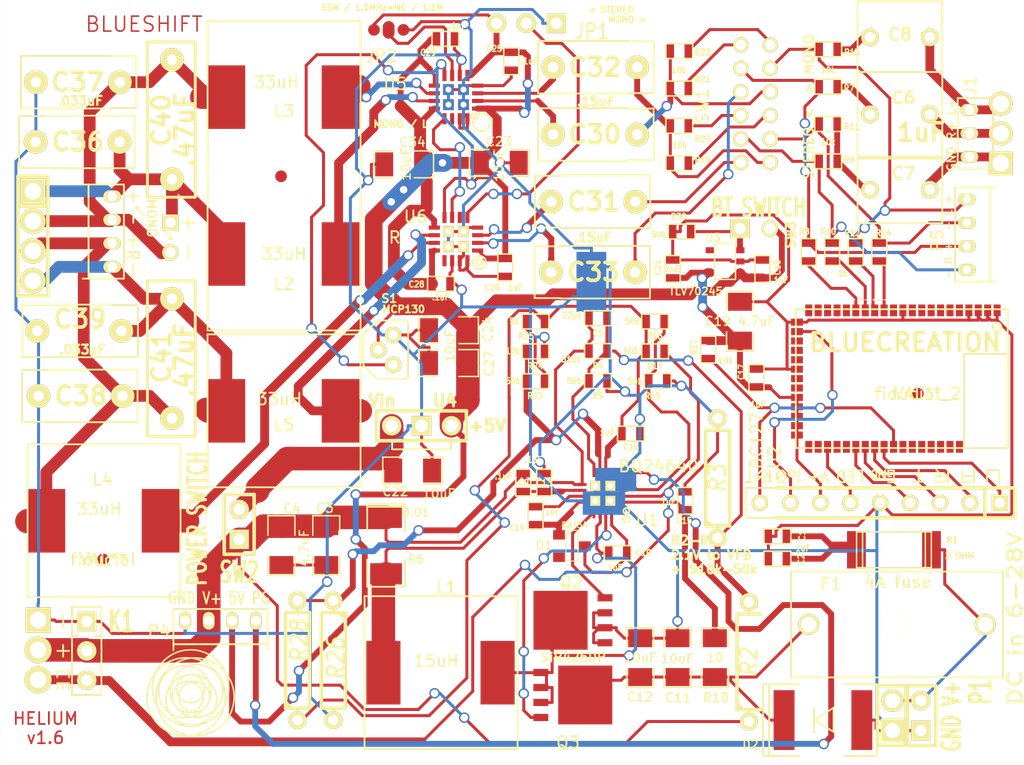
<source format=kicad_pcb>
(kicad_pcb (version 20171130) (host pcbnew "(5.1.12)-1")
  (layers (0 F.Cu signal) (31 B.Cu signal) (34 B.Paste user hide) (35 F.Paste user hide) (36 B.SilkS user hide) (37 F.SilkS user hide) (38 B.Mask user hide) (39 F.Mask user hide) (44 Edge.Cuts user))
  (net 0 "")
  (net 1 CAPGND)
  (net 2 CAPV+)
  (net 3 CE)
  (net 4 GNDA)
  (net 5 N-000001)
  (net 6 N-0000010)
  (net 7 N-00000100)
  (net 8 N-00000101)
  (net 9 N-0000011)
  (net 10 N-0000012)
  (net 11 N-0000013)
  (net 12 N-0000014)
  (net 13 N-0000015)
  (net 14 N-0000016)
  (net 15 N-0000017)
  (net 16 N-0000018)
  (net 17 N-0000019)
  (net 18 N-000002)
  (net 19 N-0000020)
  (net 20 N-0000021)
  (net 21 N-0000022)
  (net 22 N-0000023)
  (net 23 N-0000024)
  (net 24 N-0000025)
  (net 25 N-0000026)
  (net 26 N-0000027)
  (net 27 N-0000028)
  (net 28 N-0000029)
  (net 29 N-0000030)
  (net 30 N-0000031)
  (net 31 N-0000032)
  (net 32 N-0000033)
  (net 33 N-0000034)
  (net 34 N-0000035)
  (net 35 N-0000036)
  (net 36 N-0000037)
  (net 37 N-0000039)
  (net 38 N-000004)
  (net 39 N-0000040)
  (net 40 N-0000041)
  (net 41 N-0000043)
  (net 42 N-0000044)
  (net 43 N-0000045)
  (net 44 N-0000046)
  (net 45 N-0000047)
  (net 46 N-0000048)
  (net 47 N-0000049)
  (net 48 N-000005)
  (net 49 N-0000050)
  (net 50 N-0000051)
  (net 51 N-0000052)
  (net 52 N-0000056)
  (net 53 N-000006)
  (net 54 N-000007)
  (net 55 N-000008)
  (net 56 N-0000083)
  (net 57 N-0000084)
  (net 58 N-0000085)
  (net 59 N-0000087)
  (net 60 N-0000088)
  (net 61 N-000009)
  (net 62 N-0000090)
  (net 63 N-0000091)
  (net 64 N-0000092)
  (net 65 N-0000093)
  (net 66 N-0000094)
  (net 67 N-0000095)
  (net 68 N-0000096)
  (net 69 N-0000098)
  (module SIL-8-outputs (layer F.Cu) (at 284.328 99.2632 180)
    (fp_text reference P2 hide)
    (fp_text value 4xUART/GND/LED/V+/IO hide)
    (pad 1 thru_hole rect (at -8.89 0 180) (size 1.397 1.397) (drill 0.889) (layers *.Cu *.Mask F.SilkS) (net 18 N-000002))
    (pad 2 thru_hole circle (at -6.35 0 180) (size 1.397 1.397) (drill 0.889) (layers *.Cu *.Mask F.SilkS) (net 10 N-0000012))
    (pad 3 thru_hole circle (at -3.81 0 180) (size 1.397 1.397) (drill 0.889) (layers *.Cu *.Mask F.SilkS) (net 11 N-0000013))
    (pad 4 thru_hole circle (at -1.27 0 180) (size 1.397 1.397) (drill 0.889) (layers *.Cu *.Mask F.SilkS) (net 12 N-0000014))
    (pad 5 thru_hole circle (at 1.27 0 180) (size 1.397 1.397) (drill 0.889) (layers *.Cu *.Mask F.SilkS) (net 1 CAPGND))
    (pad 6 thru_hole circle (at 3.81 0 180) (size 1.397 1.397) (drill 0.889) (layers *.Cu *.Mask F.SilkS) (net 49 N-0000050))
    (pad 7 thru_hole circle (at 6.35 0 180) (size 1.397 1.397) (drill 0.889) (layers *.Cu *.Mask F.SilkS) (net 69 N-0000098))
    (pad 8 thru_hole circle (at 8.89 0 180) (size 1.397 1.397) (drill 0.889) (layers *.Cu *.Mask F.SilkS) (net 50 N-0000051))
    (pad 9 thru_hole circle (at 11.5 0 180) (size 1.397 1.397) (drill 0.889) (layers *.Cu *.Mask F.SilkS) (net 13 N-0000015))
  )
  (module SHORT! (layer B.Cu) (at 258.521 81.7372)
    (fp_text reference xxx2 hide)
    (fp_text value short hide)
    (pad 1 smd rect (at 0 0) (size 2.54 2.54) (layers B.Cu) (net 1 CAPGND))
    (pad 2 smd rect (at 0 -2.54) (size 2.54 2.54) (layers B.Cu) (net 4 GNDA))
  )
  (module SIL-3 (layer F.Cu) (at 211.518 111.76 270)
    (fp_text reference SIL-3_2 hide)
    (fp_text value Val** hide)
    (pad 1 thru_hole rect (at -2.54 0 270) (size 2.159 2.159) (drill 1.397) (layers *.Cu *.Mask F.SilkS) (net 1 CAPGND))
    (pad 2 thru_hole circle (at 0 0 270) (size 2.286 2.286) (drill 1.397) (layers *.Cu *.Mask F.SilkS) (net 2 CAPV+))
    (pad 3 thru_hole circle (at 2.54 0 270) (size 2.286 2.286) (drill 1.397) (layers *.Cu *.Mask F.SilkS) (net 3 CE))
  )
  (module "SRR1280 inductor" (layer F.Cu) (at 232.41 64.77 180)
    (fp_text reference L3 (at 0 -1.2 180) (layer F.SilkS))
    (fp_text value 33uH (at 0.635 1.27 180) (layer F.SilkS))
    (pad 1 smd rect (at -4.8 0 180) (size 3.2 5.4) (layers F.Cu F.Paste F.Mask) (net 43 N-0000045))
    (pad 2 smd rect (at 4.9 0 180) (size 3.2 5.4) (layers F.Cu F.Paste F.Mask) (net 66 N-0000094))
  )
  (module SRR1280_ind_outline (layer F.Cu) (at 232.41 78.105 180)
    (fp_text reference L2 (at 0 -2.54 180) (layer F.SilkS))
    (fp_text value 33uH (at 0 0 180) (layer F.SilkS))
    (pad 1 smd rect (at -4.8 0 180) (size 3.2 5.4) (layers F.Cu F.Paste F.Mask) (net 28 N-0000029))
    (pad 2 smd rect (at 4.9 0 180) (size 3.2 5.4) (layers F.Cu F.Paste F.Mask) (net 65 N-0000093))
  )
  (module max9759 (layer F.Cu) (at 247.015 64.77 180)
    (fp_text reference U5 (at 5.165 1.12 180) (layer F.SilkS))
    (fp_text value "MONO / L" (at 4.699 -2.286 180) (layer F.SilkS) (effects (font (size 0.6 0.6))))
    (pad 2 smd rect (at -1.84 -0.325 180) (size 0.95 0.35) (layers F.Cu F.Paste F.Mask) (net 20 N-0000021))
    (pad 4 thru_hole rect (at -0.64 -0.64 270) (size 0.92 0.92) (drill 0.508) (layers *.Cu F.Paste F.Mask) (net 4 GNDA))
    (pad 4 thru_hole rect (at 0.64 -0.64 180) (size 0.92 0.92) (drill 0.508) (layers *.Cu F.Paste F.Mask) (net 4 GNDA))
    (pad 4 thru_hole rect (at 0.64 0.64 180) (size 0.92 0.92) (drill 0.508) (layers *.Cu F.Paste F.Mask) (net 4 GNDA))
    (pad 4 thru_hole rect (at -0.64 0.64 180) (size 0.92 0.92) (drill 0.508) (layers *.Cu F.Paste F.Mask) (net 4 GNDA))
    (pad 1 smd rect (at -1.84 -0.975 180) (size 0.95 0.35) (layers F.Cu F.Paste F.Mask) (net 52 N-0000056))
    (pad 3 smd rect (at -1.85 0.325 180) (size 0.95 0.35) (layers F.Cu F.Paste F.Mask) (net 21 N-0000022))
    (pad 4 smd rect (at -1.84 0.975 180) (size 0.95 0.35) (layers F.Cu F.Paste F.Mask) (net 4 GNDA))
    (pad 5 smd rect (at -0.975 1.84 180) (size 0.35 0.95) (layers F.Cu F.Paste F.Mask) (net 52 N-0000056))
    (pad 6 smd rect (at -0.325 1.84 180) (size 0.35 0.95) (layers F.Cu F.Paste F.Mask) (net 1 CAPGND))
    (pad 7 smd rect (at 0.325 1.84 180) (size 0.35 0.95) (layers F.Cu F.Paste F.Mask) (net 51 N-0000052))
    (pad 8 smd rect (at 0.975 1.84 180) (size 0.35 0.95) (layers F.Cu F.Paste F.Mask) (net 52 N-0000056))
    (pad 13 smd rect (at 0.975 -1.84 180) (size 0.35 0.95) (layers F.Cu F.Paste F.Mask) (net 31 N-0000032))
    (pad 14 smd rect (at 0.325 -1.84 180) (size 0.35 0.95) (layers F.Cu F.Paste F.Mask))
    (pad 15 smd rect (at -0.325 -1.84 180) (size 0.35 0.95) (layers F.Cu F.Paste F.Mask) (net 4 GNDA))
    (pad 16 smd rect (at -0.975 -1.84 180) (size 0.35 0.95) (layers F.Cu F.Paste F.Mask) (net 4 GNDA))
    (pad 9 smd rect (at 1.84 0.975 180) (size 0.95 0.35) (layers F.Cu F.Paste F.Mask) (net 64 N-0000092))
    (pad 10 smd rect (at 1.84 0.325 180) (size 0.95 0.35) (layers F.Cu F.Paste F.Mask) (net 43 N-0000045))
    (pad 11 smd rect (at 1.84 -0.325 180) (size 0.95 0.35) (layers F.Cu F.Paste F.Mask) (net 28 N-0000029))
    (pad 12 smd rect (at 1.84 -0.975 180) (size 0.95 0.35) (layers F.Cu F.Paste F.Mask) (net 64 N-0000092))
  )
  (module SIL-2 (layer F.Cu) (at 272.415 75.946)
    (fp_text reference SW3 (at 3.048 0.508 90) (layer F.SilkS) (effects (font (size 0.762 0.762) (thickness 0.1905))))
    (fp_text value "BT SWITCH" (at 0.3175 -1.778) (layer F.SilkS) (effects (font (size 1.524 1.016) (thickness 0.254))))
    (pad 1 thru_hole rect (at -1.27 0) (size 1.651 1.651) (drill 0.9652) (layers *.Cu *.Mask F.SilkS) (net 68 N-0000096))
    (pad 2 thru_hole circle (at 1.27 0) (size 1.397 1.397) (drill 0.9652) (layers *.Cu *.Mask F.SilkS) (net 64 N-0000092))
  )
  (module SIL-2 (layer F.Cu) (at 222.758 76.708 270)
    (fp_text reference SIL-2_2 hide)
    (fp_text value Val** hide)
    (pad 1 thru_hole rect (at -1.27 0 270) (size 1.397 1.397) (drill 0.889) (layers *.Cu *.Mask F.SilkS) (net 65 N-0000093))
    (pad 2 thru_hole circle (at 1.27 0 270) (size 1.397 1.397) (drill 0.889) (layers *.Cu *.Mask F.SilkS) (net 66 N-0000094))
  )
  (module SIL-3 (layer F.Cu) (at 293.306 67.8688 90)
    (fp_text reference SIL-3 hide)
    (fp_text value Val** hide)
    (pad 1 thru_hole rect (at -2.54 0 90) (size 2.032 2.032) (drill 1.397) (layers *.Cu *.Mask F.SilkS) (net 41 N-0000043))
    (pad 2 thru_hole circle (at 0 0 90) (size 2.032 2.032) (drill 1.397) (layers *.Cu *.Mask F.SilkS) (net 15 N-0000017))
    (pad 3 thru_hole circle (at 2.54 0 90) (size 2.032 2.032) (drill 1.397) (layers *.Cu *.Mask F.SilkS) (net 33 N-0000034))
  )
  (module SIL-3 (layer F.Cu) (at 253 58.5 180)
    (fp_text reference JP1 (at -5.572 -0.682 180) (layer F.SilkS) (effects (font (size 1.2827 1.07696) (thickness 0.1778))))
    (fp_text value "< STEREO" (at -7.1976 1.1468 180) (layer F.SilkS) (effects (font (size 0.508 0.508) (thickness 0.127))))
    (pad 1 thru_hole rect (at -2.54 0 180) (size 1.651 1.651) (drill 0.9652) (layers *.Cu *.Mask F.SilkS) (net 4 GNDA))
    (pad 2 thru_hole circle (at 0 0 180) (size 1.651 1.651) (drill 0.9652) (layers *.Cu *.Mask F.SilkS) (net 5 N-000001))
    (pad 3 thru_hole circle (at 2.54 0 180) (size 1.651 1.651) (drill 0.9652) (layers *.Cu *.Mask F.SilkS) (net 52 N-0000056))
  )
  (module SIL-4 (layer F.Cu) (at 215.646 113.094 270)
    (fp_text reference K1 (at -3.7465 -2.921) (layer F.SilkS) (effects (font (size 1.73482 1.08712) (thickness 0.3048))))
    (fp_text value "TO SUPERCAPS: GND / V+ / CE" hide)
    (pad 1 thru_hole rect (at -3.75 0 270) (size 1.651 1.651) (drill 0.9652) (layers *.Cu *.Mask F.SilkS) (net 1 CAPGND))
    (pad 2 thru_hole circle (at -1.25 0 270) (size 1.651 1.651) (drill 0.9652) (layers *.Cu *.Mask F.SilkS) (net 2 CAPV+))
    (pad 3 thru_hole circle (at 1.25 0 270) (size 1.651 1.651) (drill 0.9652) (layers *.Cu *.Mask F.SilkS) (net 3 CE))
  )
  (module R4 (layer F.Cu) (at 271.907 112.776 90)
    (fp_text reference R2 (at 0 0 90) (layer F.SilkS) (effects (font (size 1.397 1.27) (thickness 0.2032) italic)))
    (fp_text value "931k MONO ONLY" hide)
    (pad 1 thru_hole circle (at -5.08 0 90) (size 1.524 1.524) (drill 0.889) (layers *.Cu *.Mask F.SilkS) (net 2 CAPV+))
    (pad 2 thru_hole circle (at 5.08 0 90) (size 1.524 1.524) (drill 0.889) (layers *.Cu *.Mask F.SilkS) (net 24 N-0000025))
  )
  (module SM2010 (layer F.Cu) (at 278.194 117.729 180)
    (fp_text reference D2 (at 6.1595 -2.0955 180) (layer F.SilkS) (effects (font (size 0.70104 0.70104) (thickness 0.127))))
    (fp_text value "10A diode" hide)
    (pad 1 smd rect (at -3.302 0 180) (size 1.778 5.08) (layers F.Cu F.Paste F.Mask) (net 1 CAPGND))
    (pad 2 smd rect (at 3.302 0 180) (size 1.778 5.08) (layers F.Cu F.Paste F.Mask) (net 56 N-0000083))
  )
  (module max9759 (layer F.Cu) (at 247.015 76.835 180)
    (fp_text reference U6 (at 3.429 1.905 180) (layer F.SilkS))
    (fp_text value R (at 5.207 0.127 180) (layer F.SilkS))
    (pad 2 smd rect (at -1.84 -0.325 180) (size 0.95 0.35) (layers F.Cu F.Paste F.Mask) (net 23 N-0000024))
    (pad 4 thru_hole rect (at -0.64 -0.64 270) (size 0.92 0.92) (drill 0.508) (layers *.Cu F.Paste F.SilkS F.Mask) (net 4 GNDA))
    (pad 1 smd rect (at -1.84 -0.975 180) (size 0.95 0.35) (layers F.Cu F.Paste F.Mask) (net 52 N-0000056))
    (pad 3 smd rect (at -1.85 0.325 180) (size 0.95 0.35) (layers F.Cu F.Paste F.Mask) (net 22 N-0000023))
    (pad 4 smd rect (at -1.84 0.975 180) (size 0.95 0.35) (layers F.Cu F.Paste F.Mask) (net 4 GNDA))
    (pad 5 smd rect (at -0.975 1.84 180) (size 0.35 0.95) (layers F.Cu F.Paste F.Mask) (net 5 N-000001))
    (pad 6 smd rect (at -0.325 1.84 180) (size 0.35 0.95) (layers F.Cu F.Paste F.Mask))
    (pad 7 smd rect (at 0.325 1.84 180) (size 0.35 0.95) (layers F.Cu F.Paste F.Mask) (net 31 N-0000032))
    (pad 8 smd rect (at 0.975 1.84 180) (size 0.35 0.95) (layers F.Cu F.Paste F.Mask) (net 52 N-0000056))
    (pad 13 smd rect (at 0.975 -1.84 180) (size 0.35 0.95) (layers F.Cu F.Paste F.Mask))
    (pad 14 smd rect (at 0.325 -1.84 180) (size 0.35 0.95) (layers F.Cu F.Paste F.Mask) (net 1 CAPGND))
    (pad 15 smd rect (at -0.325 -1.84 180) (size 0.35 0.95) (layers F.Cu F.Paste F.Mask) (net 4 GNDA))
    (pad 16 smd rect (at -0.975 -1.84 180) (size 0.35 0.95) (layers F.Cu F.Paste F.Mask) (net 4 GNDA))
    (pad 9 smd rect (at 1.84 0.975 180) (size 0.95 0.35) (layers F.Cu F.Paste F.Mask) (net 64 N-0000092))
    (pad 10 smd rect (at 1.84 0.325 180) (size 0.95 0.35) (layers F.Cu F.Paste F.Mask) (net 29 N-0000030))
    (pad 11 smd rect (at 1.84 -0.325 180) (size 0.95 0.35) (layers F.Cu F.Paste F.Mask) (net 30 N-0000031))
    (pad 12 smd rect (at 1.84 -0.975 180) (size 0.95 0.35) (layers F.Cu F.Paste F.Mask) (net 64 N-0000092))
    (pad 4 thru_hole rect (at 0.64 -0.64 270) (size 0.92 0.92) (drill 0.508) (layers *.Cu F.Paste F.SilkS F.Mask) (net 4 GNDA))
    (pad 4 thru_hole rect (at -0.64 0.64 270) (size 0.92 0.92) (drill 0.508) (layers *.Cu F.Paste F.SilkS F.Mask) (net 4 GNDA))
    (pad 4 thru_hole rect (at 0.64 0.64 270) (size 0.92 0.92) (drill 0.508) (layers *.Cu F.Paste F.SilkS F.Mask) (net 4 GNDA))
  )
  (module fuse (layer F.Cu) (at 284.48 109.601 180)
    (fp_text reference F1 (at 5.588 3.429 180) (layer F.SilkS))
    (fp_text value "4A fuse" (at -0.0635 3.6195 180) (layer F.SilkS))
    (pad 1 thru_hole circle (at -7.5 0 180) (size 1.8 1.8) (drill 1.3208) (layers *.Cu *.Mask F.SilkS) (net 37 N-0000039))
    (pad 2 thru_hole circle (at 7.5 0 180) (size 1.8 1.8) (drill 1.3208) (layers *.Cu *.Mask F.SilkS) (net 56 N-0000083))
    (pad "" np_thru_hole circle (at 0 0 180) (size 2.6 2.6) (drill 2.6) (layers *.Cu *.Mask F.SilkS))
  )
  (module "BQ24640 QFN16" (layer F.Cu) (at 259.49 98.45 180)
    (fp_text reference U1 (at -3.781 -2.261 180) (layer F.SilkS))
    (fp_text value BQ24640 (at -4.7335 2.311 180) (layer F.SilkS))
    (pad 4 smd rect (at -1.76 0.75) (size 0.75 0.25) (layers F.Cu F.Paste F.Mask) (net 27 N-0000028))
    (pad 3 smd rect (at -1.76 0.25) (size 0.75 0.25) (layers F.Cu F.Paste F.Mask))
    (pad 2 smd rect (at -2.14 -0.25 180) (size 0.75 0.25) (drill (offset 0.375 0)) (layers F.Cu F.Paste F.Mask) (net 3 CE))
    (pad 1 smd rect (at -1.76 -0.75 180) (size 0.75 0.25) (layers F.Cu F.Paste F.Mask) (net 63 N-0000091))
    (pad 5 smd rect (at -0.75 1.75 270) (size 0.75 0.25) (layers F.Cu F.Paste F.Mask) (net 39 N-0000040))
    (pad 6 smd rect (at -0.25 1.75 270) (size 0.75 0.25) (layers F.Cu F.Paste F.Mask) (net 59 N-0000087))
    (pad 7 smd rect (at 0.25 1.75 270) (size 0.75 0.25) (layers F.Cu F.Paste F.Mask) (net 35 N-0000036))
    (pad 8 smd rect (at 0.75 1.75 270) (size 0.75 0.25) (layers F.Cu F.Paste F.Mask) (net 24 N-0000025))
    (pad 9 smd rect (at 1.75 0.75 180) (size 0.75 0.25) (layers F.Cu F.Paste F.Mask) (net 2 CAPV+))
    (pad 10 smd rect (at 1.75 0.25 180) (size 0.75 0.25) (layers F.Cu F.Paste F.Mask) (net 67 N-0000095))
    (pad 11 smd rect (at 1.75 -0.25 180) (size 0.75 0.25) (layers F.Cu F.Paste F.Mask) (net 1 CAPGND))
    (pad 12 smd rect (at 1.75 -0.75 180) (size 0.75 0.25) (layers F.Cu F.Paste F.Mask) (net 26 N-0000027))
    (pad 13 smd rect (at 0.75 -1.75 270) (size 0.75 0.25) (layers F.Cu F.Paste F.Mask) (net 60 N-0000088))
    (pad 14 smd rect (at 0.25 -1.75 270) (size 0.75 0.25) (layers F.Cu F.Paste F.Mask) (net 57 N-0000084))
    (pad 15 smd rect (at -0.25 -1.75 270) (size 0.75 0.25) (layers F.Cu F.Paste F.Mask) (net 58 N-0000085))
    (pad 16 smd rect (at -0.75 -1.75 270) (size 0.75 0.25) (layers F.Cu F.Paste F.Mask) (net 25 N-0000026))
    (pad 11 thru_hole rect (at -0.64 -0.64 270) (size 0.85 0.85) (drill 0.508) (layers *.Cu *.Mask F.Paste F.SilkS) (net 1 CAPGND))
    (pad 11 thru_hole rect (at 0.64 -0.64 270) (size 0.85 0.85) (drill 0.508) (layers *.Cu *.Mask F.Paste F.SilkS) (net 1 CAPGND))
    (pad 11 thru_hole rect (at -0.64 0.64 270) (size 0.85 0.85) (drill 0.508) (layers *.Cu *.Mask F.Paste F.SilkS) (net 1 CAPGND))
    (pad 11 thru_hole rect (at 0.64 0.64 270) (size 0.85 0.85) (drill 0.508) (layers *.Cu *.Mask F.Paste F.SilkS) (net 1 CAPGND))
  )
  (module cnp_7mm_035holes (layer F.Cu) (at 284.734 72.644 180)
    (fp_text reference C7 (at -0.3 1.4 180) (layer F.SilkS) (effects (font (size 1.016 1.016) (thickness 0.2032))))
    (fp_text value 1uF hide)
    (pad 1 thru_hole circle (at -2.54 0 180) (size 1.50114 1.50114) (drill 0.889) (layers *.Cu *.Mask F.SilkS) (net 41 N-0000043))
    (pad 2 thru_hole circle (at 2.54 0 180) (size 1.50114 1.50114) (drill 0.889) (layers *.Cu *.Mask F.SilkS) (net 40 N-0000041))
  )
  (module cnp_7mm_035holes (layer F.Cu) (at 284.734 59.69 180)
    (fp_text reference C8 (at 0 0.254 180) (layer F.SilkS) (effects (font (size 1.016 1.016) (thickness 0.2032))))
    (fp_text value 1uF hide)
    (pad 1 thru_hole circle (at -2.54 0 180) (size 1.50114 1.50114) (drill 0.889) (layers *.Cu *.Mask F.SilkS) (net 33 N-0000034))
    (pad 2 thru_hole circle (at 2.54 0 180) (size 1.50114 1.50114) (drill 0.889) (layers *.Cu *.Mask F.SilkS) (net 42 N-0000044))
  )
  (module bC127 (layer F.Cu) (at 284.988 88.9 270)
    (fp_text reference U2 (at 6.477 10.922 270) (layer F.SilkS))
    (fp_text value BC127 (at 5.08 12.446 270) (layer F.SilkS))
    (pad 22 smd rect (at -5 9) (size 1 0.6) (layers F.Cu F.Paste F.Mask) (net 1 CAPGND))
    (pad 23 smd rect (at -4.2 9) (size 1 0.6) (layers F.Cu F.Paste F.Mask) (net 50 N-0000051))
    (pad 24 smd rect (at -3.4 9) (size 1 0.6) (layers F.Cu F.Paste F.Mask))
    (pad 25 smd rect (at -2.6 9) (size 1 0.6) (layers F.Cu F.Paste F.Mask))
    (pad 26 smd rect (at -1.8 9) (size 1 0.6) (layers F.Cu F.Paste F.Mask))
    (pad 27 smd rect (at -1 9) (size 1 0.6) (layers F.Cu F.Paste F.Mask) (net 1 CAPGND))
    (pad 28 smd rect (at -0.2 9) (size 1 0.6) (layers F.Cu F.Paste F.Mask))
    (pad 29 smd rect (at 0.6 9) (size 1 0.6) (layers F.Cu F.Paste F.Mask))
    (pad 30 smd rect (at 1.4 9) (size 1 0.6) (layers F.Cu F.Paste F.Mask) (net 69 N-0000098))
    (pad 31 smd rect (at 2.2 9) (size 1 0.6) (layers F.Cu F.Paste F.Mask) (net 69 N-0000098))
    (pad 32 smd rect (at 3 9) (size 1 0.6) (layers F.Cu F.Paste F.Mask) (net 69 N-0000098))
    (pad 33 smd rect (at 3.8 9) (size 1 0.6) (layers F.Cu F.Paste F.Mask) (net 69 N-0000098))
    (pad 34 smd rect (at 4.6 9) (size 1 0.6) (layers F.Cu F.Paste F.Mask) (net 69 N-0000098))
    (pad 35 smd rect (at 5.6 8 270) (size 1 0.6) (layers F.Cu F.Paste F.Mask))
    (pad 36 smd rect (at 5.6 7.2 270) (size 1 0.6) (layers F.Cu F.Paste F.Mask))
    (pad 37 smd rect (at 5.6 6.4 270) (size 1 0.6) (layers F.Cu F.Paste F.Mask) (net 49 N-0000050))
    (pad 38 smd rect (at 5.6 5.6 270) (size 1 0.6) (layers F.Cu F.Paste F.Mask))
    (pad 39 smd rect (at 5.6 4.8 270) (size 1 0.6) (layers F.Cu F.Paste F.Mask))
    (pad 40 smd rect (at 5.6 4 270) (size 1 0.6) (layers F.Cu F.Paste F.Mask) (net 12 N-0000014))
    (pad 41 smd rect (at 5.6 3.2 270) (size 1 0.6) (layers F.Cu F.Paste F.Mask) (net 11 N-0000013))
    (pad 42 smd rect (at 5.6 2.4 270) (size 1 0.6) (layers F.Cu F.Paste F.Mask) (net 10 N-0000012))
    (pad 43 smd rect (at 5.6 1.6 270) (size 1 0.6) (layers F.Cu F.Paste F.Mask) (net 18 N-000002))
    (pad 44 smd rect (at 5.6 0.8 270) (size 1 0.6) (layers F.Cu F.Paste F.Mask) (net 13 N-0000015))
    (pad 45 smd rect (at 5.6 0 270) (size 1 0.6) (layers F.Cu F.Paste F.Mask))
    (pad 46 smd rect (at 5.6 -0.8 270) (size 1 0.6) (layers F.Cu F.Paste F.Mask))
    (pad 47 smd rect (at 5.6 -1.6 270) (size 1 0.6) (layers F.Cu F.Paste F.Mask))
    (pad 48 smd rect (at 5.6 -2.4 270) (size 1 0.6) (layers F.Cu F.Paste F.Mask))
    (pad 49 smd rect (at 5.6 -3.2 270) (size 1 0.6) (layers F.Cu F.Paste F.Mask))
    (pad 50 smd rect (at 5.6 -4 270) (size 1 0.6) (layers F.Cu F.Paste F.Mask))
    (pad 51 smd rect (at 5.6 -4.8 270) (size 1 0.6) (layers F.Cu F.Paste F.Mask))
    (pad 1 smd rect (at -6 -8 270) (size 1 0.6) (layers F.Cu F.Paste F.Mask) (net 1 CAPGND))
    (pad 2 smd rect (at -6 -7.2 270) (size 1 0.6) (layers F.Cu F.Paste F.Mask) (net 1 CAPGND))
    (pad 3 smd rect (at -6 -6.4 270) (size 1 0.6) (layers F.Cu F.Paste F.Mask) (net 1 CAPGND))
    (pad 4 smd rect (at -6 -5.6 270) (size 1 0.6) (layers F.Cu F.Paste F.Mask) (net 1 CAPGND))
    (pad 5 smd rect (at -6 -4.8 270) (size 1 0.6) (layers F.Cu F.Paste F.Mask))
    (pad 6 smd rect (at -6 -4 270) (size 1 0.6) (layers F.Cu F.Paste F.Mask))
    (pad 7 smd rect (at -6 -3.2 270) (size 1 0.6) (layers F.Cu F.Paste F.Mask))
    (pad 8 smd rect (at -6 -2.4 270) (size 1 0.6) (layers F.Cu F.Paste F.Mask))
    (pad 9 smd rect (at -6 -1.6 270) (size 1 0.6) (layers F.Cu F.Paste F.Mask))
    (pad 10 smd rect (at -6 -0.8 270) (size 1 0.6) (layers F.Cu F.Paste F.Mask))
    (pad 11 smd rect (at -6 0 270) (size 1 0.6) (layers F.Cu F.Paste F.Mask) (net 1 CAPGND))
    (pad 12 smd rect (at -6 0.8 270) (size 1 0.6) (layers F.Cu F.Paste F.Mask))
    (pad 13 smd rect (at -6 1.6 270) (size 1 0.6) (layers F.Cu F.Paste F.Mask) (net 14 N-0000016))
    (pad 14 smd rect (at -6 2.4 270) (size 1 0.6) (layers F.Cu F.Paste F.Mask) (net 16 N-0000018))
    (pad 15 smd rect (at -6 3.2 270) (size 1 0.6) (layers F.Cu F.Paste F.Mask) (net 9 N-0000011))
    (pad 16 smd rect (at -6 4 270) (size 1 0.6) (layers F.Cu F.Paste F.Mask) (net 17 N-0000019))
    (pad 17 smd rect (at -6 4.8 270) (size 1 0.6) (layers F.Cu F.Paste F.Mask))
    (pad 18 smd rect (at -6 5.6 270) (size 1 0.6) (layers F.Cu F.Paste F.Mask))
    (pad 19 smd rect (at -6 6.4 270) (size 1 0.6) (layers F.Cu F.Paste F.Mask))
    (pad 20 smd rect (at -6 7.2 270) (size 1 0.6) (layers F.Cu F.Paste F.Mask))
    (pad 21 smd rect (at -6 8 270) (size 1 0.6) (layers F.Cu F.Paste F.Mask))
  )
  (module SHORT! (layer B.Cu) (at 259.588 97.282 90)
    (fp_text reference XXX1 hide)
    (fp_text value SHORT! hide)
    (pad 1 smd rect (at 0 1 90) (size 2 3.5) (layers B.Cu) (net 4 GNDA))
    (pad 2 smd rect (at -2 0 90) (size 2 3.6) (layers B.Cu) (net 1 CAPGND))
  )
  (module h4_2mm (layer F.Cu) (at 217.805 76.2 270)
    (fp_text reference P3 hide)
    (fp_text value CONN_4 hide)
    (pad 2 thru_hole oval (at -1 0 270) (size 1 1.5) (drill 0.8128) (layers *.Cu *.Mask F.SilkS) (net 66 N-0000094))
    (pad 3 thru_hole oval (at 1 0 270) (size 1 1.5) (drill 0.8128) (layers *.Cu *.Mask F.SilkS) (net 7 N-00000100))
    (pad 4 thru_hole oval (at 3 0 270) (size 1 1.5) (drill 0.8128) (layers *.Cu *.Mask F.SilkS) (net 8 N-00000101))
    (pad 1 thru_hole oval (at -3 0 270) (size 1 1.5) (drill 0.8128) (layers *.Cu *.Mask F.SilkS) (net 65 N-0000093))
  )
  (module SIL-2 (layer F.Cu) (at 286.512 117.348 270)
    (fp_text reference P1 (at -2.032 -5.08 270) (layer F.SilkS) (effects (font (size 1.72974 1.08712) (thickness 0.27178))))
    (fp_text value "GND V+" (at 0.0635 -2.6035 270) (layer F.SilkS) (effects (font (size 1.524 1.016) (thickness 0.254))))
    (pad 1 thru_hole circle (at -1.27 0 270) (size 1.651 1.651) (drill 0.9652) (layers *.Cu *.Mask F.SilkS) (net 37 N-0000039))
    (pad 2 thru_hole rect (at 1.27 0 270) (size 1.651 1.651) (drill 0.9652) (layers *.Cu *.Mask F.SilkS) (net 1 CAPGND))
  )
  (module SHORT! (layer F.Cu) (at 246.38 70.358)
    (fp_text reference XXX3 hide)
    (fp_text value SHORT! hide)
    (pad 1 smd rect (at -0.5 0) (size 1.5 1) (layers F.Cu) (net 64 N-0000092))
    (pad 2 smd rect (at 1 0) (size 1.5 1) (layers F.Cu) (net 52 N-0000056))
  )
  (module SIL-2 (layer F.Cu) (at 228.6 101.092 90)
    (fp_text reference SW2 (at -4.064 0 180) (layer F.SilkS) (effects (font (size 1.72974 1.08712) (thickness 0.27178))))
    (fp_text value "POWER SWITCH" (at 0.508 -3.556 90) (layer F.SilkS) (effects (font (size 1.524 1.016) (thickness 0.254))))
    (pad 1 thru_hole rect (at -1.27 0 90) (size 1.651 1.651) (drill 0.9652) (layers *.Cu *.Mask F.SilkS) (net 2 CAPV+))
    (pad 2 thru_hole circle (at 1.27 0 90) (size 1.651 1.651) (drill 0.9652) (layers *.Cu *.Mask F.SilkS) (net 32 N-0000033))
  )
  (module h4_2mm (layer F.Cu) (at 227.012 109.284)
    (fp_text reference P4 (at -5.218 0.878) (layer F.SilkS))
    (fp_text value "GND V+ 5V PG" (at -0.138 -1.916) (layer F.SilkS) (effects (font (size 1 0.7714))))
    (pad 2 thru_hole oval (at -1 0) (size 1 1.5) (drill 0.8128) (layers *.Cu *.Mask F.SilkS) (net 2 CAPV+))
    (pad 3 thru_hole oval (at 1 0) (size 1 1.5) (drill 0.8128) (layers *.Cu *.Mask F.SilkS) (net 64 N-0000092))
    (pad 4 thru_hole oval (at 3 0) (size 1 1.5) (drill 0.8128) (layers *.Cu *.Mask F.SilkS) (net 39 N-0000040))
    (pad 1 thru_hole oval (at -3 0) (size 1 1.5) (drill 0.8128) (layers *.Cu *.Mask F.SilkS) (net 1 CAPGND))
  )
  (module SIL-3 (layer F.Cu) (at 244.094 92.71)
    (fp_text reference U4 hide)
    (fp_text value U4 (at 1.9812 -2.1336) (layer F.SilkS) (effects (font (size 1.016 1.016) (thickness 0.254))))
    (pad 3 thru_hole circle (at -2.54 0) (size 1.651 1.651) (drill 1.0668) (layers *.Cu *.Mask F.SilkS) (net 32 N-0000033))
    (pad 2 thru_hole rect (at 0 0) (size 1.651 1.651) (drill 1.0668) (layers *.Cu *.Mask F.SilkS) (net 1 CAPGND))
    (pad 1 thru_hole circle (at 2.54 0) (size 1.651 1.651) (drill 1.0668) (layers *.Cu *.Mask F.SilkS) (net 64 N-0000092))
  )
  (module "SRR1280 inductor" (layer F.Cu) (at 245.75 113.7 180)
    (fp_text reference L1 (at -0.4395 7.274 180) (layer F.SilkS))
    (fp_text value 15uH (at 0.4 1 180) (layer F.SilkS))
    (pad 1 smd rect (at -4.8 0 180) (size 2.9 5.4) (layers F.Cu F.Paste F.Mask) (net 57 N-0000084))
    (pad 2 smd rect (at 4.9 0 180) (size 2.9 5.4) (layers F.Cu F.Paste F.Mask) (net 67 N-0000095))
  )
  (module "SRR1280 inductor" (layer F.Cu) (at 232.41 91.44 180)
    (fp_text reference L5 (at 0 -1.2 180) (layer F.SilkS))
    (fp_text value 33uH (at 0.4 1 180) (layer F.SilkS))
    (pad 1 smd rect (at -4.8 0 180) (size 3.2 5.4) (layers F.Cu F.Paste F.Mask) (net 29 N-0000030))
    (pad 2 smd rect (at 4.9 0 180) (size 3.2 5.4) (layers F.Cu F.Paste F.Mask) (net 8 N-00000101))
  )
  (module "SRR1280 inductor" (layer F.Cu) (at 217.119 100.787 180)
    (fp_text reference L4 (at 0.1397 3.5052 180) (layer F.SilkS))
    (fp_text value 33uH (at 0.4 1 180) (layer F.SilkS))
    (pad 1 smd rect (at -4.8 0 180) (size 3.2 5.4) (layers F.Cu F.Paste F.Mask) (net 30 N-0000031))
    (pad 2 smd rect (at 4.9 0 180) (size 3.2 5.4) (layers F.Cu F.Paste F.Mask) (net 7 N-00000100))
  )
  (module SOT23-5 (layer F.Cu) (at 269.875 78.74 90)
    (fp_text reference U3 (at 2.032 -1.016 180) (layer F.SilkS) (effects (font (size 0.635 0.635) (thickness 0.127))))
    (fp_text value TLV70245 (at -2.54 -2.4765 180) (layer F.SilkS) (effects (font (size 0.635 0.635) (thickness 0.127))))
    (pad 1 smd rect (at -0.9525 1.27 90) (size 0.508 0.762) (layers F.Cu F.Paste F.Mask) (net 64 N-0000092))
    (pad 3 smd rect (at 0.9525 1.27 90) (size 0.508 0.762) (layers F.Cu F.Paste F.Mask) (net 68 N-0000096))
    (pad 5 smd rect (at -0.9525 -1.27 90) (size 0.508 0.762) (layers F.Cu F.Paste F.Mask) (net 69 N-0000098))
    (pad 2 smd rect (at 0 1.27 90) (size 0.508 0.762) (layers F.Cu F.Paste F.Mask) (net 1 CAPGND))
    (pad 4 smd rect (at 0.9525 -1.27 90) (size 0.508 0.762) (layers F.Cu F.Paste F.Mask))
  )
  (module SOT23 (layer F.Cu) (at 256.87 102.934 270)
    (fp_text reference D1 (at -0.0635 2.3622) (layer F.SilkS) (effects (font (size 0.762 0.762) (thickness 0.11938))))
    (fp_text value BAT54 (at -1.778 -0.2413) (layer F.SilkS) (effects (font (size 0.50038 0.50038) (thickness 0.09906))))
    (pad 2 smd rect (at 0 -1.09982 270) (size 0.8001 1.00076) (layers F.Cu F.Paste F.Mask) (net 25 N-0000026))
    (pad 3 smd rect (at 0.9525 1.09982 270) (size 0.8001 1.00076) (layers F.Cu F.Paste F.Mask))
    (pad 1 smd rect (at -0.9525 1.09982 270) (size 0.8001 1.00076) (layers F.Cu F.Paste F.Mask) (net 26 N-0000027))
  )
  (module SM2010 (layer F.Cu) (at 241.075 102.895 270)
    (fp_text reference R6 (at 1.155 -2.525) (layer F.SilkS) (effects (font (size 0.70104 0.70104) (thickness 0.127))))
    (fp_text value 0.01 (at -2.819 -2.511) (layer F.SilkS) (effects (font (size 0.70104 0.70104) (thickness 0.127))))
    (pad 1 smd rect (at -2.4003 0 270) (size 1.80086 2.70002) (layers F.Cu F.Paste F.Mask) (net 2 CAPV+))
    (pad 2 smd rect (at 2.4003 0 270) (size 1.80086 2.70002) (layers F.Cu F.Paste F.Mask) (net 67 N-0000095))
  )
  (module SM1206 (layer F.Cu) (at 232.185 102.895 270)
    (fp_text reference C4 (at -3.1365 -0.8981) (layer F.SilkS) (effects (font (size 0.762 0.762) (thickness 0.127))))
    (fp_text value 4.7uF (at 0.205 -1.94 270) (layer F.SilkS) (effects (font (size 0.762 0.762) (thickness 0.127))))
    (pad 1 smd rect (at -1.651 0 270) (size 1.524 2.032) (layers F.Cu F.Paste F.Mask) (net 2 CAPV+))
    (pad 2 smd rect (at 1.651 0 270) (size 1.524 2.032) (layers F.Cu F.Paste F.Mask) (net 1 CAPGND))
  )
  (module SM1206 (layer F.Cu) (at 242.57 70.485 180)
    (fp_text reference C34 (at -0.755 1.885 180) (layer F.SilkS) (effects (font (size 0.762 0.762) (thickness 0.127))))
    (fp_text value 10uF (at -0.205 0.01 270) (layer F.SilkS) (effects (font (size 0.762 0.762) (thickness 0.127))))
    (pad 1 smd rect (at -1.651 0 180) (size 1.524 2.032) (layers F.Cu F.Paste F.Mask) (net 64 N-0000092))
    (pad 2 smd rect (at 1.651 0 180) (size 1.524 2.032) (layers F.Cu F.Paste F.Mask) (net 1 CAPGND))
  )
  (module SM1206 (layer F.Cu) (at 246.38 87.376 180)
    (fp_text reference C27 (at -3.4544 -0.0508 270) (layer F.SilkS) (effects (font (size 0.762 0.762) (thickness 0.127))))
    (fp_text value 10uF hide)
    (pad 1 smd rect (at -1.651 0 180) (size 1.524 2.032) (layers F.Cu F.Paste F.Mask) (net 64 N-0000092))
    (pad 2 smd rect (at 1.651 0 180) (size 1.524 2.032) (layers F.Cu F.Paste F.Mask) (net 1 CAPGND))
  )
  (module SM1206 (layer F.Cu) (at 243.332 96.52)
    (fp_text reference C22 (at -1.4605 1.778) (layer F.SilkS) (effects (font (size 0.762 0.762) (thickness 0.127))))
    (fp_text value 10uF (at 2.2225 1.9685) (layer F.SilkS) (effects (font (size 0.762 0.762) (thickness 0.127))))
    (pad 1 smd rect (at -1.651 0) (size 1.524 2.032) (layers F.Cu F.Paste F.Mask) (net 32 N-0000033))
    (pad 2 smd rect (at 1.651 0) (size 1.524 2.032) (layers F.Cu F.Paste F.Mask) (net 1 CAPGND))
  )
  (module SM1206 (layer F.Cu) (at 250.698 70.358)
    (fp_text reference C23 (at -0.023 -1.808) (layer F.SilkS) (effects (font (size 0.762 0.762) (thickness 0.127))))
    (fp_text value 10uF (at -0.023 0.217 90) (layer F.SilkS) (effects (font (size 0.762 0.762) (thickness 0.127))))
    (pad 1 smd rect (at -1.651 0) (size 1.524 2.032) (layers F.Cu F.Paste F.Mask) (net 52 N-0000056))
    (pad 2 smd rect (at 1.651 0) (size 1.524 2.032) (layers F.Cu F.Paste F.Mask) (net 4 GNDA))
  )
  (module SM1206 (layer F.Cu) (at 235.995 102.895 270)
    (fp_text reference C3 (at -3.1873 0.1052) (layer F.SilkS) (effects (font (size 0.762 0.762) (thickness 0.127))))
    (fp_text value 4.7uF hide)
    (pad 1 smd rect (at -1.651 0 270) (size 1.524 2.032) (layers F.Cu F.Paste F.Mask) (net 2 CAPV+))
    (pad 2 smd rect (at 1.651 0 270) (size 1.524 2.032) (layers F.Cu F.Paste F.Mask) (net 1 CAPGND))
  )
  (module SM1206 (layer F.Cu) (at 246.38 84.582 180)
    (fp_text reference C24 (at -3.3528 0.0762 270) (layer F.SilkS) (effects (font (size 0.762 0.762) (thickness 0.127))))
    (fp_text value 10uF (at -0.127 -1.3589 270) (layer F.SilkS) (effects (font (size 0.762 0.762) (thickness 0.127))))
    (pad 1 smd rect (at -1.651 0 180) (size 1.524 2.032) (layers F.Cu F.Paste F.Mask) (net 64 N-0000092))
    (pad 2 smd rect (at 1.651 0 180) (size 1.524 2.032) (layers F.Cu F.Paste F.Mask) (net 1 CAPGND))
  )
  (module SM1206 (layer F.Cu) (at 271.145 83.82 90)
    (fp_text reference C19 (at 0 -1.905 180) (layer F.SilkS) (effects (font (size 0.762 0.762) (thickness 0.127))))
    (fp_text value 4.7uF (at 0 1.397 180) (layer F.SilkS) (effects (font (size 0.762 0.762) (thickness 0.127))))
    (pad 1 smd rect (at -1.651 0 90) (size 1.524 2.032) (layers F.Cu F.Paste F.Mask) (net 69 N-0000098))
    (pad 2 smd rect (at 1.651 0 90) (size 1.524 2.032) (layers F.Cu F.Paste F.Mask) (net 1 CAPGND))
  )
  (module SM1206 (layer F.Cu) (at 269.015 112.42 90)
    (fp_text reference R18 (at -3.404 0.098 180) (layer F.SilkS) (effects (font (size 0.762 0.762) (thickness 0.127))))
    (fp_text value 10 (at 0 0 180) (layer F.SilkS) (effects (font (size 0.762 0.762) (thickness 0.127))))
    (pad 1 smd rect (at -1.651 0 90) (size 1.524 2.032) (layers F.Cu F.Paste F.Mask) (net 56 N-0000083))
    (pad 2 smd rect (at 1.651 0 90) (size 1.524 2.032) (layers F.Cu F.Paste F.Mask) (net 63 N-0000091))
  )
  (module SM1206 (layer F.Cu) (at 262.665 112.42 90)
    (fp_text reference C12 (at -3.3405 -0.029 180) (layer F.SilkS) (effects (font (size 0.762 0.762) (thickness 0.127))))
    (fp_text value 10uF (at 0 0 180) (layer F.SilkS) (effects (font (size 0.762 0.762) (thickness 0.127))))
    (pad 1 smd rect (at -1.651 0 90) (size 1.524 2.032) (layers F.Cu F.Paste F.Mask) (net 56 N-0000083))
    (pad 2 smd rect (at 1.651 0 90) (size 1.524 2.032) (layers F.Cu F.Paste F.Mask) (net 1 CAPGND))
  )
  (module SM1206 (layer F.Cu) (at 265.84 112.42 90)
    (fp_text reference C11 (at -3.404 0.0345 180) (layer F.SilkS) (effects (font (size 0.762 0.762) (thickness 0.127))))
    (fp_text value 10uF (at -0.0893 -0.029 180) (layer F.SilkS) (effects (font (size 0.762 0.762) (thickness 0.127))))
    (pad 1 smd rect (at -1.651 0 90) (size 1.524 2.032) (layers F.Cu F.Paste F.Mask) (net 56 N-0000083))
    (pad 2 smd rect (at 1.651 0 90) (size 1.524 2.032) (layers F.Cu F.Paste F.Mask) (net 1 CAPGND))
  )
  (module SM0603 (layer F.Cu) (at 265.989 64.0334 180)
    (fp_text reference R21 (at -1.9812 0.7874 180) (layer F.SilkS) (effects (font (size 0.508 0.4572) (thickness 0.1143))))
    (fp_text value 10k (at 0.0508 1.5494 180) (layer F.SilkS) (effects (font (size 0.508 0.4572) (thickness 0.1143))))
    (pad 1 smd rect (at -0.762 0 180) (size 0.635 1.143) (layers F.Cu F.Paste F.Mask) (net 54 N-000007))
    (pad 2 smd rect (at 0.762 0 180) (size 0.635 1.143) (layers F.Cu F.Paste F.Mask) (net 45 N-0000047))
  )
  (module SM0603 (layer F.Cu) (at 246.126 59.817)
    (fp_text reference C29 (at -1.4732 1.1684) (layer F.SilkS) (effects (font (size 0.508 0.4572) (thickness 0.1143))))
    (fp_text value .1uF (at 0.999 -1.111) (layer F.SilkS) (effects (font (size 0.508 0.4572) (thickness 0.1143))))
    (pad 1 smd rect (at -0.762 0) (size 0.635 1.143) (layers F.Cu F.Paste F.Mask) (net 64 N-0000092))
    (pad 2 smd rect (at 0.762 0) (size 0.635 1.143) (layers F.Cu F.Paste F.Mask) (net 1 CAPGND))
  )
  (module SM0603 (layer F.Cu) (at 261.88 93.38)
    (fp_text reference C16 (at 0.0254 1.1303) (layer F.SilkS) (effects (font (size 0.508 0.4572) (thickness 0.1143))))
    (fp_text value 1uF (at -2 -0.105) (layer F.SilkS) (effects (font (size 0.508 0.4572) (thickness 0.1143))))
    (pad 1 smd rect (at -0.762 0) (size 0.635 1.143) (layers F.Cu F.Paste F.Mask) (net 59 N-0000087))
    (pad 2 smd rect (at 0.762 0) (size 0.635 1.143) (layers F.Cu F.Paste F.Mask) (net 4 GNDA))
  )
  (module SM0603 (layer F.Cu) (at 253.775 100.355 90)
    (fp_text reference C14 (at -1.045 -1.575 180) (layer F.SilkS) (effects (font (size 0.508 0.4572) (thickness 0.1143))))
    (fp_text value 1uF (at 0.3425 1.4315 180) (layer F.SilkS) (effects (font (size 0.508 0.4572) (thickness 0.1143))))
    (pad 1 smd rect (at -0.762 0 90) (size 0.635 1.143) (layers F.Cu F.Paste F.Mask) (net 26 N-0000027))
    (pad 2 smd rect (at 0.762 0 90) (size 0.635 1.143) (layers F.Cu F.Paste F.Mask) (net 1 CAPGND))
  )
  (module SM0603 (layer F.Cu) (at 273.05 79.375 90)
    (fp_text reference C18 (at 0.127 1.27 90) (layer F.SilkS) (effects (font (size 0.508 0.4572) (thickness 0.1143))))
    (fp_text value 1uF (at -0.95 1.575 180) (layer F.SilkS) (effects (font (size 0.508 0.4572) (thickness 0.1143))))
    (pad 1 smd rect (at -0.762 0 90) (size 0.635 1.143) (layers F.Cu F.Paste F.Mask) (net 64 N-0000092))
    (pad 2 smd rect (at 0.762 0 90) (size 0.635 1.143) (layers F.Cu F.Paste F.Mask) (net 1 CAPGND))
  )
  (module SM0603 (layer F.Cu) (at 265.43 79.375 90)
    (fp_text reference C21 (at 0.127 -1.27 90) (layer F.SilkS) (effects (font (size 0.508 0.4572) (thickness 0.1143))))
    (fp_text value 1uF (at 0 0 180) (layer F.SilkS) (effects (font (size 0.508 0.4572) (thickness 0.1143))))
    (pad 1 smd rect (at -0.762 0 90) (size 0.635 1.143) (layers F.Cu F.Paste F.Mask) (net 69 N-0000098))
    (pad 2 smd rect (at 0.762 0 90) (size 0.635 1.143) (layers F.Cu F.Paste F.Mask) (net 1 CAPGND))
  )
  (module SM0603 (layer F.Cu) (at 268.45 86.23 90)
    (fp_text reference R27 (at 0.2032 -1.2065 90) (layer F.SilkS) (effects (font (size 0.508 0.4572) (thickness 0.1143))))
    (fp_text value 10k (at -0.95 1.46 180) (layer F.SilkS) (effects (font (size 0.508 0.4572) (thickness 0.1143))))
    (pad 1 smd rect (at -0.762 0 90) (size 0.635 1.143) (layers F.Cu F.Paste F.Mask) (net 13 N-0000015))
    (pad 2 smd rect (at 0.762 0 90) (size 0.635 1.143) (layers F.Cu F.Paste F.Mask) (net 69 N-0000098))
  )
  (module SM0603 (layer F.Cu) (at 278.638 60.706 180)
    (fp_text reference R13 (at -2.032 -0.254 180) (layer F.SilkS) (effects (font (size 0.508 0.4572) (thickness 0.1143))))
    (fp_text value 10k (at 0 -1.778 180) (layer F.SilkS) (effects (font (size 0.508 0.4572) (thickness 0.1143))))
    (pad 1 smd rect (at -0.762 0 180) (size 0.635 1.143) (layers F.Cu F.Paste F.Mask) (net 42 N-0000044))
    (pad 2 smd rect (at 0.762 0 180) (size 0.635 1.143) (layers F.Cu F.Paste F.Mask) (net 19 N-0000020))
  )
  (module SM0603 (layer F.Cu) (at 278.638 70.231 180)
    (fp_text reference R9 (at -1.778 0.127 180) (layer F.SilkS) (effects (font (size 0.508 0.4572) (thickness 0.1143))))
    (fp_text value 10k hide)
    (pad 1 smd rect (at -0.762 0 180) (size 0.635 1.143) (layers F.Cu F.Paste F.Mask) (net 40 N-0000041))
    (pad 2 smd rect (at 0.762 0 180) (size 0.635 1.143) (layers F.Cu F.Paste F.Mask) (net 48 N-000005))
  )
  (module SM0603 (layer F.Cu) (at 278.638 63.881 180)
    (fp_text reference R7 (at -1.778 -0.127 180) (layer F.SilkS) (effects (font (size 0.508 0.4572) (thickness 0.1143))))
    (fp_text value 10k hide)
    (pad 1 smd rect (at -0.762 0 180) (size 0.635 1.143) (layers F.Cu F.Paste F.Mask) (net 47 N-0000049))
    (pad 2 smd rect (at 0.762 0 180) (size 0.635 1.143) (layers F.Cu F.Paste F.Mask) (net 53 N-000006))
  )
  (module SM0603 (layer F.Cu) (at 282.979 77.94 270)
    (fp_text reference R14 (at -1.613 -0.358) (layer F.SilkS) (effects (font (size 0.508 0.4572) (thickness 0.1143))))
    (fp_text value 5k hide)
    (pad 1 smd rect (at -0.762 0 270) (size 0.635 1.143) (layers F.Cu F.Paste F.Mask) (net 55 N-000008))
    (pad 2 smd rect (at 0.762 0 270) (size 0.635 1.143) (layers F.Cu F.Paste F.Mask) (net 14 N-0000016))
  )
  (module SM0603 (layer F.Cu) (at 280.979 77.94 270)
    (fp_text reference R12 (at -1.613 0.309) (layer F.SilkS) (effects (font (size 0.508 0.4572) (thickness 0.1143))))
    (fp_text value 5k hide)
    (pad 1 smd rect (at -0.762 0 270) (size 0.635 1.143) (layers F.Cu F.Paste F.Mask) (net 19 N-0000020))
    (pad 2 smd rect (at 0.762 0 270) (size 0.635 1.143) (layers F.Cu F.Paste F.Mask) (net 16 N-0000018))
  )
  (module SM0603 (layer F.Cu) (at 278.979 77.94 270)
    (fp_text reference R10 (at -1.74 0.341) (layer F.SilkS) (effects (font (size 0.508 0.4572) (thickness 0.1143))))
    (fp_text value 5k (at 1.816 -0.929) (layer F.SilkS) (effects (font (size 0.508 0.4572) (thickness 0.1143))))
    (pad 1 smd rect (at -0.762 0 270) (size 0.635 1.143) (layers F.Cu F.Paste F.Mask) (net 48 N-000005))
    (pad 2 smd rect (at 0.762 0 270) (size 0.635 1.143) (layers F.Cu F.Paste F.Mask) (net 9 N-0000011))
  )
  (module SM0603 (layer F.Cu) (at 276.979 77.94 270)
    (fp_text reference R8 (at -1.74 0.373) (layer F.SilkS) (effects (font (size 0.508 0.4572) (thickness 0.1143))))
    (fp_text value 5k hide)
    (pad 1 smd rect (at -0.762 0 270) (size 0.635 1.143) (layers F.Cu F.Paste F.Mask) (net 53 N-000006))
    (pad 2 smd rect (at 0.762 0 270) (size 0.635 1.143) (layers F.Cu F.Paste F.Mask) (net 17 N-0000019))
  )
  (module SM0603 (layer F.Cu) (at 265.989 70.3834 180)
    (fp_text reference R19 (at -1.9812 0.2794 180) (layer F.SilkS) (effects (font (size 0.508 0.4572) (thickness 0.1143))))
    (fp_text value 10k hide)
    (pad 1 smd rect (at -0.762 0 180) (size 0.635 1.143) (layers F.Cu F.Paste F.Mask) (net 6 N-0000010))
    (pad 2 smd rect (at 0.762 0 180) (size 0.635 1.143) (layers F.Cu F.Paste F.Mask) (net 44 N-0000046))
  )
  (module SM0603 (layer F.Cu) (at 265.989 67.2084 180)
    (fp_text reference R20 (at -1.9812 -1.1176 180) (layer F.SilkS) (effects (font (size 0.508 0.4572) (thickness 0.1143))))
    (fp_text value 10k (at -0.0381 -1.6383 180) (layer F.SilkS) (effects (font (size 0.508 0.4572) (thickness 0.1143))))
    (pad 1 smd rect (at -0.762 0 180) (size 0.635 1.143) (layers F.Cu F.Paste F.Mask) (net 61 N-000009))
    (pad 2 smd rect (at 0.762 0 180) (size 0.635 1.143) (layers F.Cu F.Paste F.Mask) (net 44 N-0000046))
  )
  (module SM0603 (layer F.Cu) (at 265.989 60.8584 180)
    (fp_text reference R22 (at -1.9812 -0.1016 180) (layer F.SilkS) (effects (font (size 0.508 0.4572) (thickness 0.1143))))
    (fp_text value 10k hide)
    (pad 1 smd rect (at -0.762 0 180) (size 0.635 1.143) (layers F.Cu F.Paste F.Mask) (net 38 N-000004))
    (pad 2 smd rect (at 0.762 0 180) (size 0.635 1.143) (layers F.Cu F.Paste F.Mask) (net 45 N-0000047))
  )
  (module SM0603 (layer F.Cu) (at 278.638 67.056 180)
    (fp_text reference R11 (at -2.032 -0.254 180) (layer F.SilkS) (effects (font (size 0.508 0.4572) (thickness 0.1143))))
    (fp_text value 10k (at 0 -1.524 180) (layer F.SilkS) (effects (font (size 0.508 0.4572) (thickness 0.1143))))
    (pad 1 smd rect (at -0.762 0 180) (size 0.635 1.143) (layers F.Cu F.Paste F.Mask) (net 40 N-0000041))
    (pad 2 smd rect (at 0.762 0 180) (size 0.635 1.143) (layers F.Cu F.Paste F.Mask) (net 55 N-000008))
  )
  (module SM0603 (layer F.Cu) (at 253.775 83.845 180)
    (fp_text reference R25 (at 0.791 -1.245 180) (layer F.SilkS) (effects (font (size 0.508 0.4572) (thickness 0.1143))))
    (fp_text value 5k (at 1.807 0.025 180) (layer F.SilkS) (effects (font (size 0.508 0.4572) (thickness 0.1143))))
    (pad 1 smd rect (at -0.762 0 180) (size 0.635 1.143) (layers F.Cu F.Paste F.Mask) (net 59 N-0000087))
    (pad 2 smd rect (at 0.762 0 180) (size 0.635 1.143) (layers F.Cu F.Paste F.Mask) (net 34 N-0000035))
  )
  (module SM0603 (layer F.Cu) (at 272.542 88.646 90)
    (fp_text reference C17 (at 0.508 -1.27 90) (layer F.SilkS) (effects (font (size 0.508 0.4572) (thickness 0.1143))))
    (fp_text value 1uF (at -2.25 0.115 180) (layer F.SilkS) (effects (font (size 0.508 0.4572) (thickness 0.1143))))
    (pad 1 smd rect (at -0.762 0 90) (size 0.635 1.143) (layers F.Cu F.Paste F.Mask) (net 69 N-0000098))
    (pad 2 smd rect (at 0.762 0 90) (size 0.635 1.143) (layers F.Cu F.Paste F.Mask) (net 1 CAPGND))
  )
  (module SM0603 (layer F.Cu) (at 274.32 102.108 180)
    (fp_text reference C1 (at -2.0955 0.0635 270) (layer F.SilkS) (effects (font (size 0.508 0.4572) (thickness 0.1143))))
    (fp_text value 1uF (at -2.159 -1.016 180) (layer F.SilkS) (effects (font (size 0.508 0.4572) (thickness 0.1143))))
    (pad 1 smd rect (at -0.762 0 180) (size 0.635 1.143) (layers F.Cu F.Paste F.Mask) (net 62 N-0000090))
    (pad 2 smd rect (at 0.762 0 180) (size 0.635 1.143) (layers F.Cu F.Paste F.Mask) (net 1 CAPGND))
  )
  (module SM0603 (layer F.Cu) (at 253.775 88.925 180)
    (fp_text reference R23 (at 0.029 -1.245 180) (layer F.SilkS) (effects (font (size 0.508 0.4572) (thickness 0.1143))))
    (fp_text value 50k (at 1.934 0.025 180) (layer F.SilkS) (effects (font (size 0.508 0.4572) (thickness 0.1143))))
    (pad 1 smd rect (at -0.762 0 180) (size 0.635 1.143) (layers F.Cu F.Paste F.Mask) (net 34 N-0000035))
    (pad 2 smd rect (at 0.762 0 180) (size 0.635 1.143) (layers F.Cu F.Paste F.Mask) (net 35 N-0000036))
  )
  (module SM0603 (layer F.Cu) (at 254.508 97.536 90)
    (fp_text reference C13 (at -0.0381 0 180) (layer F.SilkS) (effects (font (size 0.508 0.4572) (thickness 0.1143))))
    (fp_text value .1uF (at 1.936 -0.924 180) (layer F.SilkS) (effects (font (size 0.508 0.4572) (thickness 0.1143))))
    (pad 1 smd rect (at -0.762 0 90) (size 0.635 1.143) (layers F.Cu F.Paste F.Mask) (net 67 N-0000095))
    (pad 2 smd rect (at 0.762 0 90) (size 0.635 1.143) (layers F.Cu F.Paste F.Mask) (net 4 GNDA))
  )
  (module SM0603 (layer F.Cu) (at 252.73 97.536 90)
    (fp_text reference C9 (at -0.0254 0.0381 180) (layer F.SilkS) (effects (font (size 0.508 0.4572) (thickness 0.1143))))
    (fp_text value .1uF (at 0.536 -1.692 180) (layer F.SilkS) (effects (font (size 0.508 0.4572) (thickness 0.1143))))
    (pad 1 smd rect (at -0.762 0 90) (size 0.635 1.143) (layers F.Cu F.Paste F.Mask) (net 67 N-0000095))
    (pad 2 smd rect (at 0.762 0 90) (size 0.635 1.143) (layers F.Cu F.Paste F.Mask) (net 2 CAPV+))
  )
  (module SM0603 (layer F.Cu) (at 260.76 103.53)
    (fp_text reference C10 (at 2.1935 -0.025) (layer F.SilkS) (effects (font (size 0.508 0.4572) (thickness 0.1143))))
    (fp_text value .1uF (at -0.3465 1.245) (layer F.SilkS) (effects (font (size 0.508 0.4572) (thickness 0.1143))))
    (pad 1 smd rect (at -0.762 0) (size 0.635 1.143) (layers F.Cu F.Paste F.Mask) (net 57 N-0000084))
    (pad 2 smd rect (at 0.762 0) (size 0.635 1.143) (layers F.Cu F.Paste F.Mask) (net 25 N-0000026))
  )
  (module SM0603 (layer F.Cu) (at 274.32 104.013 180)
    (fp_text reference C2 (at -2.032 -0.0635 270) (layer F.SilkS) (effects (font (size 0.508 0.4572) (thickness 0.1143))))
    (fp_text value 1uF hide)
    (pad 1 smd rect (at -0.762 0 180) (size 0.635 1.143) (layers F.Cu F.Paste F.Mask) (net 62 N-0000090))
    (pad 2 smd rect (at 0.762 0 180) (size 0.635 1.143) (layers F.Cu F.Paste F.Mask) (net 1 CAPGND))
  )
  (module SM0603 (layer F.Cu) (at 259.08 86.36)
    (fp_text reference R4 (at 0 1.27) (layer F.SilkS) (effects (font (size 0.508 0.4572) (thickness 0.1143))))
    (fp_text value 510k (at -2.286 0.6985) (layer F.SilkS) (effects (font (size 0.508 0.4572) (thickness 0.1143))))
    (pad 1 smd rect (at -0.762 0) (size 0.635 1.143) (layers F.Cu F.Paste F.Mask) (net 2 CAPV+))
    (pad 2 smd rect (at 0.762 0) (size 0.635 1.143) (layers F.Cu F.Paste F.Mask) (net 24 N-0000025))
  )
  (module SM0603 (layer F.Cu) (at 266.475 99.085 90)
    (fp_text reference C15 (at -1.6895 -0.0671 180) (layer F.SilkS) (effects (font (size 0.508 0.4572) (thickness 0.1143))))
    (fp_text value 1uF (at -0.102 -1.426 180) (layer F.SilkS) (effects (font (size 0.508 0.4572) (thickness 0.1143))))
    (pad 1 smd rect (at -0.762 0 90) (size 0.635 1.143) (layers F.Cu F.Paste F.Mask) (net 63 N-0000091))
    (pad 2 smd rect (at 0.762 0 90) (size 0.635 1.143) (layers F.Cu F.Paste F.Mask) (net 4 GNDA))
  )
  (module SM0603 (layer F.Cu) (at 259.08 88.9)
    (fp_text reference R5 (at 0 1.27) (layer F.SilkS) (effects (font (size 0.508 0.4572) (thickness 0.1143))))
    (fp_text value 50k (at -2.032 0) (layer F.SilkS) (effects (font (size 0.508 0.4572) (thickness 0.1143))))
    (pad 1 smd rect (at -0.762 0) (size 0.635 1.143) (layers F.Cu F.Paste F.Mask) (net 24 N-0000025))
    (pad 2 smd rect (at 0.762 0) (size 0.635 1.143) (layers F.Cu F.Paste F.Mask) (net 4 GNDA))
  )
  (module SM0603 (layer F.Cu) (at 259.08 83.566)
    (fp_text reference C5 (at 0 1.27) (layer F.SilkS) (effects (font (size 0.508 0.4572) (thickness 0.1143))))
    (fp_text value 22pF (at -2.159 -0.254) (layer F.SilkS) (effects (font (size 0.508 0.4572) (thickness 0.1143))))
    (pad 1 smd rect (at -0.762 0) (size 0.635 1.143) (layers F.Cu F.Paste F.Mask) (net 2 CAPV+))
    (pad 2 smd rect (at 0.762 0) (size 0.635 1.143) (layers F.Cu F.Paste F.Mask) (net 24 N-0000025))
  )
  (module SM0603 (layer F.Cu) (at 253.775 86.385)
    (fp_text reference R24 (at -0.029 1.245) (layer F.SilkS) (effects (font (size 0.508 0.4572) (thickness 0.1143))))
    (fp_text value 10k (at -1.934 -0.025) (layer F.SilkS) (effects (font (size 0.508 0.4572) (thickness 0.1143))))
    (pad 1 smd rect (at -0.762 0) (size 0.635 1.143) (layers F.Cu F.Paste F.Mask) (net 35 N-0000036))
    (pad 2 smd rect (at 0.762 0) (size 0.635 1.143) (layers F.Cu F.Paste F.Mask) (net 1 CAPGND))
  )
  (module SM0603 (layer F.Cu) (at 263.935 83.845)
    (fp_text reference R16 (at -0.029 1.245) (layer F.SilkS) (effects (font (size 0.508 0.4572) (thickness 0.1143))))
    (fp_text value 50k (at -1.934 -0.025) (layer F.SilkS) (effects (font (size 0.508 0.4572) (thickness 0.1143))))
    (pad 1 smd rect (at -0.762 0) (size 0.635 1.143) (layers F.Cu F.Paste F.Mask) (net 59 N-0000087))
    (pad 2 smd rect (at 0.762 0) (size 0.635 1.143) (layers F.Cu F.Paste F.Mask) (net 27 N-0000028))
  )
  (module SM0603 (layer F.Cu) (at 264.16 88.9)
    (fp_text reference R15 (at -0.435 1.275) (layer F.SilkS) (effects (font (size 0.508 0.4572) (thickness 0.1143))))
    (fp_text value 50k (at -1.9558 0.0508) (layer F.SilkS) (effects (font (size 0.508 0.4572) (thickness 0.1143))))
    (pad 1 smd rect (at -0.762 0) (size 0.635 1.143) (layers F.Cu F.Paste F.Mask) (net 27 N-0000028))
    (pad 2 smd rect (at 0.762 0) (size 0.635 1.143) (layers F.Cu F.Paste F.Mask) (net 4 GNDA))
  )
  (module SM0603 (layer F.Cu) (at 251.714 61.722 270)
    (fp_text reference C25 (at -1.072 1.439) (layer F.SilkS) (effects (font (size 0.508 0.4572) (thickness 0.1143))))
    (fp_text value .1uF (at 0 -1.524) (layer F.SilkS) (effects (font (size 0.508 0.4572) (thickness 0.1143))))
    (pad 1 smd rect (at -0.762 0 270) (size 0.635 1.143) (layers F.Cu F.Paste F.Mask) (net 52 N-0000056))
    (pad 2 smd rect (at 0.762 0 270) (size 0.635 1.143) (layers F.Cu F.Paste F.Mask) (net 4 GNDA))
  )
  (module SM0603 (layer F.Cu) (at 251.206 79.248 270)
    (fp_text reference C26 (at 1.727 1.106) (layer F.SilkS) (effects (font (size 0.508 0.4572) (thickness 0.1143))))
    (fp_text value .1uF (at 1.7272 -0.7366) (layer F.SilkS) (effects (font (size 0.508 0.4572) (thickness 0.1143))))
    (pad 1 smd rect (at -0.762 0 270) (size 0.635 1.143) (layers F.Cu F.Paste F.Mask) (net 52 N-0000056))
    (pad 2 smd rect (at 0.762 0 270) (size 0.635 1.143) (layers F.Cu F.Paste F.Mask) (net 4 GNDA))
  )
  (module SM0603 (layer F.Cu) (at 263.935 86.385)
    (fp_text reference R17 (at -0.029 1.245) (layer F.SilkS) (effects (font (size 0.508 0.4572) (thickness 0.1143))))
    (fp_text value 50k (at -2.061 -0.025) (layer F.SilkS) (effects (font (size 0.508 0.4572) (thickness 0.1143))))
    (pad 1 smd rect (at -0.762 0) (size 0.635 1.143) (layers F.Cu F.Paste F.Mask) (net 59 N-0000087))
    (pad 2 smd rect (at 0.762 0) (size 0.635 1.143) (layers F.Cu F.Paste F.Mask) (net 3 CE))
  )
  (module SM0603 (layer F.Cu) (at 245.745 80.645)
    (fp_text reference C28 (at -2.0828 0.0381) (layer F.SilkS) (effects (font (size 0.508 0.4572) (thickness 0.1143))))
    (fp_text value .1uF (at -0.0254 1.1303) (layer F.SilkS) (effects (font (size 0.508 0.4572) (thickness 0.1143))))
    (pad 1 smd rect (at -0.762 0) (size 0.635 1.143) (layers F.Cu F.Paste F.Mask) (net 64 N-0000092))
    (pad 2 smd rect (at 0.762 0) (size 0.635 1.143) (layers F.Cu F.Paste F.Mask) (net 1 CAPGND))
  )
  (module r_2512 (layer F.Cu) (at 284.226 103.251)
    (fp_text reference R1 (at 4.953 -0.8255) (layer F.SilkS) (effects (font (size 0.50038 0.50038) (thickness 0.11938))))
    (fp_text value "2 OHM" (at 5.588 0.508) (layer F.SilkS) (effects (font (size 0.50038 0.50038) (thickness 0.11938))))
    (pad 1 smd rect (at 3.1877 0) (size 1.6002 3.175) (layers F.Cu F.Paste F.Mask) (net 37 N-0000039))
    (pad 2 smd rect (at -3.1877 0) (size 1.6002 3.175) (layers F.Cu F.Paste F.Mask) (net 62 N-0000090))
  )
  (module R4 (layer F.Cu) (at 236.601 112.649 270)
    (fp_text reference R26 (at -0.1778 -0.2159 270) (layer F.SilkS) (effects (font (size 1.397 1.27) (thickness 0.2032) italic)))
    (fp_text value DNP hide)
    (pad 1 thru_hole circle (at -5.08 0 270) (size 1.524 1.524) (drill 0.889) (layers *.Cu *.Mask F.SilkS) (net 35 N-0000036))
    (pad 2 thru_hole circle (at 5.08 0 270) (size 1.524 1.524) (drill 0.889) (layers *.Cu *.Mask F.SilkS) (net 1 CAPGND))
  )
  (module R4 (layer F.Cu) (at 269.24 97.155 90)
    (fp_text reference R3 (at 0 0 90) (layer F.SilkS) (effects (font (size 1.397 1.27) (thickness 0.2032) italic)))
    (fp_text value DNP hide)
    (pad 1 thru_hole circle (at -5.08 0 90) (size 1.524 1.524) (drill 0.889) (layers *.Cu *.Mask F.SilkS) (net 24 N-0000025))
    (pad 2 thru_hole circle (at 5.08 0 90) (size 1.524 1.524) (drill 0.889) (layers *.Cu *.Mask F.SilkS) (net 4 GNDA))
  )
  (module R4 (layer F.Cu) (at 233.553 112.649 90)
    (fp_text reference R28 (at 1.651 0.127 90) (layer F.SilkS) (effects (font (size 1.397 1.27) (thickness 0.2032) italic)))
    (fp_text value DNP hide)
    (pad 1 thru_hole circle (at -5.08 0 90) (size 1.524 1.524) (drill 0.889) (layers *.Cu *.Mask F.SilkS) (net 59 N-0000087))
    (pad 2 thru_hole circle (at 5.08 0 90) (size 1.524 1.524) (drill 0.889) (layers *.Cu *.Mask F.SilkS) (net 35 N-0000036))
  )
  (module "PowerPak SO-8 Single" (layer F.Cu) (at 255.68 115.595)
    (fp_text reference Q3 (at 0.86 4.039) (layer F.SilkS))
    (fp_text value SiR426DP (at 1.3045 -3.2) (layer F.SilkS) (effects (font (size 0.762 0.762))))
    (pad 5 smd rect (at 2.25 0) (size 4.6 5) (drill (offset 0.07 0)) (layers F.Cu F.Paste F.Mask) (net 56 N-0000083))
    (pad 6 smd rect (at 3.5 1.25) (size 1 1) (layers F.Cu F.Paste F.Mask) (net 56 N-0000083))
    (pad 7 smd rect (at 3.5 0) (size 1 1) (layers F.Cu F.Paste F.Mask) (net 56 N-0000083))
    (pad 8 smd rect (at 3.5 -1.25) (size 1 1) (layers F.Cu F.Paste F.Mask) (net 56 N-0000083))
    (pad 4 smd rect (at -1.455 1.91) (size 1.27 0.61) (layers F.Cu F.Paste F.Mask) (net 58 N-0000085))
    (pad 1 smd rect (at -1.455 -1.91) (size 1.27 0.61) (layers F.Cu F.Paste F.Mask) (net 57 N-0000084))
    (pad 2 smd rect (at -1.455 -0.635) (size 1.27 0.61) (layers F.Cu F.Paste F.Mask) (net 57 N-0000084))
    (pad 3 smd rect (at -1.455 0.635) (size 1.27 0.61) (layers F.Cu F.Paste F.Mask) (net 57 N-0000084))
  )
  (module "PowerPak SO-8 Single" (layer F.Cu) (at 258.22 109.245 180)
    (fp_text reference Q2 (at 1.42 3.245 180) (layer F.SilkS))
    (fp_text value SiR426DP hide)
    (pad 5 smd rect (at 2.25 0 180) (size 4.6 5) (drill (offset 0.07 0)) (layers F.Cu F.Paste F.Mask) (net 57 N-0000084))
    (pad 6 smd rect (at 3.5 1.25 180) (size 1 1) (layers F.Cu F.Paste F.Mask) (net 57 N-0000084))
    (pad 7 smd rect (at 3.5 0 180) (size 1 1) (layers F.Cu F.Paste F.Mask) (net 57 N-0000084))
    (pad 8 smd rect (at 3.5 -1.25 180) (size 1 1) (layers F.Cu F.Paste F.Mask) (net 57 N-0000084))
    (pad 4 smd rect (at -1.455 1.91 180) (size 1.27 0.61) (layers F.Cu F.Paste F.Mask) (net 60 N-0000088))
    (pad 1 smd rect (at -1.455 -1.91 180) (size 1.27 0.61) (layers F.Cu F.Paste F.Mask) (net 1 CAPGND))
    (pad 2 smd rect (at -1.455 -0.635 180) (size 1.27 0.61) (layers F.Cu F.Paste F.Mask) (net 1 CAPGND))
    (pad 3 smd rect (at -1.455 0.635 180) (size 1.27 0.61) (layers F.Cu F.Paste F.Mask) (net 1 CAPGND))
  )
  (module jump (layer F.Cu) (at 241.3 59.055)
    (fp_text reference JP2 (at -0.6096 2.2098) (layer F.SilkS))
    (fp_text value "SSM / 1.5MHz=NC / 1.1M" (at -0.5588 -1.905) (layer F.SilkS) (effects (font (size 0.508 0.508) (thickness 0.127))))
    (pad 1 smd oval (at -1.25 0) (size 1 1) (layers F.Cu) (net 52 N-0000056))
    (pad 2 smd oval (at 0 0) (size 1 1.5) (layers F.Cu) (net 51 N-0000052))
    (pad 3 smd oval (at 1.25 0) (size 1 1) (layers F.Cu F.Mask) (net 4 GNDA))
  )
  (module h3_2mm (layer F.Cu) (at 290.64 66.8528 90)
    (fp_text reference J1 (at 3.048 0.0635 90) (layer F.SilkS))
    (fp_text value "GND R+ L+" (at -1.143 -1.524 90) (layer F.SilkS) (effects (font (size 0.7 0.7) (thickness 0.127))))
    (pad 2 thru_hole oval (at -1 0 90) (size 1 1.5) (drill 0.8128) (layers *.Cu *.Mask F.SilkS) (net 15 N-0000017))
    (pad 3 thru_hole oval (at 1 0 90) (size 1 1.5) (drill 0.8128) (layers *.Cu *.Mask F.SilkS) (net 33 N-0000034))
    (pad 1 thru_hole oval (at -3 0 90) (size 1 1.5) (drill 0.8128) (layers *.Cu *.Mask F.SilkS) (net 41 N-0000043))
  )
  (module cnp_13x4mm (layer F.Cu) (at 222.885 86.995 90)
    (fp_text reference C41 (at 0.127 -0.889 90) (layer F.SilkS) (effects (font (size 1.524 1.524) (thickness 0.3048))))
    (fp_text value .47uF (at -0.127 1.016 90) (layer F.SilkS) (effects (font (size 1.524 1.524) (thickness 0.3048))))
    (pad 1 thru_hole circle (at -5.08 0 90) (size 1.99898 1.99898) (drill 0.889) (layers *.Cu *.Mask F.SilkS) (net 7 N-00000100))
    (pad 2 thru_hole circle (at 5.08 0 90) (size 1.99898 1.99898) (drill 0.889) (layers *.Cu *.Mask F.SilkS) (net 8 N-00000101))
  )
  (module cnp_13x4mm (layer F.Cu) (at 222.885 66.675 90)
    (fp_text reference C40 (at -0.0635 -0.889 90) (layer F.SilkS) (effects (font (size 1.524 1.524) (thickness 0.3048))))
    (fp_text value .47uF (at -0.889 1.0795 90) (layer F.SilkS) (effects (font (size 1.524 1.524) (thickness 0.3048))))
    (pad 1 thru_hole circle (at -5.08 0 90) (size 1.99898 1.99898) (drill 0.889) (layers *.Cu *.Mask F.SilkS) (net 65 N-0000093))
    (pad 2 thru_hole circle (at 5.08 0 90) (size 1.99898 1.99898) (drill 0.889) (layers *.Cu *.Mask F.SilkS) (net 66 N-0000094))
  )
  (module "4PDT MMS42R" (layer F.Cu) (at 272.466 65.3288)
    (fp_text reference SW1 (at -4.4958 0.2032 90) (layer F.SilkS))
    (fp_text value "STEREO <  > MONO" (at 4.5212 0.2667 90) (layer F.SilkS) (effects (font (size 0.8 0.8))))
    (pad 6 thru_hole circle (at -1.25 -5) (size 1.3 1.3) (drill 0.889) (layers *.Cu *.Mask F.SilkS) (net 54 N-000007))
    (pad 5 thru_hole circle (at -1.25 -3) (size 1.3 1.3) (drill 0.889) (layers *.Cu *.Mask F.SilkS) (net 53 N-000006))
    (pad 4 thru_hole circle (at -1.25 -1) (size 1.3 1.3) (drill 0.9) (layers *.Cu *.Mask F.SilkS) (net 46 N-0000048))
    (pad 3 thru_hole circle (at -1.25 1) (size 1.3 1.3) (drill 0.889) (layers *.Cu *.Mask F.SilkS) (net 61 N-000009))
    (pad 2 thru_hole circle (at -1.25 3) (size 1.3 1.3) (drill 0.889) (layers *.Cu *.Mask F.SilkS) (net 48 N-000005))
    (pad 1 thru_hole circle (at -1.25 5) (size 1.3 1.3) (drill 0.889) (layers *.Cu *.Mask F.SilkS) (net 36 N-0000037))
    (pad 7 thru_hole circle (at 1.25 5) (size 1.3 1.3) (drill 0.889) (layers *.Cu *.Mask F.SilkS) (net 44 N-0000046))
    (pad 8 thru_hole circle (at 1.25 3) (size 1.3 1.3) (drill 0.889) (layers *.Cu *.Mask F.SilkS) (net 55 N-000008))
    (pad 9 thru_hole circle (at 1.25 1) (size 1.3 1.3) (drill 0.889) (layers *.Cu *.Mask F.SilkS) (net 6 N-0000010))
    (pad 10 thru_hole circle (at 1.25 -1) (size 1.3 1.3) (drill 0.889) (layers *.Cu *.Mask F.SilkS) (net 45 N-0000047))
    (pad 11 thru_hole circle (at 1.25 -3) (size 1.3 1.3) (drill 0.889) (layers *.Cu *.Mask F.SilkS) (net 19 N-0000020))
    (pad 12 thru_hole circle (at 1.25 -5) (size 1.3 1.3) (drill 0.889) (layers *.Cu *.Mask F.SilkS) (net 38 N-000004))
  )
  (module cnp_10x4.5mm (layer F.Cu) (at 257.81 67.945)
    (fp_text reference C30 (at 1 0) (layer F.SilkS) (effects (font (size 1.524 1.524) (thickness 0.3048))))
    (fp_text value .15uF hide)
    (pad 1 thru_hole circle (at -2.54 0) (size 1.99898 1.99898) (drill 0.889) (layers *.Cu *.Mask F.SilkS) (net 20 N-0000021))
    (pad 2 thru_hole circle (at 4.6 0) (size 1.99898 1.99898) (drill 0.889) (layers *.Cu *.Mask F.SilkS) (net 45 N-0000047))
  )
  (module cnp_10x4.5mm (layer F.Cu) (at 257.81 62.23)
    (fp_text reference C32 (at 1 0) (layer F.SilkS) (effects (font (size 1.524 1.524) (thickness 0.3048))))
    (fp_text value .15uF (at 1.0795 2.921) (layer F.SilkS) (effects (font (size 0.762 0.762) (thickness 0.1905))))
    (pad 1 thru_hole circle (at -2.54 0) (size 1.99898 1.99898) (drill 0.889) (layers *.Cu *.Mask F.SilkS) (net 21 N-0000022))
    (pad 2 thru_hole circle (at 4.6 0) (size 1.99898 1.99898) (drill 0.889) (layers *.Cu *.Mask F.SilkS) (net 44 N-0000046))
  )
  (module cnp_10x4.5mm (layer F.Cu) (at 259.69 79.6544 180)
    (fp_text reference C33 (at 1 0 180) (layer F.SilkS) (effects (font (size 1.524 1.524) (thickness 0.3048))))
    (fp_text value .15uF (at 1.0541 2.9464 180) (layer F.SilkS) (effects (font (size 0.762 0.762) (thickness 0.1905))))
    (pad 1 thru_hole circle (at -2.54 0 180) (size 1.99898 1.99898) (drill 0.889) (layers *.Cu *.Mask F.SilkS) (net 46 N-0000048))
    (pad 2 thru_hole circle (at 4.6 0 180) (size 1.99898 1.99898) (drill 0.889) (layers *.Cu *.Mask F.SilkS) (net 23 N-0000024))
  )
  (module cnp_10x4.5mm (layer F.Cu) (at 259.715 73.66 180)
    (fp_text reference C31 (at 1 0 180) (layer F.SilkS) (effects (font (size 1.524 1.524) (thickness 0.3048))))
    (fp_text value .15uF hide)
    (pad 1 thru_hole circle (at -2.54 0 180) (size 1.99898 1.99898) (drill 0.889) (layers *.Cu *.Mask F.SilkS) (net 36 N-0000037))
    (pad 2 thru_hole circle (at 4.6 0 180) (size 1.99898 1.99898) (drill 0.889) (layers *.Cu *.Mask F.SilkS) (net 22 N-0000023))
  )
  (module cnp_10x4.5mm (layer F.Cu) (at 216.154 90.17 180)
    (fp_text reference C38 (at 1 0 180) (layer F.SilkS) (effects (font (size 1.524 1.524) (thickness 0.3048))))
    (fp_text value .033uF hide)
    (pad 1 thru_hole circle (at -2.54 0 180) (size 1.99898 1.99898) (drill 0.889) (layers *.Cu *.Mask F.SilkS) (net 7 N-00000100))
    (pad 2 thru_hole circle (at 4.6 0 180) (size 1.99898 1.99898) (drill 0.889) (layers *.Cu *.Mask F.SilkS) (net 1 CAPGND))
  )
  (module cnp_10x4.5mm (layer F.Cu) (at 213.995 84.6455)
    (fp_text reference C39 (at 1.0795 -1.016) (layer F.SilkS) (effects (font (size 1.524 1.524) (thickness 0.3048))))
    (fp_text value .033uF (at 1.27 1.5875) (layer F.SilkS) (effects (font (size 0.762 0.762) (thickness 0.1905))))
    (pad 1 thru_hole circle (at -2.54 0) (size 1.99898 1.99898) (drill 0.889) (layers *.Cu *.Mask F.SilkS) (net 1 CAPGND))
    (pad 2 thru_hole circle (at 4.6 0) (size 1.99898 1.99898) (drill 0.889) (layers *.Cu *.Mask F.SilkS) (net 8 N-00000101))
  )
  (module cnp_10x4.5mm (layer F.Cu) (at 213.868 63.5)
    (fp_text reference C37 (at 1 0) (layer F.SilkS) (effects (font (size 1.524 1.524) (thickness 0.3048))))
    (fp_text value .033uF (at 1.2065 1.5875) (layer F.SilkS) (effects (font (size 0.762 0.762) (thickness 0.1905))))
    (pad 1 thru_hole circle (at -2.54 0) (size 1.99898 1.99898) (drill 0.889) (layers *.Cu *.Mask F.SilkS) (net 1 CAPGND))
    (pad 2 thru_hole circle (at 4.6 0) (size 1.99898 1.99898) (drill 0.889) (layers *.Cu *.Mask F.SilkS) (net 66 N-0000094))
  )
  (module cnp_10x4.5mm (layer F.Cu) (at 215.9 68.58 180)
    (fp_text reference C36 (at 1 0 180) (layer F.SilkS) (effects (font (size 1.524 1.524) (thickness 0.3048))))
    (fp_text value .033uF hide)
    (pad 1 thru_hole circle (at -2.54 0 180) (size 1.99898 1.99898) (drill 0.889) (layers *.Cu *.Mask F.SilkS) (net 65 N-0000093))
    (pad 2 thru_hole circle (at 4.6 0 180) (size 1.99898 1.99898) (drill 0.889) (layers *.Cu *.Mask F.SilkS) (net 1 CAPGND))
  )
  (module cnp_7mm_035holes (layer F.Cu) (at 284.734 66.2305 180)
    (fp_text reference C6 (at -0.3 1.4 180) (layer F.SilkS) (effects (font (size 1.016 1.016) (thickness 0.2032))))
    (fp_text value 1uF hide)
    (pad 1 thru_hole circle (at -2.54 0 180) (size 1.50114 1.50114) (drill 0.889) (layers *.Cu *.Mask F.SilkS) (net 15 N-0000017))
    (pad 2 thru_hole circle (at 2.54 0 180) (size 1.50114 1.50114) (drill 0.889) (layers *.Cu *.Mask F.SilkS) (net 47 N-0000049))
  )
  (module SM0603 (layer F.Cu) (at 266.192 76.2 180)
    (fp_text reference R30 (at 0.254 1.27 180) (layer F.SilkS) (effects (font (size 0.508 0.4572) (thickness 0.1143))))
    (fp_text value 50k (at 1.9685 -0.254 180) (layer F.SilkS) (effects (font (size 0.508 0.4572) (thickness 0.1143))))
    (pad 1 smd rect (at -0.762 0 180) (size 0.635 1.143) (layers F.Cu F.Paste F.Mask) (net 68 N-0000096))
    (pad 2 smd rect (at 0.762 0 180) (size 0.635 1.143) (layers F.Cu F.Paste F.Mask) (net 1 CAPGND))
  )
  (module hole (layer F.Cu) (at 212.916 59.436)
    (fp_text reference hole_4 hide)
    (fp_text value Val** hide)
    (pad "" np_thru_hole circle (at 0 0) (size 3.175 3.175) (drill 3.175) (layers *.Cu))
  )
  (module hole (layer F.Cu) (at 217.805 118.618)
    (fp_text reference hole_3 hide)
    (fp_text value Val** hide)
    (pad "" np_thru_hole circle (at 0 0) (size 3.175 3.175) (drill 3.175) (layers *.Cu))
  )
  (module hole (layer F.Cu) (at 292.1 60.5536)
    (fp_text reference hole_2 hide)
    (fp_text value Val** hide)
    (pad "" np_thru_hole circle (at 0 0) (size 3.175 3.175) (drill 3.175) (layers *.Cu))
  )
  (module hole (layer F.Cu) (at 292.354 118.11)
    (fp_text reference hole hide)
    (fp_text value Val** hide)
    (pad "" np_thru_hole circle (at 0 0) (size 3.175 3.175) (drill 3.175) (layers *.Cu))
  )
  (module SIL-4 (layer F.Cu) (at 211.074 76.581 270)
    (fp_text reference SIL-4 hide)
    (fp_text value Val** hide)
    (pad 1 thru_hole rect (at -3.81 0 270) (size 2.159 2.159) (drill 1.397) (layers *.Cu *.Mask F.SilkS) (net 65 N-0000093))
    (pad 2 thru_hole circle (at -1.27 0 270) (size 2.159 2.159) (drill 1.397) (layers *.Cu *.Mask F.SilkS) (net 66 N-0000094))
    (pad 3 thru_hole circle (at 1.27 0 270) (size 2.159 2.159) (drill 1.397) (layers *.Cu *.Mask F.SilkS) (net 7 N-00000100))
    (pad 4 thru_hole circle (at 3.81 0 270) (size 2.159 2.159) (drill 1.397) (layers *.Cu *.Mask F.SilkS) (net 8 N-00000101))
  )
  (module SIL-2 (layer F.Cu) (at 284.099 117.348 270)
    (fp_text reference SIL-2 hide)
    (fp_text value Val** hide)
    (pad 1 thru_hole circle (at -1.27 0 270) (size 1.905 1.905) (drill 1.27) (layers *.Cu *.Mask F.SilkS) (net 37 N-0000039))
    (pad 2 thru_hole rect (at 1.27 0 270) (size 2.032 2.032) (drill 1.27) (layers *.Cu *.Mask F.SilkS) (net 1 CAPGND))
  )
  (module fiducial (layer F.Cu) (at 232.156 71.501)
    (fp_text reference fiducial_3 hide)
    (fp_text value VAL** hide)
    (pad 1 smd circle (at 0 0) (size 1 1) (layers F.Cu F.Paste F.Mask))
  )
  (module fiducial (layer F.Cu) (at 286.258 89.9795)
    (fp_text reference fiducial_2 (at 0 0) (layer F.SilkS))
    (fp_text value VAL** (at 0 0) (layer F.SilkS))
    (pad 1 smd circle (at 0 0) (size 1 1) (layers F.Cu F.Paste F.Mask))
  )
  (module fiducial (layer F.Cu) (at 217.043 104.076)
    (fp_text reference fiducial (at 0 0) (layer F.SilkS))
    (fp_text value VAL** (at 0 0) (layer F.SilkS))
    (pad 1 smd circle (at 0 0) (size 1 1) (layers F.Cu F.Paste F.Mask))
  )
  (module h4_2mm (layer F.Cu) (at 290.424 76.454 90)
    (fp_text reference P5 (at -0.508 -2.5146 90) (layer F.SilkS))
    (fp_text value CONN_4 hide)
    (pad 2 thru_hole oval (at -1 0 90) (size 1 1.5) (drill 0.7) (layers *.Cu *.Mask F.SilkS) (net 53 N-000006))
    (pad 3 thru_hole oval (at 1 0 90) (size 1 1.5) (drill 0.7) (layers *.Cu *.Mask F.SilkS) (net 55 N-000008))
    (pad 4 thru_hole oval (at 3 0 90) (size 1 1.5) (drill 0.7) (layers *.Cu *.Mask F.SilkS) (net 19 N-0000020))
    (pad 1 thru_hole oval (at -3 0 90) (size 1 1.5) (drill 0.7) (layers *.Cu *.Mask F.SilkS) (net 48 N-000005))
  )
  (module TO92PN (layer F.Cu) (at 241.046 86.2584 270)
    (fp_text reference S1 (at -4.3688 -0.3048) (layer F.SilkS) (effects (font (size 0.7 0.7))))
    (fp_text value MCP130 (at -3.4544 -1.524) (layer F.SilkS) (effects (font (size 0.6 0.6))))
    (pad 1 thru_hole circle (at 1.27 -0.635 270) (size 1.4 1.4) (drill 0.8) (layers *.Cu *.Mask F.SilkS) (net 52 N-0000056))
    (pad 2 thru_hole circle (at 0 0.635 270) (size 1.4 1.4) (drill 0.8) (layers *.Cu *.Mask F.SilkS) (net 64 N-0000092))
    (pad 3 thru_hole circle (at -1.27 -0.635 270) (size 1.4 1.4) (drill 0.8) (layers *.Cu *.Mask F.SilkS) (net 1 CAPGND))
  )
  (gr_text "MONO >" (at 261.5692 58.166) (layer F.SilkS) (effects (font (size 0.508 0.508) (thickness 0.127))))
  (gr_text "+ R -  + L -" (at 282.1305 81.9785) (layer F.SilkS) (effects (font (size 0.254 0.254) (thickness 0.0635))))
  (gr_text MONO (at 221.1705 75.057 270) (layer F.SilkS) (effects (font (size 0.762 0.762) (thickness 0.1524))))
  (gr_text BLUESHIFT (at 215.4428 58.5724) (layer F.Cu) (effects (font (size 1.27 1.27) (thickness 0.127)) (justify left)))
  (gr_text "- R +  - L +" (at 288.8488 76.6572 90) (layer F.SilkS) (effects (font (size 0.635 0.635) (thickness 0.1016))))
  (gr_text 1uF (at 286.512 67.7672) (layer F.SilkS) (effects (font (size 1.5 1.5) (thickness 0.3))))
  (gr_text "R2-R3:\n2.1V to VFB\n+ 510k-50k" (at 265.176 103.6828) (layer F.SilkS) (effects (font (size 0.762 0.762) (thickness 0.1905)) (justify left)))
  (gr_text "HELIUM\nv1.6" (at 212.1408 118.4148) (layer F.Cu) (effects (font (size 1.016 1.016))))
  (gr_text +5V (at 249.682 92.71) (layer F.SilkS) (effects (font (size 1.03 1.03) (thickness 0.2575))))
  (gr_text Vin (at 240.7412 90.5764) (layer F.SilkS) (effects (font (size 1.016 1.016) (thickness 0.254))))
  (gr_text "DC in 6-28V\n" (at 294.513 109.093 90) (layer F.SilkS) (effects (font (size 1.2 1.5) (thickness 0.2))))
  (gr_text BLUECREATION (at 285.1658 85.6234) (layer F.SilkS) (effects (font (size 1.5 1.5) (thickness 0.3))))
  (gr_circle (center 224.79 115.7605) (end 225.679 116.713) (layer F.SilkS) (width 0.127))
  (gr_circle (center 224.2185 115.7605) (end 225.2345 116.586) (layer F.SilkS) (width 0.127))
  (gr_circle (center 224.4725 115.062) (end 224.9805 116.1415) (layer F.SilkS) (width 0.127))
  (gr_circle (center 224.536 116.0145) (end 225.552 117.9195) (layer F.SilkS) (width 0.127))
  (gr_circle (center 224.9805 115.2525) (end 226.2505 117.094) (layer F.SilkS) (width 0.127))
  (gr_circle (center 223.9645 115.316) (end 225.3615 117.0305) (layer F.SilkS) (width 0.127))
  (gr_circle (center 224.0915 115.7605) (end 225.9965 118.491) (layer F.SilkS) (width 0.127))
  (gr_circle (center 224.8535 115.7605) (end 226.822 118.4275) (layer F.SilkS) (width 0.127))
  (gr_circle (center 224.4725 114.9985) (end 226.1235 117.7925) (layer F.SilkS) (width 0.127))
  (gr_line (start 222.885 76.835) (end 222.885 76.6445) (angle 90) (layer F.SilkS) (width 0.127))
  (gr_line (start 222.631 76.835) (end 222.885 76.835) (angle 90) (layer F.SilkS) (width 0.127))
  (gr_line (start 222.885 76.835) (end 222.631 76.835) (angle 90) (layer F.SilkS) (width 0.127))
  (gr_line (start 221.9325 75.8825) (end 222.885 76.835) (angle 90) (layer F.SilkS) (width 0.127))
  (gr_line (start 219.837 74.1045) (end 220.0275 74.1045) (angle 90) (layer F.SilkS) (width 0.127))
  (gr_line (start 219.837 74.295) (end 219.837 74.1045) (angle 90) (layer F.SilkS) (width 0.127))
  (gr_line (start 219.837 74.1045) (end 219.9005 74.1045) (angle 90) (layer F.SilkS) (width 0.127))
  (gr_line (start 220.5355 74.803) (end 219.837 74.1045) (angle 90) (layer F.SilkS) (width 0.127))
  (gr_line (start 208.28 121.539) (end 208.28 56.515) (angle 90) (layer Edge.Cuts) (width 0.00254))
  (gr_line (start 295.275 121.539) (end 295.275 120.65) (angle 90) (layer Edge.Cuts) (width 0.00254))
  (gr_line (start 208.28 121.539) (end 295.275 121.539) (angle 90) (layer Edge.Cuts) (width 0.00254))
  (gr_line (start 295.275 56.515) (end 295.275 120.65) (angle 90) (layer Edge.Cuts) (width 0.00254))
  (gr_line (start 211.455 56.515) (end 295.275 56.515) (angle 90) (layer Edge.Cuts) (width 0.00254))
  (gr_line (start 208.28 56.515) (end 211.455 56.515) (angle 90) (layer Edge.Cuts) (width 0.00254))
  (segment (start 254.537 85.4864) (end 254.5321 85.4815) (width 0.254) (layer F.Cu) (net 1))
  (segment (start 254.5321 85.4815) (end 254.5321 85.1614) (width 0.254) (layer F.Cu) (net 1))
  (segment (start 253.3477 85.1614) (end 254.5321 85.1614) (width 0.254) (layer B.Cu) (net 1))
  (segment (start 253.3477 85.1614) (end 253.3477 96.1345) (width 0.254) (layer B.Cu) (net 1))
  (segment (start 253.3477 96.1345) (end 256.3032 99.09) (width 0.254) (layer B.Cu) (net 1))
  (segment (start 256.3032 99.09) (end 258.85 99.09) (width 0.254) (layer B.Cu) (net 1))
  (segment (start 253.3477 82.6082) (end 253.3477 85.1614) (width 0.254) (layer B.Cu) (net 1))
  (segment (start 254.537 86.385) (end 254.537 85.4864) (width 0.254) (layer F.Cu) (net 1))
  (segment (start 253.3477 82.6082) (end 256.0529 82.6082) (width 0.254) (layer B.Cu) (net 1))
  (segment (start 256.0529 82.6082) (end 256.9239 81.7372) (width 0.254) (layer B.Cu) (net 1))
  (segment (start 247.4974 82.6082) (end 253.3477 82.6082) (width 0.254) (layer B.Cu) (net 1))
  (segment (start 258.521 81.7372) (end 256.9239 81.7372) (width 0.254) (layer B.Cu) (net 1))
  (segment (start 265.84 103.3242) (end 265.1163 103.3242) (width 0.254) (layer B.Cu) (net 1))
  (segment (start 265.1163 103.3242) (end 260.8821 99.09) (width 0.254) (layer B.Cu) (net 1))
  (segment (start 282.7741 103.3242) (end 265.84 103.3242) (width 0.254) (layer B.Cu) (net 1))
  (segment (start 265.84 103.3242) (end 265.84 109.3172) (width 0.254) (layer B.Cu) (net 1))
  (segment (start 265.84 109.3172) (end 265.84 110.769) (width 0.254) (layer F.Cu) (net 1))
  (segment (start 282.7741 103.3242) (end 282.7741 99.5471) (width 0.254) (layer B.Cu) (net 1))
  (segment (start 282.7741 99.5471) (end 283.058 99.2632) (width 0.254) (layer B.Cu) (net 1))
  (segment (start 284.099 118.618) (end 282.7741 117.2931) (width 0.254) (layer B.Cu) (net 1))
  (segment (start 282.7741 117.2931) (end 282.7741 103.3242) (width 0.254) (layer B.Cu) (net 1))
  (segment (start 260.13 99.09) (end 260.8821 99.09) (width 0.254) (layer B.Cu) (net 1))
  (segment (start 243.3991 86.7065) (end 244.094 87.4014) (width 0.254) (layer B.Cu) (net 1))
  (segment (start 244.094 87.4014) (end 244.094 92.71) (width 0.254) (layer B.Cu) (net 1))
  (segment (start 241.681 84.9884) (end 243.3991 86.7065) (width 0.254) (layer B.Cu) (net 1))
  (segment (start 243.3991 86.7065) (end 247.4974 82.6082) (width 0.254) (layer B.Cu) (net 1))
  (segment (start 247.4974 82.6082) (end 247.4974 81.144) (width 0.254) (layer B.Cu) (net 1))
  (segment (start 247.34 61.6089) (end 247.4861 61.6089) (width 0.254) (layer F.Cu) (net 1))
  (segment (start 239.5661 71.8379) (end 238.5697 70.8415) (width 0.254) (layer B.Cu) (net 1))
  (segment (start 238.5697 70.8415) (end 238.5697 64.0609) (width 0.254) (layer B.Cu) (net 1))
  (segment (start 238.5697 64.0609) (end 241.4508 61.1798) (width 0.254) (layer B.Cu) (net 1))
  (segment (start 241.4508 61.1798) (end 247.057 61.1798) (width 0.254) (layer B.Cu) (net 1))
  (segment (start 247.057 61.1798) (end 247.4861 61.6089) (width 0.254) (layer B.Cu) (net 1))
  (segment (start 247.34 61.6089) (end 247.34 62.93) (width 0.254) (layer F.Cu) (net 1))
  (segment (start 246.888 60.7156) (end 247.34 61.1676) (width 0.254) (layer F.Cu) (net 1))
  (segment (start 247.34 61.1676) (end 247.34 61.6089) (width 0.254) (layer F.Cu) (net 1))
  (segment (start 211.518 109.22) (end 212.9246 109.22) (width 0.254) (layer F.Cu) (net 1))
  (segment (start 215.646 109.344) (end 213.0486 109.344) (width 0.254) (layer F.Cu) (net 1))
  (segment (start 213.0486 109.344) (end 212.9246 109.22) (width 0.254) (layer F.Cu) (net 1))
  (segment (start 216.0445 109.344) (end 215.646 109.344) (width 0.254) (layer F.Cu) (net 1))
  (segment (start 216.0445 109.344) (end 216.7986 109.344) (width 0.254) (layer F.Cu) (net 1))
  (segment (start 246.507 80.1957) (end 247.4553 81.144) (width 0.254) (layer F.Cu) (net 1))
  (segment (start 247.4553 81.144) (end 247.4974 81.144) (width 0.254) (layer F.Cu) (net 1))
  (segment (start 246.507 80.1957) (end 246.507 79.7464) (width 0.254) (layer F.Cu) (net 1))
  (segment (start 246.507 80.645) (end 246.507 80.1957) (width 0.254) (layer F.Cu) (net 1))
  (segment (start 257.74 98.7) (end 258.46 98.7) (width 0.254) (layer F.Cu) (net 1))
  (segment (start 258.46 98.7) (end 258.85 99.09) (width 0.254) (layer F.Cu) (net 1))
  (segment (start 253.775 99.593) (end 255.762 99.593) (width 0.254) (layer F.Cu) (net 1))
  (segment (start 255.762 99.593) (end 256.655 98.7) (width 0.254) (layer F.Cu) (net 1))
  (segment (start 256.655 98.7) (end 257.74 98.7) (width 0.254) (layer F.Cu) (net 1))
  (segment (start 258.85 99.09) (end 258.85 97.81) (width 0.254) (layer F.Cu) (net 1))
  (segment (start 258.85 97.81) (end 260.13 97.81) (width 0.254) (layer F.Cu) (net 1))
  (segment (start 258.85 99.09) (end 259.396 99.09) (width 0.254) (layer B.Cu) (net 1))
  (segment (start 259.396 99.09) (end 259.588 99.282) (width 0.254) (layer B.Cu) (net 1))
  (segment (start 292.988 83.7271) (end 294.2437 84.9828) (width 0.254) (layer F.Cu) (net 1))
  (segment (start 294.2437 84.9828) (end 294.2437 100.1413) (width 0.254) (layer F.Cu) (net 1))
  (segment (start 294.2437 100.1413) (end 294.0961 100.2889) (width 0.254) (layer F.Cu) (net 1))
  (segment (start 294.0961 100.2889) (end 284.0837 100.2889) (width 0.254) (layer F.Cu) (net 1))
  (segment (start 284.0837 100.2889) (end 283.058 99.2632) (width 0.254) (layer F.Cu) (net 1))
  (segment (start 292.188 83.4636) (end 292.4515 83.7271) (width 0.254) (layer F.Cu) (net 1))
  (segment (start 292.4515 83.7271) (end 292.988 83.7271) (width 0.254) (layer F.Cu) (net 1))
  (segment (start 275.1449 87.884) (end 275.1609 87.9) (width 0.254) (layer F.Cu) (net 1))
  (segment (start 272.542 87.884) (end 275.1449 87.884) (width 0.254) (layer F.Cu) (net 1))
  (segment (start 275.1449 87.884) (end 275.1449 83.916) (width 0.254) (layer F.Cu) (net 1))
  (segment (start 275.1449 83.916) (end 275.1609 83.9) (width 0.254) (layer F.Cu) (net 1))
  (segment (start 290.588 83.7271) (end 284.988 83.7271) (width 0.254) (layer F.Cu) (net 1))
  (segment (start 290.588 83.6135) (end 290.588 83.7271) (width 0.254) (layer F.Cu) (net 1))
  (segment (start 290.588 82.9) (end 290.588 83.6135) (width 0.254) (layer F.Cu) (net 1))
  (segment (start 292.188 83.2) (end 292.188 83.4636) (width 0.254) (layer F.Cu) (net 1))
  (segment (start 292.188 83.4636) (end 292.188 83.7271) (width 0.254) (layer F.Cu) (net 1))
  (segment (start 292.988 82.9) (end 292.988 83.7271) (width 0.254) (layer F.Cu) (net 1))
  (segment (start 292.188 82.9) (end 292.188 83.2) (width 0.254) (layer F.Cu) (net 1))
  (segment (start 291.388 83.4636) (end 291.6515 83.7271) (width 0.254) (layer F.Cu) (net 1))
  (segment (start 291.6515 83.7271) (end 292.188 83.7271) (width 0.254) (layer F.Cu) (net 1))
  (segment (start 291.388 83.2) (end 291.388 83.4636) (width 0.254) (layer F.Cu) (net 1))
  (segment (start 291.388 83.4636) (end 291.388 83.7271) (width 0.254) (layer F.Cu) (net 1))
  (segment (start 291.388 82.9) (end 291.388 83.2) (width 0.254) (layer F.Cu) (net 1))
  (segment (start 290.588 83.7271) (end 291.388 83.7271) (width 0.254) (layer F.Cu) (net 1))
  (segment (start 275.988 83.9) (end 276.8151 83.9) (width 0.254) (layer F.Cu) (net 1))
  (segment (start 284.988 82.9) (end 284.988 83.7271) (width 0.254) (layer F.Cu) (net 1))
  (segment (start 284.988 83.7271) (end 276.988 83.7271) (width 0.254) (layer F.Cu) (net 1))
  (segment (start 276.988 83.7271) (end 276.8151 83.9) (width 0.254) (layer F.Cu) (net 1))
  (segment (start 259.588 99.282) (end 259.938 99.282) (width 0.254) (layer B.Cu) (net 1))
  (segment (start 259.938 99.282) (end 260.13 99.09) (width 0.254) (layer B.Cu) (net 1))
  (segment (start 265.84 110.769) (end 262.665 110.769) (width 0.254) (layer F.Cu) (net 1))
  (segment (start 281.496 117.729) (end 282.7121 117.729) (width 0.254) (layer F.Cu) (net 1))
  (segment (start 282.9012 118.618) (end 282.7121 118.4289) (width 0.254) (layer F.Cu) (net 1))
  (segment (start 282.7121 118.4289) (end 282.7121 117.729) (width 0.254) (layer F.Cu) (net 1))
  (segment (start 284.099 118.618) (end 282.9012 118.618) (width 0.254) (layer F.Cu) (net 1))
  (segment (start 224.012 109.284) (end 224.012 110.3611) (width 0.254) (layer F.Cu) (net 1))
  (segment (start 224.012 110.3611) (end 217.8157 110.3611) (width 0.254) (layer F.Cu) (net 1))
  (segment (start 217.8157 110.3611) (end 216.7986 109.344) (width 0.254) (layer F.Cu) (net 1))
  (segment (start 244.094 92.71) (end 242.9414 92.71) (width 0.254) (layer B.Cu) (net 1))
  (segment (start 242.9414 92.71) (end 242.9414 93.0585) (width 0.254) (layer B.Cu) (net 1))
  (segment (start 242.9414 93.0585) (end 242.1373 93.8626) (width 0.254) (layer B.Cu) (net 1))
  (segment (start 242.1373 93.8626) (end 242.0223 93.8626) (width 0.254) (layer B.Cu) (net 1))
  (segment (start 242.0223 93.8626) (end 236.0811 99.8038) (width 0.254) (layer B.Cu) (net 1))
  (segment (start 236.0811 99.8038) (end 236.0811 105.9682) (width 0.254) (layer B.Cu) (net 1))
  (segment (start 265.43 76.2) (end 266.0746 76.2) (width 0.254) (layer F.Cu) (net 1))
  (segment (start 273.4299 82.169) (end 275.1609 83.9) (width 0.254) (layer F.Cu) (net 1))
  (segment (start 271.145 82.169) (end 273.4299 82.169) (width 0.254) (layer F.Cu) (net 1))
  (segment (start 266.0746 76.2) (end 266.0746 75.7166) (width 0.254) (layer F.Cu) (net 1))
  (segment (start 266.0746 75.7166) (end 266.4899 75.3013) (width 0.254) (layer F.Cu) (net 1))
  (segment (start 266.4899 75.3013) (end 268.3072 75.3013) (width 0.254) (layer F.Cu) (net 1))
  (segment (start 268.3072 75.3013) (end 268.8161 74.7924) (width 0.254) (layer F.Cu) (net 1))
  (segment (start 268.8161 74.7924) (end 274.0037 74.7924) (width 0.254) (layer F.Cu) (net 1))
  (segment (start 274.0037 74.7924) (end 275.2799 76.0686) (width 0.254) (layer F.Cu) (net 1))
  (segment (start 275.2799 76.0686) (end 275.2799 80.319) (width 0.254) (layer F.Cu) (net 1))
  (segment (start 275.2799 80.319) (end 273.4299 82.169) (width 0.254) (layer F.Cu) (net 1))
  (segment (start 265.43 78.613) (end 265.43 76.2) (width 0.254) (layer F.Cu) (net 1))
  (segment (start 235.995 104.546) (end 235.995 105.8821) (width 0.254) (layer F.Cu) (net 1))
  (segment (start 235.995 105.8821) (end 236.0811 105.9682) (width 0.254) (layer F.Cu) (net 1))
  (segment (start 234.6422 110.3611) (end 234.6422 107.4071) (width 0.254) (layer B.Cu) (net 1))
  (segment (start 234.6422 107.4071) (end 236.0811 105.9682) (width 0.254) (layer B.Cu) (net 1))
  (segment (start 234.6422 110.3611) (end 234.6422 115.7702) (width 0.254) (layer B.Cu) (net 1))
  (segment (start 234.6422 115.7702) (end 236.601 117.729) (width 0.254) (layer B.Cu) (net 1))
  (segment (start 234.6422 110.3611) (end 224.012 110.3611) (width 0.254) (layer B.Cu) (net 1))
  (segment (start 235.995 104.546) (end 232.185 104.546) (width 0.254) (layer F.Cu) (net 1))
  (segment (start 239.8299 70.485) (end 239.8299 71.5741) (width 0.254) (layer F.Cu) (net 1))
  (segment (start 239.8299 71.5741) (end 239.5661 71.8379) (width 0.254) (layer F.Cu) (net 1))
  (segment (start 241.681 84.9884) (end 240.7296 84.9884) (width 0.254) (layer B.Cu) (net 1))
  (segment (start 240.7296 84.9884) (end 238.0454 82.3042) (width 0.254) (layer B.Cu) (net 1))
  (segment (start 238.0454 82.3042) (end 238.0454 73.3586) (width 0.254) (layer B.Cu) (net 1))
  (segment (start 238.0454 73.3586) (end 239.5661 71.8379) (width 0.254) (layer B.Cu) (net 1))
  (segment (start 240.919 70.485) (end 239.8299 70.485) (width 0.254) (layer F.Cu) (net 1))
  (segment (start 244.983 96.52) (end 244.983 95.1769) (width 0.254) (layer F.Cu) (net 1))
  (segment (start 244.983 95.1769) (end 244.094 94.2879) (width 0.254) (layer F.Cu) (net 1))
  (segment (start 244.094 94.2879) (end 244.094 92.71) (width 0.254) (layer F.Cu) (net 1))
  (segment (start 244.729 87.376) (end 244.729 86.0329) (width 0.254) (layer F.Cu) (net 1))
  (segment (start 242.8573 84.9884) (end 243.9018 86.0329) (width 0.254) (layer F.Cu) (net 1))
  (segment (start 243.9018 86.0329) (end 244.729 86.0329) (width 0.254) (layer F.Cu) (net 1))
  (segment (start 242.8573 84.9884) (end 243.2335 84.9884) (width 0.254) (layer F.Cu) (net 1))
  (segment (start 243.2335 84.9884) (end 243.6399 84.582) (width 0.254) (layer F.Cu) (net 1))
  (segment (start 241.681 84.9884) (end 242.8573 84.9884) (width 0.254) (layer F.Cu) (net 1))
  (segment (start 275.988 83.9) (end 275.1609 83.9) (width 0.254) (layer F.Cu) (net 1))
  (segment (start 246.888 59.817) (end 246.888 60.7156) (width 0.254) (layer F.Cu) (net 1))
  (segment (start 271.145 78.74) (end 271.8531 78.74) (width 0.254) (layer F.Cu) (net 1))
  (segment (start 273.05 78.613) (end 271.9801 78.613) (width 0.254) (layer F.Cu) (net 1))
  (segment (start 271.9801 78.613) (end 271.8531 78.74) (width 0.254) (layer F.Cu) (net 1))
  (segment (start 265.43 78.613) (end 270.3099 78.613) (width 0.254) (layer F.Cu) (net 1))
  (segment (start 270.3099 78.613) (end 270.4369 78.74) (width 0.254) (layer F.Cu) (net 1))
  (segment (start 271.145 78.74) (end 270.4369 78.74) (width 0.254) (layer F.Cu) (net 1))
  (segment (start 275.988 87.9) (end 275.1609 87.9) (width 0.254) (layer F.Cu) (net 1))
  (segment (start 273.558 102.108) (end 274.2026 102.108) (width 0.254) (layer F.Cu) (net 1))
  (segment (start 274.2026 102.108) (end 274.2026 101.6246) (width 0.254) (layer F.Cu) (net 1))
  (segment (start 274.2026 101.6246) (end 274.6444 101.1828) (width 0.254) (layer F.Cu) (net 1))
  (segment (start 274.6444 101.1828) (end 281.1384 101.1828) (width 0.254) (layer F.Cu) (net 1))
  (segment (start 281.1384 101.1828) (end 283.058 99.2632) (width 0.254) (layer F.Cu) (net 1))
  (segment (start 273.558 104.013) (end 273.558 102.108) (width 0.254) (layer F.Cu) (net 1))
  (segment (start 246.507 79.7464) (end 246.69 79.5634) (width 0.254) (layer F.Cu) (net 1))
  (segment (start 246.69 79.5634) (end 246.69 78.675) (width 0.254) (layer F.Cu) (net 1))
  (segment (start 224.012 109.284) (end 224.012 110.3611) (width 0.254) (layer B.Cu) (net 1))
  (segment (start 259.675 109.88) (end 260.6371 109.88) (width 0.254) (layer F.Cu) (net 1))
  (segment (start 262.665 110.769) (end 261.3219 110.769) (width 0.254) (layer F.Cu) (net 1))
  (segment (start 260.6371 109.88) (end 260.6371 110.0842) (width 0.254) (layer F.Cu) (net 1))
  (segment (start 260.6371 110.0842) (end 261.3219 110.769) (width 0.254) (layer F.Cu) (net 1))
  (segment (start 259.4345 109.88) (end 259.675 109.88) (width 0.254) (layer F.Cu) (net 1))
  (segment (start 259.4345 109.88) (end 259.194 109.88) (width 0.254) (layer F.Cu) (net 1))
  (segment (start 259.675 111.155) (end 258.7129 111.155) (width 0.254) (layer F.Cu) (net 1))
  (segment (start 259.194 109.88) (end 258.7129 110.3611) (width 0.254) (layer F.Cu) (net 1))
  (segment (start 258.7129 110.3611) (end 258.7129 111.155) (width 0.254) (layer F.Cu) (net 1))
  (segment (start 259.194 109.88) (end 258.7129 109.88) (width 0.254) (layer F.Cu) (net 1))
  (segment (start 259.675 108.61) (end 258.7129 108.61) (width 0.254) (layer F.Cu) (net 1))
  (segment (start 258.7129 108.61) (end 258.7129 109.88) (width 0.254) (layer F.Cu) (net 1))
  (segment (start 211.518 109.22) (end 211.518 107.8134) (width 0.254) (layer B.Cu) (net 1))
  (segment (start 211.554 90.17) (end 211.554 107.7774) (width 0.254) (layer B.Cu) (net 1))
  (segment (start 211.554 107.7774) (end 211.518 107.8134) (width 0.254) (layer B.Cu) (net 1))
  (segment (start 211.455 84.6455) (end 211.554 84.7445) (width 0.254) (layer B.Cu) (net 1))
  (segment (start 211.554 84.7445) (end 211.554 90.17) (width 0.254) (layer B.Cu) (net 1))
  (segment (start 211.3 68.58) (end 209.6336 70.2464) (width 0.254) (layer B.Cu) (net 1))
  (segment (start 209.6336 70.2464) (end 209.6336 82.8241) (width 0.254) (layer B.Cu) (net 1))
  (segment (start 209.6336 82.8241) (end 211.455 84.6455) (width 0.254) (layer B.Cu) (net 1))
  (segment (start 211.328 63.5) (end 211.328 68.552) (width 0.254) (layer B.Cu) (net 1))
  (segment (start 211.328 68.552) (end 211.3 68.58) (width 0.254) (layer B.Cu) (net 1))
  (segment (start 284.099 118.618) (end 286.512 118.618) (width 0.254) (layer F.Cu) (net 1))
  (segment (start 244.729 84.582) (end 243.6399 84.582) (width 0.254) (layer F.Cu) (net 1))
  (via (at 254.5321 85.1614) (size 0.889) (layers F.Cu B.Cu) (net 1))
  (via (at 265.84 109.3172) (size 0.889) (layers F.Cu B.Cu) (net 1))
  (via (at 247.4861 61.6089) (size 0.889) (layers F.Cu B.Cu) (net 1))
  (via (at 247.4974 81.144) (size 0.889) (layers F.Cu B.Cu) (net 1))
  (via (at 236.0811 105.9682) (size 0.889) (layers F.Cu B.Cu) (net 1))
  (via (at 239.5661 71.8379) (size 0.889) (layers F.Cu B.Cu) (net 1))
  (segment (start 241.0747 100.495) (end 241.075 100.4947) (width 0.254) (layer F.Cu) (net 2))
  (segment (start 241.0747 100.495) (end 240.0628 100.495) (width 0.5) (layer F.Cu) (net 2))
  (segment (start 241.075 100.495) (end 241.0747 100.495) (width 0.5) (layer F.Cu) (net 2))
  (segment (start 241.0747 100.495) (end 240.0628 100.495) (width 2) (layer F.Cu) (net 2))
  (segment (start 241.075 100.495) (end 241.0747 100.495) (width 2) (layer F.Cu) (net 2))
  (segment (start 240.0628 100.495) (end 236.744 100.495) (width 0.5) (layer F.Cu) (net 2))
  (segment (start 240.0628 100.495) (end 236.744 100.495) (width 2) (layer F.Cu) (net 2))
  (segment (start 215.646 111.844) (end 224.897 111.844) (width 2) (layer F.Cu) (net 2))
  (segment (start 224.897 111.844) (end 224.917 111.824) (width 2) (layer F.Cu) (net 2))
  (segment (start 224.917 111.824) (end 226.012 110.728) (width 2) (layer F.Cu) (net 2))
  (segment (start 226.012 110.728) (end 226.012 109.284) (width 2) (layer F.Cu) (net 2))
  (segment (start 211.518 111.76) (end 215.562 111.76) (width 2) (layer F.Cu) (net 2))
  (segment (start 215.562 111.76) (end 215.646 111.844) (width 2) (layer F.Cu) (net 2))
  (segment (start 231.369 101.244) (end 232.185 101.244) (width 2) (layer F.Cu) (net 2))
  (segment (start 236.744 100.495) (end 235.995 101.244) (width 2) (layer F.Cu) (net 2))
  (segment (start 235.995 101.244) (end 236.744 100.495) (width 1.5) (layer F.Cu) (net 2))
  (segment (start 252.222 96.774) (end 252.73 96.774) (width 0.254) (layer F.Cu) (net 2))
  (segment (start 252.73 96.774) (end 252.984 96.774) (width 0.254) (layer F.Cu) (net 2))
  (segment (start 258.318 86.36) (end 258.318 85.598) (width 0.254) (layer F.Cu) (net 2))
  (segment (start 258.318 85.598) (end 258.572 85.344) (width 0.254) (layer F.Cu) (net 2))
  (segment (start 258.572 85.344) (end 258.572 84.582) (width 0.254) (layer F.Cu) (net 2))
  (segment (start 258.572 84.582) (end 258.318 84.328) (width 0.254) (layer F.Cu) (net 2))
  (segment (start 258.318 84.328) (end 258.318 83.566) (width 0.254) (layer F.Cu) (net 2))
  (segment (start 235.995 101.244) (end 232.185 101.244) (width 2) (layer F.Cu) (net 2))
  (segment (start 231.369 101.244) (end 232.185 101.244) (width 1) (layer F.Cu) (net 2))
  (segment (start 257.74 97.7) (end 257.74 94.92) (width 0.254) (layer F.Cu) (net 2))
  (segment (start 257.74 94.92) (end 255.48 92.66) (width 0.254) (layer F.Cu) (net 2))
  (segment (start 255.48 92.66) (end 255.48 87.95) (width 0.254) (layer F.Cu) (net 2))
  (segment (start 255.48 87.95) (end 257.07 86.36) (width 0.254) (layer F.Cu) (net 2))
  (segment (start 257.07 86.36) (end 258.318 86.36) (width 0.254) (layer F.Cu) (net 2))
  (segment (start 252.73 96.774) (end 252.73 97.028) (width 0.254) (layer F.Cu) (net 2))
  (segment (start 252.73 97.028) (end 253.238 97.536) (width 0.254) (layer F.Cu) (net 2))
  (segment (start 253.238 97.536) (end 256.921 97.536) (width 0.254) (layer F.Cu) (net 2))
  (segment (start 256.921 97.536) (end 257.085 97.7) (width 0.254) (layer F.Cu) (net 2))
  (segment (start 257.085 97.7) (end 257.74 97.7) (width 0.254) (layer F.Cu) (net 2))
  (segment (start 252.73 96.774) (end 251.206 98.298) (width 0.254) (layer F.Cu) (net 2))
  (segment (start 251.206 98.298) (end 251.206 98.806) (width 0.254) (layer F.Cu) (net 2))
  (segment (start 251.206 98.806) (end 247.396 102.616) (width 0.254) (layer F.Cu) (net 2))
  (segment (start 247.396 102.616) (end 241.3 102.616) (width 0.254) (layer F.Cu) (net 2))
  (segment (start 241.3 102.616) (end 241.075 102.391) (width 0.254) (layer F.Cu) (net 2))
  (segment (start 241.075 102.391) (end 241.075 100.495) (width 0.254) (layer F.Cu) (net 2))
  (segment (start 226.012 109.284) (end 226.012 104.95) (width 2) (layer F.Cu) (net 2))
  (segment (start 226.012 104.95) (end 228.6 102.362) (width 2) (layer F.Cu) (net 2))
  (segment (start 245.2 115.45) (end 243.82 116.83) (width 0.254) (layer F.Cu) (net 2))
  (segment (start 243.82 116.83) (end 239.25 116.83) (width 0.254) (layer F.Cu) (net 2))
  (segment (start 239.25 116.83) (end 237.18 114.76) (width 0.254) (layer F.Cu) (net 2))
  (segment (start 237.18 114.76) (end 232.235 114.76) (width 0.254) (layer F.Cu) (net 2))
  (segment (start 232.235 114.76) (end 231.838 114.364) (width 0.254) (layer F.Cu) (net 2))
  (segment (start 231.838 114.364) (end 231.838 108.014) (width 0.254) (layer F.Cu) (net 2))
  (segment (start 231.838 108.014) (end 228.6 104.775) (width 0.254) (layer F.Cu) (net 2))
  (segment (start 228.6 104.775) (end 228.6 102.362) (width 0.254) (layer F.Cu) (net 2))
  (segment (start 271.907 117.856) (end 263.3 117.85) (width 0.254) (layer F.Cu) (net 2))
  (segment (start 263.3 117.85) (end 261.48 119.67) (width 0.254) (layer F.Cu) (net 2))
  (segment (start 261.48 119.67) (end 249.87 119.67) (width 0.254) (layer F.Cu) (net 2))
  (segment (start 249.87 119.67) (end 247.72 117.52) (width 0.254) (layer F.Cu) (net 2))
  (segment (start 247.72 117.52) (end 245.65 115.45) (width 0.254) (layer B.Cu) (net 2))
  (segment (start 245.65 115.45) (end 245.2 115.45) (width 0.254) (layer B.Cu) (net 2))
  (segment (start 228.6 102.362) (end 229.552 102.362) (width 2) (layer F.Cu) (net 2))
  (segment (start 229.552 102.362) (end 230.67 101.244) (width 2) (layer F.Cu) (net 2))
  (segment (start 230.67 101.244) (end 231.369 101.244) (width 2) (layer F.Cu) (net 2))
  (via (at 247.72 117.52) (size 0.889) (layers F.Cu B.Cu) (net 2))
  (via (at 245.2 115.45) (size 0.889) (layers F.Cu B.Cu) (net 2))
  (segment (start 261.63 98.7) (end 261.255 98.7) (width 0.254) (layer F.Cu) (net 3))
  (segment (start 261.63 98.7) (end 264.47 98.7) (width 0.254) (layer F.Cu) (net 3))
  (segment (start 264.47 98.7) (end 264.885 98.285) (width 0.254) (layer F.Cu) (net 3))
  (segment (start 264.885 98.285) (end 267.61 95.56) (width 0.254) (layer F.Cu) (net 3))
  (segment (start 267.61 95.56) (end 267.61 90.55) (width 0.254) (layer F.Cu) (net 3))
  (segment (start 267.61 90.55) (end 266.95 89.89) (width 0.254) (layer F.Cu) (net 3))
  (segment (start 266.95 89.89) (end 266.95 88.638) (width 0.254) (layer F.Cu) (net 3))
  (segment (start 266.95 88.638) (end 264.697 86.385) (width 0.254) (layer F.Cu) (net 3))
  (segment (start 217.544 114.364) (end 217.55 114.37) (width 0.75) (layer F.Cu) (net 3))
  (segment (start 265.08 98.42) (end 264.945 98.285) (width 0.254) (layer F.Cu) (net 3))
  (segment (start 264.945 98.285) (end 264.885 98.285) (width 0.254) (layer F.Cu) (net 3))
  (segment (start 265.05 100.14) (end 265.08 100.11) (width 0.254) (layer B.Cu) (net 3))
  (segment (start 265.08 100.11) (end 265.08 98.42) (width 0.254) (layer B.Cu) (net 3))
  (segment (start 261.51 105.15) (end 265.05 101.61) (width 0.254) (layer F.Cu) (net 3))
  (segment (start 265.05 101.61) (end 265.05 100.14) (width 0.254) (layer F.Cu) (net 3))
  (segment (start 252.88 104.54) (end 254.11 105.77) (width 0.254) (layer B.Cu) (net 3))
  (segment (start 254.11 105.77) (end 255.76 105.77) (width 0.254) (layer B.Cu) (net 3))
  (segment (start 255.76 105.77) (end 256.38 105.15) (width 0.254) (layer B.Cu) (net 3))
  (segment (start 256.38 105.15) (end 261.51 105.15) (width 0.254) (layer B.Cu) (net 3))
  (segment (start 244.14 119.58) (end 248.44 115.28) (width 0.254) (layer F.Cu) (net 3))
  (segment (start 248.44 115.28) (end 248.44 108.98) (width 0.254) (layer F.Cu) (net 3))
  (segment (start 248.44 108.98) (end 252.88 104.54) (width 0.254) (layer F.Cu) (net 3))
  (segment (start 217.55 114.37) (end 222.76 119.58) (width 0.75) (layer F.Cu) (net 3))
  (segment (start 222.76 119.58) (end 244.14 119.58) (width 0.75) (layer F.Cu) (net 3))
  (segment (start 217.55 114.37) (end 215.672 114.37) (width 0.75) (layer F.Cu) (net 3))
  (segment (start 215.672 114.37) (end 215.646 114.344) (width 0.75) (layer F.Cu) (net 3))
  (segment (start 211.518 114.3) (end 215.602 114.3) (width 0.75) (layer F.Cu) (net 3))
  (segment (start 215.602 114.3) (end 215.646 114.344) (width 0.75) (layer F.Cu) (net 3))
  (via (at 265.08 98.42) (size 0.889) (layers F.Cu B.Cu) (net 3))
  (via (at 265.05 100.14) (size 0.889) (layers F.Cu B.Cu) (net 3))
  (via (at 261.51 105.15) (size 0.889) (layers F.Cu B.Cu) (net 3))
  (via (at 252.88 104.54) (size 0.889) (layers F.Cu B.Cu) (net 3))
  (segment (start 262.642 92.1248) (end 262.642 92.1249) (width 0.254) (layer B.Cu) (net 4))
  (segment (start 262.642 92.1247) (end 262.642 92.1248) (width 0.254) (layer B.Cu) (net 4))
  (segment (start 262.642 92.1246) (end 262.642 92.1247) (width 0.254) (layer B.Cu) (net 4))
  (segment (start 262.642 92.1244) (end 262.642 92.1246) (width 0.254) (layer B.Cu) (net 4))
  (segment (start 262.642 92.1239) (end 262.642 92.1244) (width 0.254) (layer B.Cu) (net 4))
  (segment (start 262.642 92.1229) (end 262.642 92.1239) (width 0.254) (layer B.Cu) (net 4))
  (segment (start 262.642 92.1209) (end 262.642 92.1229) (width 0.254) (layer B.Cu) (net 4))
  (segment (start 262.642 92.117) (end 262.642 92.1209) (width 0.254) (layer B.Cu) (net 4))
  (segment (start 262.642 92.1092) (end 262.642 92.117) (width 0.254) (layer B.Cu) (net 4))
  (segment (start 262.642 92.0935) (end 262.642 92.1092) (width 0.254) (layer B.Cu) (net 4))
  (segment (start 262.642 92.0621) (end 262.642 92.0935) (width 0.254) (layer B.Cu) (net 4))
  (segment (start 262.642 91.9993) (end 262.642 92.0621) (width 0.254) (layer B.Cu) (net 4))
  (segment (start 262.642 91.8738) (end 262.642 91.9993) (width 0.254) (layer B.Cu) (net 4))
  (segment (start 262.642 91.6227) (end 262.642 91.8738) (width 0.254) (layer B.Cu) (net 4))
  (segment (start 262.642 91.1205) (end 262.642 91.6227) (width 0.254) (layer B.Cu) (net 4))
  (segment (start 262.642 90.1162) (end 262.642 91.1205) (width 0.254) (layer B.Cu) (net 4))
  (segment (start 260.1181 88.6672) (end 259.6306 88.6672) (width 0.254) (layer B.Cu) (net 4))
  (segment (start 259.6306 88.6672) (end 254.1475 94.1503) (width 0.254) (layer B.Cu) (net 4))
  (segment (start 254.1475 94.1503) (end 254.1475 95.7841) (width 0.254) (layer B.Cu) (net 4))
  (segment (start 261.375 89.7986) (end 260.2436 88.6672) (width 0.254) (layer B.Cu) (net 4))
  (segment (start 260.2436 88.6672) (end 260.1181 88.6672) (width 0.254) (layer B.Cu) (net 4))
  (segment (start 260.1181 88.6672) (end 260.1181 79.1972) (width 0.254) (layer B.Cu) (net 4))
  (segment (start 254.508 96.774) (end 254.508 96.1294) (width 0.254) (layer F.Cu) (net 4))
  (segment (start 254.508 96.1294) (end 254.4928 96.1294) (width 0.254) (layer F.Cu) (net 4))
  (segment (start 254.4928 96.1294) (end 254.1475 95.7841) (width 0.254) (layer F.Cu) (net 4))
  (segment (start 258.521 79.1972) (end 258.521 77.6001) (width 0.254) (layer B.Cu) (net 4))
  (segment (start 250.7477 70.5678) (end 250.8654 70.5678) (width 0.254) (layer B.Cu) (net 4))
  (segment (start 250.8654 70.5678) (end 253.2908 72.9932) (width 0.254) (layer B.Cu) (net 4))
  (segment (start 253.2908 72.9932) (end 253.2908 73.755) (width 0.254) (layer B.Cu) (net 4))
  (segment (start 253.2908 73.755) (end 257.1359 77.6001) (width 0.254) (layer B.Cu) (net 4))
  (segment (start 257.1359 77.6001) (end 258.521 77.6001) (width 0.254) (layer B.Cu) (net 4))
  (segment (start 250.7477 70.5678) (end 250.7477 70.358) (width 0.254) (layer B.Cu) (net 4))
  (segment (start 247.655 76.195) (end 247.655 73.9679) (width 0.254) (layer B.Cu) (net 4))
  (segment (start 247.655 73.9679) (end 250.7477 70.8752) (width 0.254) (layer B.Cu) (net 4))
  (segment (start 250.7477 70.8752) (end 250.7477 70.5678) (width 0.254) (layer B.Cu) (net 4))
  (segment (start 251.714 62.484) (end 251.714 63.1286) (width 0.254) (layer F.Cu) (net 4))
  (segment (start 248.855 63.795) (end 251.0476 63.795) (width 0.254) (layer F.Cu) (net 4))
  (segment (start 251.0476 63.795) (end 251.714 63.1286) (width 0.254) (layer F.Cu) (net 4))
  (segment (start 247.655 64.13) (end 247.99 63.795) (width 0.254) (layer F.Cu) (net 4))
  (segment (start 247.99 63.795) (end 248.855 63.795) (width 0.254) (layer F.Cu) (net 4))
  (segment (start 258.521 79.1972) (end 260.1181 79.1972) (width 0.254) (layer B.Cu) (net 4))
  (segment (start 246.375 64.13) (end 247.655 64.13) (width 0.254) (layer F.Cu) (net 4))
  (segment (start 246.375 64.13) (end 246.375 65.41) (width 0.254) (layer B.Cu) (net 4))
  (segment (start 247.655 64.13) (end 247.655 65.41) (width 0.254) (layer B.Cu) (net 4))
  (segment (start 247.655 63.7364) (end 247.655 64.13) (width 0.254) (layer B.Cu) (net 4))
  (segment (start 247.655 63.7364) (end 247.655 63.3429) (width 0.254) (layer B.Cu) (net 4))
  (segment (start 247.655 63.3429) (end 248.3064 62.6915) (width 0.254) (layer B.Cu) (net 4))
  (segment (start 248.3064 62.6915) (end 248.3064 59.091) (width 0.254) (layer B.Cu) (net 4))
  (segment (start 248.3064 59.091) (end 247.7784 58.563) (width 0.254) (layer B.Cu) (net 4))
  (segment (start 247.655 65.41) (end 247.655 66.1971) (width 0.254) (layer F.Cu) (net 4))
  (segment (start 247.99 66.61) (end 247.99 66.5321) (width 0.254) (layer F.Cu) (net 4))
  (segment (start 247.99 66.5321) (end 247.655 66.1971) (width 0.254) (layer F.Cu) (net 4))
  (segment (start 247.99 66.835) (end 247.99 66.61) (width 0.254) (layer F.Cu) (net 4))
  (segment (start 247.99 66.835) (end 247.99 67.4121) (width 0.254) (layer F.Cu) (net 4))
  (segment (start 247.34 66.61) (end 247.34 67.4121) (width 0.254) (layer F.Cu) (net 4))
  (segment (start 247.99 67.4121) (end 247.34 67.4121) (width 0.254) (layer F.Cu) (net 4))
  (segment (start 255.54 58.5) (end 254.3874 58.5) (width 0.254) (layer B.Cu) (net 4))
  (segment (start 254.3874 58.5) (end 254.3874 58.2119) (width 0.254) (layer B.Cu) (net 4))
  (segment (start 254.3874 58.2119) (end 253.4967 57.3212) (width 0.254) (layer B.Cu) (net 4))
  (segment (start 253.4967 57.3212) (end 249.0202 57.3212) (width 0.254) (layer B.Cu) (net 4))
  (segment (start 249.0202 57.3212) (end 247.7784 58.563) (width 0.254) (layer B.Cu) (net 4))
  (segment (start 247.655 76.195) (end 247.99 75.86) (width 0.254) (layer F.Cu) (net 4))
  (segment (start 247.99 75.86) (end 248.855 75.86) (width 0.254) (layer F.Cu) (net 4))
  (segment (start 246.375 76.195) (end 247.655 76.195) (width 0.254) (layer F.Cu) (net 4))
  (segment (start 247.655 77.475) (end 247.655 78.2621) (width 0.254) (layer F.Cu) (net 4))
  (segment (start 247.34 78.675) (end 247.34 78.5771) (width 0.254) (layer F.Cu) (net 4))
  (segment (start 247.34 78.5771) (end 247.655 78.2621) (width 0.254) (layer F.Cu) (net 4))
  (segment (start 247.34 79.076) (end 247.34 78.675) (width 0.254) (layer F.Cu) (net 4))
  (segment (start 247.34 79.076) (end 247.34 79.4771) (width 0.254) (layer F.Cu) (net 4))
  (segment (start 247.99 79.1764) (end 247.6893 79.4771) (width 0.254) (layer F.Cu) (net 4))
  (segment (start 247.6893 79.4771) (end 247.34 79.4771) (width 0.254) (layer F.Cu) (net 4))
  (segment (start 247.99 79.076) (end 247.99 79.1764) (width 0.254) (layer F.Cu) (net 4))
  (segment (start 247.99 79.1764) (end 247.99 79.4771) (width 0.254) (layer F.Cu) (net 4))
  (segment (start 247.99 78.675) (end 247.99 79.076) (width 0.254) (layer F.Cu) (net 4))
  (segment (start 246.375 77.475) (end 247.655 77.475) (width 0.254) (layer F.Cu) (net 4))
  (segment (start 246.375 76.195) (end 246.375 77.475) (width 0.254) (layer B.Cu) (net 4))
  (segment (start 252.349 70.358) (end 250.7477 70.358) (width 0.254) (layer F.Cu) (net 4))
  (segment (start 247.655 65.41) (end 247.655 67.2653) (width 0.254) (layer B.Cu) (net 4))
  (segment (start 247.655 67.2653) (end 250.7477 70.358) (width 0.254) (layer B.Cu) (net 4))
  (segment (start 259.842 89.7986) (end 261.375 89.7986) (width 0.254) (layer F.Cu) (net 4))
  (segment (start 262.642 90.1162) (end 261.6926 90.1162) (width 0.254) (layer B.Cu) (net 4))
  (segment (start 261.6926 90.1162) (end 261.375 89.7986) (width 0.254) (layer B.Cu) (net 4))
  (segment (start 266.1672 89.3132) (end 263.445 89.3132) (width 0.254) (layer B.Cu) (net 4))
  (segment (start 263.445 89.3132) (end 262.642 90.1162) (width 0.254) (layer B.Cu) (net 4))
  (segment (start 262.642 93.38) (end 262.642 92.1249) (width 0.254) (layer F.Cu) (net 4))
  (segment (start 259.842 88.9) (end 259.842 89.7986) (width 0.254) (layer F.Cu) (net 4))
  (segment (start 269.24 92.075) (end 266.4782 89.3132) (width 0.254) (layer B.Cu) (net 4))
  (segment (start 266.4782 89.3132) (end 266.1672 89.3132) (width 0.254) (layer B.Cu) (net 4))
  (segment (start 265.5666 88.9) (end 265.9798 89.3132) (width 0.254) (layer F.Cu) (net 4))
  (segment (start 265.9798 89.3132) (end 266.1672 89.3132) (width 0.254) (layer F.Cu) (net 4))
  (segment (start 264.922 88.9) (end 265.5666 88.9) (width 0.254) (layer F.Cu) (net 4))
  (segment (start 251.206 80.01) (end 248.5229 80.01) (width 0.254) (layer F.Cu) (net 4))
  (segment (start 248.5229 80.01) (end 247.99 79.4771) (width 0.254) (layer F.Cu) (net 4))
  (segment (start 266.475 98.323) (end 266.475 97.6784) (width 0.254) (layer F.Cu) (net 4))
  (segment (start 269.24 92.075) (end 269.24 94.9134) (width 0.254) (layer F.Cu) (net 4))
  (segment (start 269.24 94.9134) (end 266.475 97.6784) (width 0.254) (layer F.Cu) (net 4))
  (segment (start 242.55 59.055) (end 243.3771 59.055) (width 0.254) (layer F.Cu) (net 4))
  (segment (start 243.3771 59.055) (end 244.0785 58.3536) (width 0.254) (layer F.Cu) (net 4))
  (segment (start 244.0785 58.3536) (end 247.569 58.3536) (width 0.254) (layer F.Cu) (net 4))
  (segment (start 247.569 58.3536) (end 247.7784 58.563) (width 0.254) (layer F.Cu) (net 4))
  (via (at 254.1475 95.7841) (size 0.889) (layers F.Cu B.Cu) (net 4))
  (via (at 250.7477 70.358) (size 0.889) (layers F.Cu B.Cu) (net 4))
  (via (at 262.642 92.1249) (size 0.889) (layers F.Cu B.Cu) (net 4))
  (via (at 261.375 89.7986) (size 0.889) (layers F.Cu B.Cu) (net 4))
  (via (at 266.1672 89.3132) (size 0.889) (layers F.Cu B.Cu) (net 4))
  (via (at 247.7784 58.563) (size 0.889) (layers F.Cu B.Cu) (net 4))
  (segment (start 262.642 95.003999) (end 260.588 97.057999) (width 0.254) (layer B.Cu) (net 4))
  (segment (start 262.642 92.1249) (end 262.642 95.003999) (width 0.254) (layer B.Cu) (net 4))
  (segment (start 247.99 74.995) (end 247.99 74.61) (width 0.254) (layer F.Cu) (net 5))
  (segment (start 247.99 74.61) (end 249.6 73) (width 0.254) (layer F.Cu) (net 5))
  (segment (start 249.6 73) (end 250.2 73) (width 0.254) (layer F.Cu) (net 5))
  (segment (start 250.2 73) (end 252.2 73) (width 0.254) (layer B.Cu) (net 5))
  (segment (start 252.2 73) (end 253.2 73) (width 0.254) (layer F.Cu) (net 5))
  (segment (start 253.2 73) (end 257.4 68.8) (width 0.254) (layer F.Cu) (net 5))
  (segment (start 257.4 68.8) (end 257.4 61.6) (width 0.254) (layer F.Cu) (net 5))
  (segment (start 257.4 61.6) (end 256 60.2) (width 0.254) (layer F.Cu) (net 5))
  (segment (start 256 60.2) (end 254.7 60.2) (width 0.254) (layer F.Cu) (net 5))
  (segment (start 254.7 60.2) (end 253 58.5) (width 0.254) (layer F.Cu) (net 5))
  (via (at 250.2 73) (size 0.889) (layers F.Cu B.Cu) (net 5))
  (via (at 252.2 73) (size 0.889) (layers F.Cu B.Cu) (net 5))
  (segment (start 266.751 70.3834) (end 267.183 70.3834) (width 0.254) (layer F.Cu) (net 6))
  (segment (start 267.183 70.3834) (end 267.894 69.6722) (width 0.254) (layer F.Cu) (net 6))
  (segment (start 267.894 69.6722) (end 270.256 67.31) (width 0.254) (layer F.Cu) (net 6))
  (segment (start 270.256 67.31) (end 272.339 67.31) (width 0.254) (layer F.Cu) (net 6))
  (segment (start 272.339 67.31) (end 273.32 66.3288) (width 0.254) (layer F.Cu) (net 6))
  (segment (start 273.32 66.3288) (end 273.716 66.3288) (width 0.254) (layer F.Cu) (net 6))
  (segment (start 212.219 100.787) (end 210.617 100.787) (width 2) (layer F.Cu) (net 7))
  (segment (start 210.617 100.787) (end 210.566 100.838) (width 2) (layer F.Cu) (net 7))
  (segment (start 212.219 100.787) (end 212.219 96.6448) (width 1) (layer F.Cu) (net 7))
  (segment (start 212.219 96.6448) (end 218.694 90.17) (width 1) (layer F.Cu) (net 7))
  (segment (start 218.694 90.17) (end 220.98 90.17) (width 1) (layer F.Cu) (net 7))
  (segment (start 220.98 90.17) (end 222.885 92.075) (width 1) (layer F.Cu) (net 7))
  (segment (start 218.694 90.17) (end 215.392 86.868) (width 1) (layer F.Cu) (net 7))
  (segment (start 215.392 86.868) (end 215.392 79.248) (width 1) (layer F.Cu) (net 7))
  (segment (start 215.392 79.248) (end 217.44 77.2) (width 1) (layer F.Cu) (net 7))
  (segment (start 217.44 77.2) (end 217.805 77.2) (width 1) (layer F.Cu) (net 7))
  (segment (start 217.805 77.2) (end 211.725 77.2) (width 1) (layer F.Cu) (net 7))
  (segment (start 211.725 77.2) (end 211.074 77.851) (width 1) (layer F.Cu) (net 7))
  (segment (start 211.074 80.391) (end 211.9 80.391) (width 1) (layer B.Cu) (net 8))
  (segment (start 227.51 91.44) (end 225.933 91.44) (width 2) (layer F.Cu) (net 8))
  (segment (start 225.933 91.44) (end 225.806 91.313) (width 2) (layer F.Cu) (net 8))
  (segment (start 227.51 91.44) (end 227.51 86.54) (width 1) (layer F.Cu) (net 8))
  (segment (start 227.51 86.54) (end 222.885 81.915) (width 1) (layer F.Cu) (net 8))
  (segment (start 222.885 81.915) (end 220.52 81.915) (width 1) (layer F.Cu) (net 8))
  (segment (start 220.52 81.915) (end 217.805 79.2) (width 1) (layer F.Cu) (net 8))
  (segment (start 211.9 80.391) (end 211.074 80.391) (width 1) (layer B.Cu) (net 8))
  (segment (start 218.595 84.6455) (end 220.154 84.6455) (width 1) (layer F.Cu) (net 8))
  (segment (start 220.154 84.6455) (end 222.885 81.915) (width 1) (layer F.Cu) (net 8))
  (segment (start 211.9 80.391) (end 212.09 80.391) (width 1) (layer B.Cu) (net 8))
  (segment (start 212.09 80.391) (end 213.281 79.2) (width 1) (layer B.Cu) (net 8))
  (segment (start 213.281 79.2) (end 217.805 79.2) (width 1) (layer B.Cu) (net 8))
  (segment (start 278.979 78.702) (end 279.616 78.702) (width 0.254) (layer F.Cu) (net 9))
  (segment (start 279.616 78.702) (end 281.788 80.874) (width 0.254) (layer F.Cu) (net 9))
  (segment (start 281.788 80.874) (end 281.788 82.9) (width 0.254) (layer F.Cu) (net 9))
  (segment (start 290.678 99.2632) (end 290.678 98.6536) (width 0.254) (layer F.Cu) (net 10))
  (segment (start 290.678 98.6536) (end 288.544 96.52) (width 0.254) (layer F.Cu) (net 10))
  (segment (start 288.544 96.52) (end 283.464 96.52) (width 0.254) (layer F.Cu) (net 10))
  (segment (start 283.464 96.52) (end 282.588 95.644) (width 0.254) (layer F.Cu) (net 10))
  (segment (start 282.588 95.644) (end 282.588 94.5) (width 0.254) (layer F.Cu) (net 10))
  (segment (start 288.138 99.2632) (end 288.138 99.1616) (width 0.254) (layer F.Cu) (net 11))
  (segment (start 288.138 99.1616) (end 286.004 97.028) (width 0.254) (layer F.Cu) (net 11))
  (segment (start 286.004 97.028) (end 282.956 97.028) (width 0.254) (layer F.Cu) (net 11))
  (segment (start 282.956 97.028) (end 281.788 95.86) (width 0.254) (layer F.Cu) (net 11))
  (segment (start 281.788 95.86) (end 281.788 94.5) (width 0.254) (layer F.Cu) (net 11))
  (segment (start 285.598 99.2632) (end 285.598 99.1616) (width 0.254) (layer F.Cu) (net 12))
  (segment (start 285.598 99.1616) (end 283.972 97.536) (width 0.254) (layer F.Cu) (net 12))
  (segment (start 283.972 97.536) (end 282.448 97.536) (width 0.254) (layer F.Cu) (net 12))
  (segment (start 282.448 97.536) (end 280.988 96.076) (width 0.254) (layer F.Cu) (net 12))
  (segment (start 280.988 96.076) (end 280.988 94.5) (width 0.254) (layer F.Cu) (net 12))
  (segment (start 268.45 86.992) (end 268.582 86.992) (width 0.254) (layer F.Cu) (net 13))
  (segment (start 268.582 86.992) (end 272.77 91.18) (width 0.254) (layer F.Cu) (net 13))
  (segment (start 272.77 91.18) (end 274.08 91.18) (width 0.254) (layer F.Cu) (net 13))
  (segment (start 274.08 91.18) (end 274.09 91.19) (width 0.254) (layer B.Cu) (net 13))
  (segment (start 274.09 91.19) (end 277.97 91.19) (width 0.254) (layer B.Cu) (net 13))
  (segment (start 277.97 91.19) (end 282.27 91.19) (width 0.254) (layer F.Cu) (net 13))
  (segment (start 282.27 91.19) (end 284.188 93.108) (width 0.254) (layer F.Cu) (net 13))
  (segment (start 284.188 93.108) (end 284.188 94.5) (width 0.254) (layer F.Cu) (net 13))
  (segment (start 272.828 99.2632) (end 272.828 92.4324) (width 0.254) (layer F.Cu) (net 13))
  (segment (start 272.828 92.4324) (end 274.08 91.18) (width 0.254) (layer F.Cu) (net 13))
  (via (at 274.08 91.18) (size 0.889) (layers F.Cu B.Cu) (net 13))
  (via (at 277.97 91.19) (size 0.889) (layers F.Cu B.Cu) (net 13))
  (segment (start 283.388 82.9) (end 283.388 79.111) (width 0.254) (layer F.Cu) (net 14))
  (segment (start 283.388 79.111) (end 282.979 78.702) (width 0.254) (layer F.Cu) (net 14))
  (segment (start 290.64 67.8528) (end 288.896 67.8528) (width 0.75) (layer F.Cu) (net 15))
  (segment (start 288.896 67.8528) (end 287.274 66.2305) (width 0.75) (layer F.Cu) (net 15))
  (segment (start 290.64 67.8528) (end 293.29 67.8528) (width 0.75) (layer F.Cu) (net 15))
  (segment (start 293.29 67.8528) (end 293.306 67.8688) (width 0.75) (layer F.Cu) (net 15))
  (segment (start 280.979 78.702) (end 281.14 78.702) (width 0.254) (layer F.Cu) (net 16))
  (segment (start 281.14 78.702) (end 282.448 80.01) (width 0.254) (layer F.Cu) (net 16))
  (segment (start 282.448 80.01) (end 282.448 82.76) (width 0.254) (layer F.Cu) (net 16))
  (segment (start 282.448 82.76) (end 282.588 82.9) (width 0.254) (layer F.Cu) (net 16))
  (segment (start 276.979 78.702) (end 276.979 79.113) (width 0.254) (layer F.Cu) (net 17))
  (segment (start 276.979 79.113) (end 278.892 81.026) (width 0.254) (layer F.Cu) (net 17))
  (segment (start 278.892 81.026) (end 280.162 81.026) (width 0.254) (layer F.Cu) (net 17))
  (segment (start 280.162 81.026) (end 280.988 81.852) (width 0.254) (layer F.Cu) (net 17))
  (segment (start 280.988 81.852) (end 280.988 82.9) (width 0.254) (layer F.Cu) (net 17))
  (segment (start 293.218 99.2632) (end 293.218 98.2726) (width 0.254) (layer F.Cu) (net 18))
  (segment (start 293.218 98.2726) (end 290.83 95.885) (width 0.254) (layer F.Cu) (net 18))
  (segment (start 290.83 95.885) (end 283.845 95.885) (width 0.254) (layer F.Cu) (net 18))
  (segment (start 283.845 95.885) (end 283.388 95.428) (width 0.254) (layer F.Cu) (net 18))
  (segment (start 283.388 95.428) (end 283.388 94.5) (width 0.254) (layer F.Cu) (net 18))
  (segment (start 277.673 60.706) (end 275.339 60.706) (width 0.254) (layer F.Cu) (net 19))
  (segment (start 275.339 60.706) (end 273.716 62.3288) (width 0.254) (layer F.Cu) (net 19))
  (segment (start 277.876 60.706) (end 277.673 60.706) (width 0.254) (layer F.Cu) (net 19))
  (segment (start 277.876 60.706) (end 277.673 60.706) (width 0.254) (layer F.Cu) (net 19))
  (segment (start 280.979 77.178) (end 280.979 76.5006) (width 0.254) (layer F.Cu) (net 19))
  (segment (start 280.979 76.5006) (end 281.584 75.8952) (width 0.254) (layer F.Cu) (net 19))
  (segment (start 281.584 75.8952) (end 281.737 75.8952) (width 0.254) (layer F.Cu) (net 19))
  (segment (start 281.737 75.8952) (end 283.21 74.422) (width 0.254) (layer B.Cu) (net 19))
  (segment (start 283.21 74.422) (end 283.464 74.422) (width 0.254) (layer B.Cu) (net 19))
  (segment (start 283.464 74.422) (end 283.515 74.3712) (width 0.254) (layer F.Cu) (net 19))
  (segment (start 283.515 74.3712) (end 289.506 74.3712) (width 0.254) (layer F.Cu) (net 19))
  (segment (start 289.506 74.3712) (end 290.424 73.454) (width 0.254) (layer F.Cu) (net 19))
  (segment (start 283.464 74.422) (end 283.464 73.7616) (width 0.254) (layer F.Cu) (net 19))
  (segment (start 283.464 73.7616) (end 283.87 73.3552) (width 0.254) (layer F.Cu) (net 19))
  (segment (start 283.87 73.3552) (end 283.87 64.8716) (width 0.254) (layer F.Cu) (net 19))
  (segment (start 283.87 64.8716) (end 281.229 62.23) (width 0.254) (layer F.Cu) (net 19))
  (segment (start 281.229 62.23) (end 278.486 62.23) (width 0.254) (layer F.Cu) (net 19))
  (segment (start 278.486 62.23) (end 277.876 61.6204) (width 0.254) (layer F.Cu) (net 19))
  (segment (start 277.876 61.6204) (end 277.876 60.706) (width 0.254) (layer F.Cu) (net 19))
  (via (at 281.737 75.8952) (size 0.889) (layers F.Cu B.Cu) (net 19))
  (via (at 283.464 74.422) (size 0.889) (layers F.Cu B.Cu) (net 19))
  (segment (start 248.855 65.095) (end 253.969 65.095) (width 0.254) (layer F.Cu) (net 20))
  (segment (start 255.27 67.945) (end 255.27 66.3956) (width 0.5) (layer F.Cu) (net 20))
  (segment (start 255.27 66.3956) (end 253.969 65.095) (width 0.5) (layer F.Cu) (net 20))
  (segment (start 248.865 64.445) (end 254.081 64.445) (width 0.254) (layer F.Cu) (net 21))
  (segment (start 254.081 64.445) (end 254.254 64.2724) (width 0.254) (layer F.Cu) (net 21))
  (segment (start 255.27 62.23) (end 255.27 63.246) (width 0.5) (layer F.Cu) (net 21))
  (segment (start 255.27 63.246) (end 254.254 64.262) (width 0.5) (layer F.Cu) (net 21))
  (segment (start 254.254 64.262) (end 254.254 64.2724) (width 0.5) (layer F.Cu) (net 21))
  (segment (start 252.984 75.946) (end 255.27 73.66) (width 0.254) (layer F.Cu) (net 22))
  (segment (start 253.048 75.8825) (end 252.984 75.946) (width 0.254) (layer F.Cu) (net 22))
  (segment (start 248.865 76.51) (end 249.816 76.51) (width 0.254) (layer F.Cu) (net 22))
  (segment (start 249.816 76.51) (end 250.254 76.073) (width 0.254) (layer F.Cu) (net 22))
  (segment (start 250.254 76.073) (end 250.254 76.0095) (width 0.254) (layer F.Cu) (net 22))
  (segment (start 250.254 76.0095) (end 250.508 76.2635) (width 0.254) (layer B.Cu) (net 22))
  (segment (start 250.508 76.2635) (end 252.476 76.2635) (width 0.254) (layer B.Cu) (net 22))
  (segment (start 252.476 76.2635) (end 252.857 75.8825) (width 0.254) (layer B.Cu) (net 22))
  (segment (start 252.857 75.8825) (end 253.048 75.8825) (width 0.254) (layer B.Cu) (net 22))
  (segment (start 252.984 75.946) (end 252.984 75.791) (width 0.5) (layer F.Cu) (net 22))
  (segment (start 252.984 75.791) (end 255.115 73.66) (width 0.5) (layer F.Cu) (net 22))
  (via (at 250.254 76.0095) (size 0.889) (layers F.Cu B.Cu) (net 22))
  (via (at 253.048 75.8825) (size 0.889) (layers F.Cu B.Cu) (net 22))
  (segment (start 255.115 78.4378) (end 255.115 76.807) (width 0.5) (layer F.Cu) (net 23))
  (segment (start 255.115 78.74) (end 255.115 78.4378) (width 0.5) (layer F.Cu) (net 23))
  (segment (start 255.115 76.807) (end 254.254 75.946) (width 0.5) (layer F.Cu) (net 23))
  (segment (start 248.855 77.16) (end 250.134 77.16) (width 0.254) (layer F.Cu) (net 23))
  (segment (start 250.134 77.16) (end 250.19 77.216) (width 0.254) (layer F.Cu) (net 23))
  (segment (start 250.19 77.216) (end 250.444 76.962) (width 0.254) (layer B.Cu) (net 23))
  (segment (start 250.444 76.962) (end 253.238 76.962) (width 0.254) (layer B.Cu) (net 23))
  (segment (start 253.238 76.962) (end 254.254 75.946) (width 0.254) (layer B.Cu) (net 23))
  (segment (start 254.254 75.946) (end 255.115 76.807) (width 0.254) (layer F.Cu) (net 23))
  (segment (start 255.09 79.6544) (end 255.09 78.4632) (width 0.5) (layer F.Cu) (net 23))
  (segment (start 255.09 78.4632) (end 255.115 78.4378) (width 0.5) (layer F.Cu) (net 23))
  (via (at 250.19 77.216) (size 0.889) (layers F.Cu B.Cu) (net 23))
  (via (at 254.254 75.946) (size 0.889) (layers F.Cu B.Cu) (net 23))
  (segment (start 259.842 83.82) (end 259.842 83.566) (width 0.254) (layer F.Cu) (net 24))
  (segment (start 259.842 86.36) (end 259.842 83.82) (width 0.254) (layer F.Cu) (net 24))
  (segment (start 271.907 107.696) (end 271.907 107.63) (width 0.5) (layer F.Cu) (net 24))
  (segment (start 258.318 88.9) (end 258.318 87.884) (width 0.254) (layer F.Cu) (net 24))
  (segment (start 258.318 87.884) (end 259.842 86.36) (width 0.254) (layer F.Cu) (net 24))
  (segment (start 258.74 96.7) (end 258.74 95.95) (width 0.254) (layer F.Cu) (net 24))
  (segment (start 258.74 95.95) (end 258.28 95.49) (width 0.254) (layer F.Cu) (net 24))
  (segment (start 258.28 95.49) (end 258.28 93.49) (width 0.254) (layer F.Cu) (net 24))
  (segment (start 258.28 93.49) (end 256.95 92.16) (width 0.254) (layer F.Cu) (net 24))
  (segment (start 256.95 92.16) (end 256.95 90.268) (width 0.254) (layer F.Cu) (net 24))
  (segment (start 256.95 90.268) (end 258.318 88.9) (width 0.254) (layer F.Cu) (net 24))
  (segment (start 261.29 87.12) (end 260.53 86.36) (width 0.254) (layer F.Cu) (net 24))
  (segment (start 260.53 86.36) (end 259.842 86.36) (width 0.254) (layer F.Cu) (net 24))
  (segment (start 266.75 87.17) (end 266.7 87.12) (width 0.254) (layer B.Cu) (net 24))
  (segment (start 266.7 87.12) (end 261.29 87.12) (width 0.254) (layer B.Cu) (net 24))
  (segment (start 269.24 102.235) (end 269.305 102.235) (width 0.254) (layer F.Cu) (net 24))
  (segment (start 269.305 102.235) (end 271.25 100.29) (width 0.254) (layer F.Cu) (net 24))
  (segment (start 271.25 100.29) (end 271.25 91.52) (width 0.254) (layer F.Cu) (net 24))
  (segment (start 271.25 91.52) (end 266.9 87.17) (width 0.254) (layer F.Cu) (net 24))
  (segment (start 266.9 87.17) (end 266.75 87.17) (width 0.254) (layer F.Cu) (net 24))
  (segment (start 271.907 107.696) (end 271.907 107.63) (width 0.5) (layer F.Cu) (net 24))
  (segment (start 271.907 107.63) (end 271.907 107.315) (width 0.5) (layer F.Cu) (net 24))
  (segment (start 271.907 107.315) (end 269.24 104.648) (width 0.5) (layer F.Cu) (net 24))
  (segment (start 269.24 104.648) (end 269.24 102.235) (width 0.5) (layer F.Cu) (net 24))
  (via (at 261.29 87.12) (size 0.889) (layers F.Cu B.Cu) (net 24))
  (via (at 266.75 87.17) (size 0.889) (layers F.Cu B.Cu) (net 24))
  (segment (start 257.97 103.7375) (end 257.9698 103.7373) (width 0.254) (layer F.Cu) (net 25))
  (segment (start 257.9698 103.7373) (end 257.9698 102.934) (width 0.254) (layer F.Cu) (net 25))
  (segment (start 257.97 103.7375) (end 257.97 102.934) (width 0.254) (layer F.Cu) (net 25))
  (segment (start 261.522 103.53) (end 261.522 103.87) (width 0.254) (layer F.Cu) (net 25))
  (segment (start 261.522 103.87) (end 260.21 105.181) (width 0.254) (layer F.Cu) (net 25))
  (segment (start 260.21 105.181) (end 258.61 105.181) (width 0.254) (layer F.Cu) (net 25))
  (segment (start 258.61 105.181) (end 257.97 104.541) (width 0.254) (layer F.Cu) (net 25))
  (segment (start 257.97 104.541) (end 257.97 103.7375) (width 0.254) (layer F.Cu) (net 25))
  (segment (start 260.24 100.2) (end 260.24 101.17) (width 0.254) (layer F.Cu) (net 25))
  (segment (start 260.24 101.17) (end 261.522 102.452) (width 0.254) (layer F.Cu) (net 25))
  (segment (start 261.522 102.452) (end 261.522 103.53) (width 0.254) (layer F.Cu) (net 25))
  (segment (start 255.77 101.666) (end 255.7702 101.6662) (width 0.254) (layer F.Cu) (net 26))
  (segment (start 255.7702 101.6662) (end 255.7702 101.9815) (width 0.254) (layer F.Cu) (net 26))
  (segment (start 255.77 101.666) (end 255.77 101.351) (width 0.5) (layer F.Cu) (net 26))
  (segment (start 255.77 101.981) (end 255.77 101.666) (width 0.5) (layer F.Cu) (net 26))
  (segment (start 255.77 101.351) (end 255.536 101.117) (width 0.5) (layer F.Cu) (net 26))
  (segment (start 255.536 101.117) (end 253.775 101.117) (width 0.5) (layer F.Cu) (net 26))
  (segment (start 255.536 101.117) (end 255.553 101.117) (width 0.5) (layer F.Cu) (net 26))
  (segment (start 253.775 101.117) (end 255.536 101.117) (width 0.5) (layer F.Cu) (net 26))
  (segment (start 255.536 101.117) (end 253.775 101.117) (width 0.254) (layer F.Cu) (net 26))
  (segment (start 255.553 101.117) (end 255.536 101.117) (width 0.254) (layer F.Cu) (net 26))
  (segment (start 255.553 101.117) (end 255.753 101.117) (width 0.5) (layer F.Cu) (net 26))
  (segment (start 255.753 101.117) (end 256.794 100.076) (width 0.5) (layer F.Cu) (net 26))
  (segment (start 257.74 99.2) (end 257.47 99.2) (width 0.254) (layer F.Cu) (net 26))
  (segment (start 257.47 99.2) (end 255.553 101.117) (width 0.254) (layer F.Cu) (net 26))
  (segment (start 255.77 101.351) (end 255.536 101.117) (width 0.254) (layer F.Cu) (net 26))
  (segment (start 263.398 88.9) (end 263.398 88.5444) (width 0.254) (layer F.Cu) (net 27))
  (segment (start 263.398 88.5444) (end 263.957 87.9856) (width 0.254) (layer F.Cu) (net 27))
  (segment (start 263.957 87.9856) (end 263.957 85.598) (width 0.254) (layer F.Cu) (net 27))
  (segment (start 263.957 85.598) (end 264.697 84.8578) (width 0.254) (layer F.Cu) (net 27))
  (segment (start 264.697 84.8578) (end 264.697 83.845) (width 0.254) (layer F.Cu) (net 27))
  (segment (start 261.25 97.7) (end 261.95 97.7) (width 0.254) (layer F.Cu) (net 27))
  (segment (start 261.95 97.7) (end 262.39 98.14) (width 0.254) (layer F.Cu) (net 27))
  (segment (start 262.39 98.14) (end 264.17 98.14) (width 0.254) (layer F.Cu) (net 27))
  (segment (start 264.17 98.14) (end 266.8 95.51) (width 0.254) (layer F.Cu) (net 27))
  (segment (start 266.8 95.51) (end 266.8 92.56) (width 0.254) (layer F.Cu) (net 27))
  (segment (start 266.8 92.56) (end 265.78 91.54) (width 0.254) (layer F.Cu) (net 27))
  (segment (start 265.78 91.54) (end 264.47 91.54) (width 0.254) (layer F.Cu) (net 27))
  (segment (start 264.47 91.54) (end 263.398 90.468) (width 0.254) (layer F.Cu) (net 27))
  (segment (start 263.398 90.468) (end 263.398 88.9) (width 0.254) (layer F.Cu) (net 27))
  (segment (start 245.175 65.095) (end 243.657 65.095) (width 0.254) (layer F.Cu) (net 28))
  (segment (start 243.657 65.095) (end 243.332 64.77) (width 0.254) (layer F.Cu) (net 28))
  (segment (start 243.332 64.77) (end 241.3 64.77) (width 0.5) (layer B.Cu) (net 28))
  (segment (start 241.3 64.77) (end 241.046 65.024) (width 0.5) (layer B.Cu) (net 28))
  (segment (start 241.046 65.024) (end 240.03 66.04) (width 0.75) (layer F.Cu) (net 28))
  (segment (start 240.03 66.04) (end 240.03 67.3735) (width 0.75) (layer F.Cu) (net 28))
  (segment (start 240.03 67.3735) (end 237.046 70.358) (width 0.75) (layer F.Cu) (net 28))
  (segment (start 237.046 70.358) (end 237.046 77.9405) (width 0.75) (layer F.Cu) (net 28))
  (segment (start 237.046 77.9405) (end 237.21 78.105) (width 0.75) (layer F.Cu) (net 28))
  (via (at 243.332 64.77) (size 0.889) (layers F.Cu B.Cu) (net 28))
  (via (at 241.046 65.024) (size 0.889) (layers F.Cu B.Cu) (net 28))
  (segment (start 237.21 91.44) (end 238.887 91.44) (width 2) (layer F.Cu) (net 29))
  (segment (start 240.03 82.931) (end 237.21 85.751) (width 0.75) (layer F.Cu) (net 29))
  (segment (start 237.21 85.751) (end 233.616 89.3445) (width 0.75) (layer F.Cu) (net 29))
  (segment (start 233.616 89.3445) (end 233.616 90.2335) (width 0.75) (layer F.Cu) (net 29))
  (segment (start 233.616 90.2335) (end 234.823 91.44) (width 0.75) (layer F.Cu) (net 29))
  (segment (start 234.823 91.44) (end 237.21 91.44) (width 0.75) (layer F.Cu) (net 29))
  (segment (start 245.175 76.51) (end 243.642 76.51) (width 0.254) (layer F.Cu) (net 29))
  (segment (start 243.642 76.51) (end 243.586 76.454) (width 0.254) (layer F.Cu) (net 29))
  (segment (start 240.03 82.931) (end 244.094 78.867) (width 0.75) (layer B.Cu) (net 29))
  (segment (start 244.094 78.867) (end 244.094 76.962) (width 0.75) (layer B.Cu) (net 29))
  (segment (start 244.094 76.962) (end 243.586 76.454) (width 0.75) (layer B.Cu) (net 29))
  (via (at 243.586 76.454) (size 0.889) (layers F.Cu B.Cu) (net 29))
  (via (at 240.03 82.931) (size 0.889) (layers F.Cu B.Cu) (net 29))
  (segment (start 245.175 77.16) (end 244.023 77.16) (width 0.254) (layer F.Cu) (net 30))
  (segment (start 244.023 77.16) (end 242.951 78.232) (width 0.254) (layer F.Cu) (net 30))
  (segment (start 242.951 78.232) (end 239.141 82.042) (width 0.75) (layer B.Cu) (net 30))
  (segment (start 239.141 82.042) (end 238.887 82.042) (width 0.75) (layer B.Cu) (net 30))
  (segment (start 238.887 82.042) (end 230.759 90.17) (width 0.75) (layer F.Cu) (net 30))
  (segment (start 230.759 90.17) (end 230.759 94.234) (width 0.75) (layer F.Cu) (net 30))
  (segment (start 230.759 94.234) (end 224.206 100.787) (width 0.75) (layer F.Cu) (net 30))
  (segment (start 221.919 100.787) (end 224.206 100.787) (width 2) (layer F.Cu) (net 30))
  (via (at 242.951 78.232) (size 0.889) (layers F.Cu B.Cu) (net 30))
  (via (at 238.887 82.042) (size 0.889) (layers F.Cu B.Cu) (net 30))
  (segment (start 246.69 74.995) (end 246.69 73.4516) (width 0.254) (layer F.Cu) (net 31))
  (segment (start 246.69 73.4516) (end 247.345 72.7964) (width 0.254) (layer F.Cu) (net 31))
  (segment (start 247.345 72.7964) (end 247.345 69.0372) (width 0.254) (layer B.Cu) (net 31))
  (segment (start 247.345 69.0372) (end 247.142 69.2404) (width 0.254) (layer F.Cu) (net 31))
  (segment (start 247.142 69.2404) (end 245.669 69.2404) (width 0.254) (layer F.Cu) (net 31))
  (segment (start 245.669 69.2404) (end 245.11 68.6816) (width 0.254) (layer F.Cu) (net 31))
  (segment (start 245.11 68.6816) (end 245.11 67.54) (width 0.254) (layer F.Cu) (net 31))
  (segment (start 245.11 67.54) (end 246.04 66.61) (width 0.254) (layer F.Cu) (net 31))
  (via (at 247.345 72.7964) (size 0.889) (layers F.Cu B.Cu) (net 31))
  (via (at 247.345 69.0372) (size 0.889) (layers F.Cu B.Cu) (net 31))
  (segment (start 241.554 94.488) (end 241.554 92.71) (width 2) (layer F.Cu) (net 32))
  (segment (start 239.268 95.504) (end 240.538 95.504) (width 2) (layer F.Cu) (net 32))
  (segment (start 240.538 95.504) (end 241.554 94.488) (width 2) (layer F.Cu) (net 32))
  (segment (start 230.162 98.2599) (end 228.6 99.822) (width 1.5) (layer F.Cu) (net 32))
  (segment (start 232.918 95.504) (end 230.162 98.2599) (width 1.5) (layer F.Cu) (net 32))
  (segment (start 232.956 95.504) (end 232.918 95.504) (width 2) (layer F.Cu) (net 32))
  (segment (start 239.268 95.504) (end 232.956 95.504) (width 2) (layer F.Cu) (net 32))
  (segment (start 232.956 95.504) (end 232.918 95.504) (width 1.5) (layer F.Cu) (net 32))
  (segment (start 239.268 95.504) (end 232.956 95.504) (width 1.5) (layer F.Cu) (net 32))
  (segment (start 232.956 95.504) (end 232.918 95.504) (width 2) (layer F.Cu) (net 32))
  (segment (start 232.918 95.504) (end 232.677 95.504) (width 2) (layer F.Cu) (net 32))
  (segment (start 232.677 95.504) (end 230.162 98.0186) (width 2) (layer F.Cu) (net 32))
  (segment (start 230.162 98.0186) (end 230.162 98.2599) (width 2) (layer F.Cu) (net 32))
  (segment (start 241.681 96.52) (end 241.681 94.615) (width 1) (layer F.Cu) (net 32))
  (segment (start 241.681 94.615) (end 241.554 94.488) (width 1) (layer F.Cu) (net 32))
  (segment (start 290.64 65.8528) (end 290.64 65.8495) (width 0.75) (layer F.Cu) (net 33))
  (segment (start 290.64 65.8495) (end 287.274 62.484) (width 0.75) (layer F.Cu) (net 33))
  (segment (start 287.274 62.484) (end 287.274 59.69) (width 0.75) (layer F.Cu) (net 33))
  (segment (start 290.64 65.8528) (end 292.782 65.8528) (width 0.75) (layer F.Cu) (net 33))
  (segment (start 292.782 65.8528) (end 293.306 65.3288) (width 0.75) (layer F.Cu) (net 33))
  (segment (start 253.013 83.845) (end 253.013 84.484) (width 0.254) (layer F.Cu) (net 34))
  (segment (start 253.013 84.484) (end 253.746 85.217) (width 0.254) (layer F.Cu) (net 34))
  (segment (start 253.746 85.217) (end 253.746 87.376) (width 0.254) (layer F.Cu) (net 34))
  (segment (start 253.746 87.376) (end 254.537 88.167) (width 0.254) (layer F.Cu) (net 34))
  (segment (start 254.537 88.167) (end 254.537 88.925) (width 0.254) (layer F.Cu) (net 34))
  (segment (start 259.24 94.996) (end 259.24 95.0036) (width 0.254) (layer F.Cu) (net 35))
  (segment (start 259.24 94.996) (end 259.24 92.997) (width 0.254) (layer F.Cu) (net 35))
  (segment (start 259.24 92.997) (end 257.937 91.694) (width 0.254) (layer F.Cu) (net 35))
  (segment (start 257.937 91.694) (end 257.81 91.694) (width 0.254) (layer F.Cu) (net 35))
  (segment (start 257.81 91.694) (end 257.81 91.821) (width 0.5) (layer F.Cu) (net 35))
  (segment (start 257.81 91.821) (end 259.08 93.091) (width 0.5) (layer F.Cu) (net 35))
  (segment (start 259.08 93.091) (end 259.08 95.123) (width 0.5) (layer F.Cu) (net 35))
  (segment (start 253.013 91.4182) (end 253.013 88.925) (width 0.5) (layer F.Cu) (net 35))
  (segment (start 255.524 93.9292) (end 253.013 91.4182) (width 0.5) (layer F.Cu) (net 35))
  (segment (start 233.553 107.569) (end 236.601 107.569) (width 0.254) (layer F.Cu) (net 35))
  (segment (start 253.013 88.925) (end 253.013 86.385) (width 0.254) (layer F.Cu) (net 35))
  (segment (start 259.24 96.7) (end 259.24 95.0036) (width 0.254) (layer F.Cu) (net 35))
  (segment (start 253.013 91.4182) (end 253.013 88.925) (width 0.254) (layer F.Cu) (net 35))
  (segment (start 257.81 91.694) (end 255.575 93.9292) (width 0.254) (layer B.Cu) (net 35))
  (segment (start 255.575 93.9292) (end 255.524 93.9292) (width 0.254) (layer B.Cu) (net 35))
  (segment (start 236.601 107.569) (end 237.109 107.569) (width 0.5) (layer F.Cu) (net 35))
  (segment (start 237.109 107.569) (end 238.252 106.426) (width 0.5) (layer F.Cu) (net 35))
  (segment (start 238.252 106.426) (end 238.252 103.632) (width 0.5) (layer F.Cu) (net 35))
  (segment (start 238.252 103.632) (end 238.506 103.378) (width 0.5) (layer B.Cu) (net 35))
  (segment (start 238.506 103.378) (end 240.03 103.378) (width 0.5) (layer B.Cu) (net 35))
  (segment (start 240.03 103.378) (end 240.538 102.87) (width 0.5) (layer B.Cu) (net 35))
  (segment (start 240.538 102.87) (end 242.57 102.87) (width 0.5) (layer B.Cu) (net 35))
  (segment (start 242.57 102.87) (end 243.84 101.6) (width 0.5) (layer B.Cu) (net 35))
  (segment (start 243.84 101.6) (end 247.142 101.6) (width 0.5) (layer F.Cu) (net 35))
  (segment (start 247.142 101.6) (end 250.19 98.552) (width 0.5) (layer F.Cu) (net 35))
  (segment (start 250.19 98.552) (end 250.19 97.536) (width 0.5) (layer F.Cu) (net 35))
  (segment (start 250.19 97.536) (end 253.797 93.9292) (width 0.5) (layer F.Cu) (net 35))
  (segment (start 253.797 93.9292) (end 255.524 93.9292) (width 0.5) (layer F.Cu) (net 35))
  (via (at 257.81 91.694) (size 0.889) (layers F.Cu B.Cu) (net 35))
  (via (at 255.524 93.9292) (size 0.889) (layers F.Cu B.Cu) (net 35))
  (via (at 238.252 103.632) (size 0.889) (layers F.Cu B.Cu) (net 35))
  (via (at 243.84 101.6) (size 0.889) (layers F.Cu B.Cu) (net 35))
  (segment (start 262.255 73.66) (end 266.497 73.66) (width 0.254) (layer F.Cu) (net 36))
  (segment (start 266.497 73.66) (end 269.828 70.3288) (width 0.254) (layer F.Cu) (net 36))
  (segment (start 269.828 70.3288) (end 271.216 70.3288) (width 0.254) (layer F.Cu) (net 36))
  (segment (start 286.512 116.078) (end 291.98 110.61) (width 0.254) (layer B.Cu) (net 37))
  (segment (start 291.98 110.61) (end 291.98 109.601) (width 0.254) (layer B.Cu) (net 37))
  (segment (start 287.4137 103.251) (end 288.5409 103.251) (width 0.254) (layer F.Cu) (net 37))
  (segment (start 288.5409 103.251) (end 288.5409 106.1619) (width 0.254) (layer F.Cu) (net 37))
  (segment (start 288.5409 106.1619) (end 291.98 109.601) (width 0.254) (layer F.Cu) (net 37))
  (segment (start 284.099 116.078) (end 286.512 116.078) (width 0.254) (layer F.Cu) (net 37))
  (segment (start 273.716 60.3288) (end 273.716 60.1018) (width 0.254) (layer F.Cu) (net 38))
  (segment (start 273.716 60.1018) (end 272.644 59.0296) (width 0.254) (layer F.Cu) (net 38))
  (segment (start 272.644 59.0296) (end 268.58 59.0296) (width 0.254) (layer F.Cu) (net 38))
  (segment (start 268.58 59.0296) (end 266.751 60.8584) (width 0.254) (layer F.Cu) (net 38))
  (segment (start 273.42 119.75) (end 273.304 119.75) (width 0.5) (layer B.Cu) (net 39))
  (segment (start 273.304 119.75) (end 273.42 119.75) (width 0.5) (layer B.Cu) (net 39))
  (segment (start 278.257 119.761) (end 278.246 119.75) (width 0.5) (layer B.Cu) (net 39))
  (segment (start 278.246 119.75) (end 273.42 119.75) (width 0.5) (layer B.Cu) (net 39))
  (segment (start 267.38 101) (end 267.38 104.16) (width 0.5) (layer F.Cu) (net 39))
  (segment (start 267.38 104.16) (end 270.17 106.95) (width 0.5) (layer F.Cu) (net 39))
  (segment (start 270.17 106.95) (end 270.17 109.34) (width 0.5) (layer F.Cu) (net 39))
  (segment (start 270.17 109.34) (end 270.812 109.982) (width 0.5) (layer F.Cu) (net 39))
  (segment (start 270.812 109.982) (end 272.796 109.982) (width 0.5) (layer F.Cu) (net 39))
  (segment (start 272.796 109.982) (end 274.828 107.95) (width 0.5) (layer F.Cu) (net 39))
  (segment (start 274.828 107.95) (end 278.13 107.95) (width 0.5) (layer F.Cu) (net 39))
  (segment (start 278.13 107.95) (end 278.892 108.712) (width 0.5) (layer F.Cu) (net 39))
  (segment (start 278.892 108.712) (end 278.892 119.126) (width 0.5) (layer F.Cu) (net 39))
  (segment (start 278.892 119.126) (end 278.257 119.761) (width 0.5) (layer F.Cu) (net 39))
  (segment (start 267.38 101) (end 266.33 99.95) (width 0.254) (layer B.Cu) (net 39))
  (segment (start 266.33 99.95) (end 266.33 98.36) (width 0.254) (layer B.Cu) (net 39))
  (segment (start 266.33 98.36) (end 265.26 97.29) (width 0.254) (layer B.Cu) (net 39))
  (segment (start 265.26 97.29) (end 263.84 97.29) (width 0.254) (layer B.Cu) (net 39))
  (segment (start 263.84 97.29) (end 263.25 96.7) (width 0.254) (layer F.Cu) (net 39))
  (segment (start 263.25 96.7) (end 260.24 96.7) (width 0.254) (layer F.Cu) (net 39))
  (segment (start 229.96 116.47) (end 229.96 118.25) (width 0.5) (layer B.Cu) (net 39))
  (segment (start 229.96 118.25) (end 231.46 119.75) (width 0.5) (layer B.Cu) (net 39))
  (segment (start 231.46 119.75) (end 273.304 119.75) (width 0.5) (layer B.Cu) (net 39))
  (segment (start 229.96 116.47) (end 230.012 116.418) (width 0.5) (layer F.Cu) (net 39))
  (segment (start 230.012 116.418) (end 230.012 109.284) (width 0.5) (layer F.Cu) (net 39))
  (via (at 278.257 119.761) (size 0.889) (layers F.Cu B.Cu) (net 39))
  (via (at 267.38 101) (size 0.889) (layers F.Cu B.Cu) (net 39))
  (via (at 263.84 97.29) (size 0.889) (layers F.Cu B.Cu) (net 39))
  (via (at 229.96 116.47) (size 0.889) (layers F.Cu B.Cu) (net 39))
  (segment (start 280.154 70.985) (end 279.4 70.231) (width 0.5) (layer F.Cu) (net 40))
  (segment (start 282.194 72.644) (end 281.813 72.644) (width 0.5) (layer F.Cu) (net 40))
  (segment (start 281.813 72.644) (end 280.154 70.985) (width 0.5) (layer F.Cu) (net 40))
  (segment (start 280.154 70.985) (end 279.4 70.231) (width 0.254) (layer F.Cu) (net 40))
  (segment (start 279.4 70.231) (end 279.4 67.056) (width 0.5) (layer F.Cu) (net 40))
  (segment (start 287.274 72.644) (end 287.274 72.0852) (width 0.75) (layer F.Cu) (net 41))
  (segment (start 287.274 72.0852) (end 289.506 69.8528) (width 0.75) (layer F.Cu) (net 41))
  (segment (start 289.506 69.8528) (end 290.64 69.8528) (width 0.75) (layer F.Cu) (net 41))
  (segment (start 290.64 69.8528) (end 292.75 69.8528) (width 0.75) (layer F.Cu) (net 41))
  (segment (start 292.75 69.8528) (end 293.306 70.4088) (width 0.75) (layer F.Cu) (net 41))
  (segment (start 282.194 59.69) (end 281.622 59.69) (width 0.5) (layer F.Cu) (net 42))
  (segment (start 281.622 59.69) (end 280.606 60.706) (width 0.5) (layer F.Cu) (net 42))
  (segment (start 280.606 60.706) (end 279.4 60.706) (width 0.5) (layer F.Cu) (net 42))
  (segment (start 237.871 64.77) (end 237.21 64.77) (width 0.75) (layer F.Cu) (net 43))
  (segment (start 239.395 64.77) (end 237.871 64.77) (width 0.75) (layer F.Cu) (net 43))
  (segment (start 245.175 64.445) (end 244.531 64.445) (width 0.254) (layer F.Cu) (net 43))
  (segment (start 244.531 64.445) (end 243.65 63.5635) (width 0.254) (layer F.Cu) (net 43))
  (segment (start 243.65 63.5635) (end 243.522 63.6905) (width 0.5) (layer B.Cu) (net 43))
  (segment (start 243.522 63.6905) (end 240.474 63.6905) (width 0.5) (layer B.Cu) (net 43))
  (segment (start 240.474 63.6905) (end 239.395 64.77) (width 0.5) (layer B.Cu) (net 43))
  (segment (start 237.871 64.77) (end 238.76 63.881) (width 2) (layer F.Cu) (net 43))
  (segment (start 238.76 63.881) (end 237.21 64.77) (width 2) (layer F.Cu) (net 43))
  (segment (start 237.21 64.77) (end 237.871 64.77) (width 2) (layer F.Cu) (net 43))
  (via (at 243.65 63.5635) (size 0.889) (layers F.Cu B.Cu) (net 43))
  (via (at 239.395 64.77) (size 0.889) (layers F.Cu B.Cu) (net 43))
  (segment (start 265.227 70.3834) (end 265.227 67.2084) (width 0.254) (layer F.Cu) (net 44))
  (segment (start 265.227 67.2084) (end 265.074 67.2084) (width 0.5) (layer F.Cu) (net 44))
  (segment (start 265.074 67.2084) (end 262.41 64.544) (width 0.5) (layer F.Cu) (net 44))
  (segment (start 262.41 64.544) (end 262.41 62.23) (width 0.5) (layer F.Cu) (net 44))
  (segment (start 265.227 70.3834) (end 265.227 70.866) (width 0.254) (layer F.Cu) (net 44))
  (segment (start 265.227 70.866) (end 265.887 71.5264) (width 0.254) (layer F.Cu) (net 44))
  (segment (start 265.887 71.5264) (end 267.538 71.5264) (width 0.254) (layer F.Cu) (net 44))
  (segment (start 267.538 71.5264) (end 268.084 70.9803) (width 0.254) (layer F.Cu) (net 44))
  (segment (start 268.084 70.9803) (end 269.735 69.3293) (width 0.254) (layer F.Cu) (net 44))
  (segment (start 269.735 69.3293) (end 271.64 69.3293) (width 0.254) (layer F.Cu) (net 44))
  (segment (start 271.64 69.3293) (end 272.64 70.3288) (width 0.254) (layer F.Cu) (net 44))
  (segment (start 272.64 70.3288) (end 273.716 70.3288) (width 0.254) (layer F.Cu) (net 44))
  (segment (start 265.227 64.3128) (end 265.227 65.2272) (width 0.5) (layer F.Cu) (net 45))
  (segment (start 265.227 65.2272) (end 264.922 65.532) (width 0.5) (layer F.Cu) (net 45))
  (segment (start 265.227 64.0334) (end 265.227 64.3128) (width 0.5) (layer F.Cu) (net 45))
  (segment (start 265.227 60.8584) (end 265.227 64.0334) (width 0.254) (layer F.Cu) (net 45))
  (segment (start 264.922 65.532) (end 262.509 67.945) (width 0.5) (layer B.Cu) (net 45))
  (segment (start 262.509 67.945) (end 262.41 67.945) (width 0.5) (layer B.Cu) (net 45))
  (segment (start 265.227 64.3128) (end 266.243 65.3288) (width 0.254) (layer F.Cu) (net 45))
  (segment (start 266.243 65.3288) (end 271.983 65.3288) (width 0.254) (layer F.Cu) (net 45))
  (segment (start 271.983 65.3288) (end 272.983 64.3288) (width 0.254) (layer F.Cu) (net 45))
  (segment (start 272.983 64.3288) (end 273.716 64.3288) (width 0.254) (layer F.Cu) (net 45))
  (segment (start 265.227 64.0334) (end 265.227 64.3128) (width 0.254) (layer F.Cu) (net 45))
  (via (at 264.922 65.532) (size 0.889) (layers F.Cu B.Cu) (net 45))
  (segment (start 262.23 78.5876) (end 262.23 79.6544) (width 0.254) (layer F.Cu) (net 46))
  (segment (start 262.255 78.74) (end 262.255 78.5622) (width 0.254) (layer F.Cu) (net 46))
  (segment (start 262.255 78.5622) (end 262.23 78.5876) (width 0.254) (layer F.Cu) (net 46))
  (segment (start 262.23 79.6544) (end 262.23 78.5876) (width 0.254) (layer F.Cu) (net 46))
  (segment (start 262.23 78.5876) (end 262.23 76.3524) (width 0.254) (layer F.Cu) (net 46))
  (segment (start 262.23 76.3524) (end 263.957 74.6252) (width 0.254) (layer F.Cu) (net 46))
  (segment (start 263.957 74.6252) (end 266.852 74.6252) (width 0.254) (layer F.Cu) (net 46))
  (segment (start 266.852 74.6252) (end 270.154 71.3232) (width 0.254) (layer F.Cu) (net 46))
  (segment (start 271.216 64.3288) (end 271.104 64.3288) (width 0.254) (layer B.Cu) (net 46))
  (segment (start 271.104 64.3288) (end 270.154 65.278) (width 0.254) (layer B.Cu) (net 46))
  (segment (start 270.154 65.278) (end 270.154 71.3232) (width 0.254) (layer B.Cu) (net 46))
  (via (at 270.154 71.3232) (size 0.889) (layers F.Cu B.Cu) (net 46))
  (segment (start 282.194 66.2305) (end 282.194 65.5955) (width 0.5) (layer F.Cu) (net 47))
  (segment (start 282.194 65.5955) (end 280.48 63.881) (width 0.5) (layer F.Cu) (net 47))
  (segment (start 280.48 63.881) (end 279.4 63.881) (width 0.5) (layer F.Cu) (net 47))
  (segment (start 278.979 76.5702) (end 278.979 73.9502) (width 0.254) (layer F.Cu) (net 48))
  (segment (start 278.979 73.9502) (end 277.876 72.8472) (width 0.254) (layer F.Cu) (net 48))
  (segment (start 277.876 72.8472) (end 277.876 70.231) (width 0.254) (layer F.Cu) (net 48))
  (segment (start 278.979 77.178) (end 278.979 76.5702) (width 0.254) (layer F.Cu) (net 48))
  (segment (start 277.876 70.231) (end 275.615 70.231) (width 0.254) (layer F.Cu) (net 48))
  (segment (start 275.615 70.231) (end 274.726 69.342) (width 0.254) (layer F.Cu) (net 48))
  (segment (start 274.726 69.342) (end 272.847 69.342) (width 0.254) (layer F.Cu) (net 48))
  (segment (start 272.847 69.342) (end 271.834 68.3288) (width 0.254) (layer F.Cu) (net 48))
  (segment (start 271.834 68.3288) (end 271.216 68.3288) (width 0.254) (layer F.Cu) (net 48))
  (segment (start 278.979 76.5702) (end 279.756 75.7936) (width 0.254) (layer F.Cu) (net 48))
  (segment (start 279.756 75.7936) (end 281.94 77.978) (width 0.254) (layer B.Cu) (net 48))
  (segment (start 281.94 77.978) (end 284.683 77.978) (width 0.254) (layer B.Cu) (net 48))
  (segment (start 284.683 77.978) (end 286.159 79.454) (width 0.254) (layer B.Cu) (net 48))
  (segment (start 286.159 79.454) (end 290.424 79.454) (width 0.254) (layer B.Cu) (net 48))
  (segment (start 278.979 77.178) (end 278.979 76.5702) (width 0.254) (layer F.Cu) (net 48))
  (via (at 279.756 75.7936) (size 0.889) (layers F.Cu B.Cu) (net 48))
  (segment (start 280.518 99.2632) (end 280.518 98.1456) (width 0.254) (layer F.Cu) (net 49))
  (segment (start 280.518 98.1456) (end 278.588 96.216) (width 0.254) (layer F.Cu) (net 49))
  (segment (start 278.588 96.216) (end 278.588 94.5) (width 0.254) (layer F.Cu) (net 49))
  (segment (start 275.438 99.2632) (end 275.438 97.1296) (width 0.254) (layer F.Cu) (net 50))
  (segment (start 275.438 97.1296) (end 274.08 95.772) (width 0.254) (layer F.Cu) (net 50))
  (segment (start 274.08 95.772) (end 274.08 92.42) (width 0.254) (layer F.Cu) (net 50))
  (segment (start 279 90.09) (end 278.95 90.04) (width 0.254) (layer F.Cu) (net 50))
  (segment (start 278.95 90.04) (end 278.95 86.12) (width 0.254) (layer F.Cu) (net 50))
  (segment (start 278.95 86.12) (end 277.53 84.7) (width 0.254) (layer F.Cu) (net 50))
  (segment (start 277.53 84.7) (end 275.988 84.7) (width 0.254) (layer F.Cu) (net 50))
  (segment (start 274.08 92.42) (end 274.34 92.16) (width 0.254) (layer B.Cu) (net 50))
  (segment (start 274.34 92.16) (end 278.32 92.16) (width 0.254) (layer B.Cu) (net 50))
  (segment (start 278.32 92.16) (end 279 91.48) (width 0.254) (layer B.Cu) (net 50))
  (segment (start 279 91.48) (end 279 90.09) (width 0.254) (layer B.Cu) (net 50))
  (via (at 279 90.09) (size 0.889) (layers F.Cu B.Cu) (net 50))
  (via (at 274.08 92.42) (size 0.889) (layers F.Cu B.Cu) (net 50))
  (segment (start 246.69 62.93) (end 246.69 61.7145) (width 0.254) (layer F.Cu) (net 51))
  (segment (start 246.69 61.7145) (end 246.126 61.1505) (width 0.254) (layer F.Cu) (net 51))
  (segment (start 246.126 61.1505) (end 246.126 58.9915) (width 0.254) (layer F.Cu) (net 51))
  (segment (start 246.126 58.9915) (end 245.945 58.8105) (width 0.254) (layer F.Cu) (net 51))
  (segment (start 245.945 58.8105) (end 244.338 58.8105) (width 0.254) (layer F.Cu) (net 51))
  (segment (start 244.338 58.8105) (end 242.951 60.198) (width 0.254) (layer F.Cu) (net 51))
  (segment (start 242.951 60.198) (end 242.062 60.198) (width 0.254) (layer F.Cu) (net 51))
  (segment (start 242.062 60.198) (end 241.3 59.436) (width 0.254) (layer F.Cu) (net 51))
  (segment (start 241.3 59.436) (end 241.3 59.055) (width 0.254) (layer F.Cu) (net 51))
  (segment (start 250.3108 71.6218) (end 248.875 71.6218) (width 0.254) (layer F.Cu) (net 52))
  (segment (start 248.875 71.6218) (end 248.31 72.1868) (width 0.254) (layer F.Cu) (net 52))
  (segment (start 250.3108 71.6218) (end 249.047 70.358) (width 0.5) (layer F.Cu) (net 52))
  (segment (start 251.206 78.486) (end 251.206 72.517) (width 0.5) (layer F.Cu) (net 52))
  (segment (start 251.206 72.517) (end 250.3108 71.6218) (width 0.5) (layer F.Cu) (net 52))
  (segment (start 250.46 60.96) (end 250.46 58.5) (width 0.5) (layer F.Cu) (net 52))
  (segment (start 248.271 62.93) (end 248.882 62.3189) (width 0.5) (layer F.Cu) (net 52))
  (segment (start 248.882 62.3189) (end 250.241 60.96) (width 0.5) (layer F.Cu) (net 52))
  (segment (start 250.241 60.96) (end 250.46 60.96) (width 0.5) (layer F.Cu) (net 52))
  (segment (start 249.047 70.0786) (end 250.38 68.7451) (width 0.5) (layer F.Cu) (net 52))
  (segment (start 250.38 68.7451) (end 250.38 66.4845) (width 0.5) (layer F.Cu) (net 52))
  (segment (start 250.38 66.4845) (end 249.641 65.745) (width 0.5) (layer F.Cu) (net 52))
  (segment (start 249.047 70.358) (end 249.047 70.0786) (width 0.5) (layer F.Cu) (net 52))
  (segment (start 249.641 65.745) (end 249.793 65.745) (width 0.5) (layer F.Cu) (net 52))
  (segment (start 248.855 65.745) (end 249.641 65.745) (width 0.5) (layer F.Cu) (net 52))
  (segment (start 249.641 65.745) (end 248.855 65.745) (width 0.5) (layer F.Cu) (net 52))
  (segment (start 249.793 65.745) (end 249.641 65.745) (width 0.5) (layer F.Cu) (net 52))
  (segment (start 247.38 70.358) (end 249.047 70.358) (width 1) (layer F.Cu) (net 52))
  (segment (start 250.647 68.4784) (end 250.647 66.5988) (width 0.5) (layer F.Cu) (net 52))
  (segment (start 250.647 66.5988) (end 249.793 65.745) (width 0.5) (layer F.Cu) (net 52))
  (segment (start 249.047 70.0786) (end 250.647 68.4784) (width 0.254) (layer F.Cu) (net 52))
  (segment (start 249.047 70.358) (end 249.238 70.358) (width 0.5) (layer F.Cu) (net 52))
  (segment (start 249.238 70.358) (end 250.647 68.9483) (width 0.5) (layer F.Cu) (net 52))
  (segment (start 250.647 68.9483) (end 250.647 68.4784) (width 0.5) (layer F.Cu) (net 52))
  (segment (start 249.58 78.486) (end 248.904 77.81) (width 0.254) (layer F.Cu) (net 52))
  (segment (start 248.904 77.81) (end 248.855 77.81) (width 0.254) (layer F.Cu) (net 52))
  (segment (start 251.206 78.486) (end 249.58 78.486) (width 0.5) (layer F.Cu) (net 52))
  (segment (start 247.99 62.93) (end 248.271 62.93) (width 0.254) (layer F.Cu) (net 52))
  (segment (start 249.793 65.745) (end 252.47 65.745) (width 0.5) (layer F.Cu) (net 52))
  (segment (start 252.47 65.745) (end 252.825 66.1) (width 0.5) (layer F.Cu) (net 52))
  (segment (start 252.825 66.1) (end 253.125 65.8) (width 0.5) (layer B.Cu) (net 52))
  (segment (start 253.125 65.8) (end 253.125 63.625) (width 0.5) (layer B.Cu) (net 52))
  (segment (start 253.125 63.625) (end 253.125 61.3) (width 0.5) (layer F.Cu) (net 52))
  (segment (start 253.125 61.3) (end 252.785 60.96) (width 0.5) (layer F.Cu) (net 52))
  (segment (start 252.785 60.96) (end 251.714 60.96) (width 0.5) (layer F.Cu) (net 52))
  (segment (start 251.714 60.96) (end 250.46 60.96) (width 0.5) (layer F.Cu) (net 52))
  (segment (start 240.05 59.055) (end 240.05 58.5905) (width 0.254) (layer F.Cu) (net 52))
  (segment (start 240.05 58.5905) (end 240.856 57.785) (width 0.254) (layer F.Cu) (net 52))
  (segment (start 240.856 57.785) (end 249.745 57.785) (width 0.254) (layer F.Cu) (net 52))
  (segment (start 249.745 57.785) (end 250.46 58.5) (width 0.254) (layer F.Cu) (net 52))
  (segment (start 246.04 74.995) (end 246.04 72.5776) (width 0.254) (layer F.Cu) (net 52))
  (segment (start 246.04 72.5776) (end 246.939 71.6788) (width 0.254) (layer F.Cu) (net 52))
  (segment (start 246.939 71.6788) (end 247.802 71.6788) (width 0.254) (layer F.Cu) (net 52))
  (segment (start 247.802 71.6788) (end 248.31 72.1868) (width 0.254) (layer F.Cu) (net 52))
  (segment (start 248.31 72.1868) (end 248.412 72.0852) (width 0.254) (layer B.Cu) (net 52))
  (segment (start 248.412 72.0852) (end 248.412 68.9356) (width 0.254) (layer B.Cu) (net 52))
  (segment (start 248.412 68.9356) (end 245.415 65.9384) (width 0.254) (layer B.Cu) (net 52))
  (segment (start 245.415 65.9384) (end 245.415 62.3316) (width 0.254) (layer B.Cu) (net 52))
  (segment (start 245.415 62.3316) (end 245.77 61.976) (width 0.254) (layer B.Cu) (net 52))
  (segment (start 245.77 61.976) (end 246.04 62.2456) (width 0.254) (layer F.Cu) (net 52))
  (segment (start 246.04 62.2456) (end 246.04 62.93) (width 0.254) (layer F.Cu) (net 52))
  (segment (start 241.681 87.5284) (end 237.846 87.5284) (width 0.254) (layer F.Cu) (net 52))
  (segment (start 237.846 87.5284) (end 237.49 87.1728) (width 0.254) (layer F.Cu) (net 52))
  (segment (start 241.249 62.484) (end 241.452 62.6872) (width 0.254) (layer B.Cu) (net 52))
  (segment (start 241.452 62.6872) (end 245.059 62.6872) (width 0.254) (layer B.Cu) (net 52))
  (segment (start 245.059 62.6872) (end 245.77 61.976) (width 0.254) (layer B.Cu) (net 52))
  (segment (start 234.747 84.4296) (end 237.49 87.1728) (width 0.254) (layer B.Cu) (net 52))
  (segment (start 241.249 62.484) (end 239.928 61.1632) (width 0.254) (layer F.Cu) (net 52))
  (segment (start 239.928 61.1632) (end 235.204 61.1632) (width 0.254) (layer F.Cu) (net 52))
  (segment (start 235.204 61.1632) (end 234.29 62.0776) (width 0.254) (layer F.Cu) (net 52))
  (segment (start 234.29 62.0776) (end 234.29 68.0212) (width 0.254) (layer F.Cu) (net 52))
  (segment (start 234.29 68.0212) (end 235.763 69.4944) (width 0.254) (layer F.Cu) (net 52))
  (segment (start 235.763 69.4944) (end 235.763 73.9648) (width 0.254) (layer F.Cu) (net 52))
  (segment (start 235.763 73.9648) (end 234.747 74.9808) (width 0.254) (layer F.Cu) (net 52))
  (segment (start 234.747 74.9808) (end 234.747 84.4296) (width 0.254) (layer F.Cu) (net 52))
  (via (at 252.825 66.1) (size 0.889) (layers F.Cu B.Cu) (net 52))
  (via (at 253.125 63.625) (size 0.889) (layers F.Cu B.Cu) (net 52))
  (via (at 248.31 72.1868) (size 0.889) (layers F.Cu B.Cu) (net 52))
  (via (at 245.77 61.976) (size 0.889) (layers F.Cu B.Cu) (net 52))
  (via (at 237.49 87.1728) (size 0.889) (layers F.Cu B.Cu) (net 52))
  (via (at 234.747 84.4296) (size 0.889) (layers F.Cu B.Cu) (net 52))
  (via (at 241.249 62.484) (size 0.889) (layers F.Cu B.Cu) (net 52))
  (segment (start 271.216 62.3288) (end 271.218 62.3288) (width 0.254) (layer F.Cu) (net 53))
  (segment (start 271.218 62.3288) (end 272.237 63.3476) (width 0.254) (layer F.Cu) (net 53))
  (segment (start 272.237 63.3476) (end 277.343 63.3476) (width 0.254) (layer F.Cu) (net 53))
  (segment (start 277.343 63.3476) (end 277.876 63.881) (width 0.254) (layer F.Cu) (net 53))
  (segment (start 276.979 77.178) (end 276.979 71.3406) (width 0.254) (layer F.Cu) (net 53))
  (segment (start 276.979 71.3406) (end 276.708 71.0692) (width 0.254) (layer F.Cu) (net 53))
  (segment (start 276.708 71.0692) (end 276.657 71.0184) (width 0.254) (layer B.Cu) (net 53))
  (segment (start 276.657 71.0184) (end 276.657 67.0052) (width 0.254) (layer B.Cu) (net 53))
  (segment (start 276.657 67.0052) (end 276.657 65.5828) (width 0.254) (layer F.Cu) (net 53))
  (segment (start 276.657 65.5828) (end 277.876 64.3636) (width 0.254) (layer F.Cu) (net 53))
  (segment (start 277.876 64.3636) (end 277.876 63.881) (width 0.254) (layer F.Cu) (net 53))
  (segment (start 290.424 77.454) (end 286.528 77.454) (width 0.254) (layer F.Cu) (net 53))
  (segment (start 286.528 77.454) (end 286.004 77.978) (width 0.254) (layer F.Cu) (net 53))
  (segment (start 286.004 77.978) (end 277.779 77.978) (width 0.254) (layer F.Cu) (net 53))
  (segment (start 277.779 77.978) (end 276.979 77.178) (width 0.254) (layer F.Cu) (net 53))
  (via (at 276.708 71.0692) (size 0.889) (layers F.Cu B.Cu) (net 53))
  (via (at 276.657 67.0052) (size 0.889) (layers F.Cu B.Cu) (net 53))
  (segment (start 266.84 63.2841) (end 266.802 63.3222) (width 0.254) (layer F.Cu) (net 54))
  (segment (start 271.216 60.3288) (end 269.795 60.3288) (width 0.254) (layer F.Cu) (net 54))
  (segment (start 269.795 60.3288) (end 266.84 63.2841) (width 0.254) (layer F.Cu) (net 54))
  (segment (start 266.84 63.2841) (end 266.84 63.9445) (width 0.254) (layer F.Cu) (net 54))
  (segment (start 266.84 63.9445) (end 266.751 64.0334) (width 0.254) (layer F.Cu) (net 54))
  (segment (start 273.716 68.3288) (end 276.603 68.3288) (width 0.254) (layer F.Cu) (net 55))
  (segment (start 276.603 68.3288) (end 277.876 67.056) (width 0.254) (layer F.Cu) (net 55))
  (segment (start 282.979 77.178) (end 282.979 75.8166) (width 0.254) (layer F.Cu) (net 55))
  (segment (start 282.979 75.8166) (end 278.638 71.4756) (width 0.254) (layer F.Cu) (net 55))
  (segment (start 278.638 71.4756) (end 278.638 68.58) (width 0.254) (layer F.Cu) (net 55))
  (segment (start 278.638 68.58) (end 277.876 67.818) (width 0.254) (layer F.Cu) (net 55))
  (segment (start 277.876 67.818) (end 277.876 67.056) (width 0.254) (layer F.Cu) (net 55))
  (segment (start 282.979 77.178) (end 285.534 77.178) (width 0.254) (layer F.Cu) (net 55))
  (segment (start 285.534 77.178) (end 287.258 75.454) (width 0.254) (layer F.Cu) (net 55))
  (segment (start 287.258 75.454) (end 290.424 75.454) (width 0.254) (layer F.Cu) (net 55))
  (segment (start 276.98 109.601) (end 272.51 114.071) (width 0.254) (layer F.Cu) (net 56))
  (segment (start 272.51 114.071) (end 270.3581 114.071) (width 0.254) (layer F.Cu) (net 56))
  (segment (start 269.015 114.071) (end 270.3581 114.071) (width 0.254) (layer F.Cu) (net 56))
  (segment (start 274.892 117.729) (end 273.6759 117.729) (width 0.254) (layer F.Cu) (net 56))
  (segment (start 270.3581 114.071) (end 270.3581 114.4112) (width 0.254) (layer F.Cu) (net 56))
  (segment (start 270.3581 114.4112) (end 273.6759 117.729) (width 0.254) (layer F.Cu) (net 56))
  (segment (start 265.84 114.071) (end 269.015 114.071) (width 0.254) (layer F.Cu) (net 56))
  (segment (start 262.665 114.071) (end 265.84 114.071) (width 0.254) (layer F.Cu) (net 56))
  (segment (start 259.18 114.345) (end 261.0479 114.345) (width 0.254) (layer F.Cu) (net 56))
  (segment (start 261.0479 114.345) (end 261.3219 114.071) (width 0.254) (layer F.Cu) (net 56))
  (segment (start 262.665 114.071) (end 261.3219 114.071) (width 0.254) (layer F.Cu) (net 56))
  (segment (start 259.18 114.345) (end 259.18 115.595) (width 0.254) (layer F.Cu) (net 56))
  (segment (start 259.18 116.845) (end 259.18 115.595) (width 0.254) (layer F.Cu) (net 56))
  (segment (start 259.18 115.595) (end 257.93 115.595) (width 0.254) (layer F.Cu) (net 56))
  (segment (start 259.2858 100.2962) (end 259.2858 100.9434) (width 0.254) (layer F.Cu) (net 57))
  (segment (start 259.2858 100.9434) (end 258.9805 101.2487) (width 0.254) (layer F.Cu) (net 57))
  (segment (start 258.9805 101.2487) (end 258.9805 103.1571) (width 0.254) (layer F.Cu) (net 57))
  (segment (start 258.9805 103.1571) (end 259.3534 103.53) (width 0.254) (layer F.Cu) (net 57))
  (segment (start 259.2858 100.2962) (end 259.2858 100.2458) (width 0.2498) (layer F.Cu) (net 57))
  (segment (start 259.2858 100.2458) (end 259.24 100.2) (width 0.2498) (layer F.Cu) (net 57))
  (segment (start 259.998 103.53) (end 259.3534 103.53) (width 0.254) (layer F.Cu) (net 57))
  (segment (start 259.3534 103.53) (end 259.3534 103.6271) (width 0.254) (layer F.Cu) (net 57))
  (segment (start 259.3534 103.6271) (end 259.0152 103.9653) (width 0.254) (layer F.Cu) (net 57))
  (segment (start 259.0152 103.9653) (end 261.4713 103.9653) (width 0.254) (layer B.Cu) (net 57))
  (segment (start 261.4713 103.9653) (end 262.2817 104.7757) (width 0.254) (layer B.Cu) (net 57))
  (segment (start 262.2817 104.7757) (end 262.2817 111.6959) (width 0.254) (layer B.Cu) (net 57))
  (segment (start 262.2817 111.6959) (end 261.7409 112.2367) (width 0.254) (layer B.Cu) (net 57))
  (segment (start 255.1871 112.2367) (end 255.1871 111.7892) (width 0.254) (layer F.Cu) (net 57))
  (segment (start 255.1871 111.7892) (end 254.72 111.3221) (width 0.254) (layer F.Cu) (net 57))
  (segment (start 255.1871 113.685) (end 255.1871 112.2367) (width 0.254) (layer F.Cu) (net 57))
  (segment (start 261.7409 112.2367) (end 255.1871 112.2367) (width 0.254) (layer F.Cu) (net 57))
  (segment (start 254.4656 113.685) (end 254.4506 113.7) (width 0.254) (layer F.Cu) (net 57))
  (segment (start 254.4506 113.7) (end 250.55 113.7) (width 0.254) (layer F.Cu) (net 57))
  (segment (start 254.4656 113.685) (end 254.7061 113.685) (width 0.254) (layer F.Cu) (net 57))
  (segment (start 254.225 113.685) (end 254.4656 113.685) (width 0.254) (layer F.Cu) (net 57))
  (segment (start 254.7061 113.685) (end 255.1871 113.685) (width 0.254) (layer F.Cu) (net 57))
  (segment (start 254.7061 114.96) (end 255.1871 114.96) (width 0.254) (layer F.Cu) (net 57))
  (segment (start 254.225 114.96) (end 254.7061 114.96) (width 0.254) (layer F.Cu) (net 57))
  (segment (start 254.7061 114.96) (end 254.7061 113.685) (width 0.254) (layer F.Cu) (net 57))
  (segment (start 254.225 116.23) (end 255.1871 116.23) (width 0.254) (layer F.Cu) (net 57))
  (segment (start 255.1871 116.23) (end 255.1871 114.96) (width 0.254) (layer F.Cu) (net 57))
  (segment (start 254.72 110.495) (end 254.72 111.3221) (width 0.254) (layer F.Cu) (net 57))
  (segment (start 254.72 110.495) (end 254.72 109.245) (width 0.254) (layer F.Cu) (net 57))
  (segment (start 254.72 107.995) (end 254.72 109.245) (width 0.254) (layer F.Cu) (net 57))
  (segment (start 254.72 109.245) (end 255.97 109.245) (width 0.254) (layer F.Cu) (net 57))
  (via (at 261.7409 112.2367) (size 0.889) (layers F.Cu B.Cu) (net 57))
  (via (at 259.0152 103.9653) (size 0.889) (layers F.Cu B.Cu) (net 57))
  (segment (start 254.225 117.505) (end 253.38 117.505) (width 0.254) (layer F.Cu) (net 58))
  (segment (start 253.38 117.505) (end 252.775 116.9) (width 0.254) (layer F.Cu) (net 58))
  (segment (start 252.775 116.9) (end 252.775 115.475) (width 0.254) (layer F.Cu) (net 58))
  (segment (start 252.775 115.475) (end 252.775 111.9) (width 0.254) (layer B.Cu) (net 58))
  (segment (start 252.775 111.9) (end 252.775 105.875) (width 0.254) (layer F.Cu) (net 58))
  (segment (start 252.775 105.875) (end 254.475 104.175) (width 0.254) (layer F.Cu) (net 58))
  (segment (start 254.475 104.175) (end 254.475 103.975) (width 0.254) (layer F.Cu) (net 58))
  (segment (start 254.475 103.975) (end 255.1 103.35) (width 0.254) (layer B.Cu) (net 58))
  (segment (start 255.1 103.35) (end 258.125 103.35) (width 0.254) (layer B.Cu) (net 58))
  (segment (start 258.125 103.35) (end 259.45 102.025) (width 0.254) (layer B.Cu) (net 58))
  (segment (start 259.45 102.025) (end 259.8 102.025) (width 0.254) (layer B.Cu) (net 58))
  (segment (start 259.8 102.025) (end 259.74 101.965) (width 0.254) (layer F.Cu) (net 58))
  (segment (start 259.74 101.965) (end 259.74 100.2) (width 0.254) (layer F.Cu) (net 58))
  (via (at 252.775 115.475) (size 0.889) (layers F.Cu B.Cu) (net 58))
  (via (at 252.775 111.9) (size 0.889) (layers F.Cu B.Cu) (net 58))
  (via (at 254.475 103.975) (size 0.889) (layers F.Cu B.Cu) (net 58))
  (via (at 259.8 102.025) (size 0.889) (layers F.Cu B.Cu) (net 58))
  (segment (start 259.92 94.578) (end 259.92 95.25) (width 0.5) (layer F.Cu) (net 59))
  (segment (start 261.118 93.38) (end 259.92 94.578) (width 0.5) (layer F.Cu) (net 59))
  (segment (start 263.173 86.385) (end 263.173 83.845) (width 0.254) (layer F.Cu) (net 59))
  (segment (start 254.537 83.845) (end 254.61 83.845) (width 0.254) (layer F.Cu) (net 59))
  (segment (start 254.61 83.845) (end 255.905 82.55) (width 0.254) (layer F.Cu) (net 59))
  (segment (start 255.905 82.55) (end 261.878 82.55) (width 0.254) (layer F.Cu) (net 59))
  (segment (start 261.878 82.55) (end 263.173 83.845) (width 0.254) (layer F.Cu) (net 59))
  (segment (start 261.118 93.38) (end 261.118 91.922) (width 0.254) (layer F.Cu) (net 59))
  (segment (start 261.118 91.922) (end 262.5 90.54) (width 0.254) (layer F.Cu) (net 59))
  (segment (start 262.5 90.54) (end 262.5 87.058) (width 0.254) (layer F.Cu) (net 59))
  (segment (start 262.5 87.058) (end 263.173 86.385) (width 0.254) (layer F.Cu) (net 59))
  (segment (start 259.74 96.7) (end 259.74 95.43) (width 0.254) (layer F.Cu) (net 59))
  (segment (start 259.74 95.43) (end 259.92 95.25) (width 0.254) (layer F.Cu) (net 59))
  (segment (start 259.92 95.25) (end 259.92 94.578) (width 0.254) (layer F.Cu) (net 59))
  (segment (start 251.51 88.08) (end 251.53 88.06) (width 0.254) (layer F.Cu) (net 59))
  (segment (start 251.53 88.06) (end 251.53 83.71) (width 0.254) (layer F.Cu) (net 59))
  (segment (start 251.53 83.71) (end 252.32 82.92) (width 0.254) (layer F.Cu) (net 59))
  (segment (start 252.32 82.92) (end 253.612 82.92) (width 0.254) (layer F.Cu) (net 59))
  (segment (start 253.612 82.92) (end 254.537 83.845) (width 0.254) (layer F.Cu) (net 59))
  (segment (start 251.54 90.344) (end 251.54 90.3) (width 0.254) (layer F.Cu) (net 59))
  (segment (start 233.553 117.729) (end 233.931 117.729) (width 0.254) (layer F.Cu) (net 59))
  (segment (start 233.931 117.729) (end 235.63 116.03) (width 0.254) (layer F.Cu) (net 59))
  (segment (start 235.63 116.03) (end 237.74 116.03) (width 0.254) (layer F.Cu) (net 59))
  (segment (start 237.74 116.03) (end 239.06 117.35) (width 0.254) (layer F.Cu) (net 59))
  (segment (start 239.06 117.35) (end 244.74 117.35) (width 0.254) (layer F.Cu) (net 59))
  (segment (start 244.74 117.35) (end 247.94 114.15) (width 0.254) (layer F.Cu) (net 59))
  (segment (start 247.94 114.15) (end 247.94 104.16) (width 0.254) (layer F.Cu) (net 59))
  (segment (start 247.94 104.16) (end 251.16 100.94) (width 0.254) (layer F.Cu) (net 59))
  (segment (start 251.16 100.94) (end 248.62 98.4) (width 0.254) (layer B.Cu) (net 59))
  (segment (start 248.62 98.4) (end 248.62 98.2) (width 0.254) (layer B.Cu) (net 59))
  (segment (start 248.62 98.2) (end 251.54 95.28) (width 0.254) (layer F.Cu) (net 59))
  (segment (start 251.54 95.28) (end 251.54 90.344) (width 0.254) (layer F.Cu) (net 59))
  (segment (start 251.53 88.06) (end 251.53 90.354) (width 0.254) (layer F.Cu) (net 59))
  (segment (start 251.53 90.354) (end 251.54 90.344) (width 0.254) (layer F.Cu) (net 59))
  (via (at 251.16 100.94) (size 0.889) (layers F.Cu B.Cu) (net 59))
  (via (at 248.62 98.2) (size 0.889) (layers F.Cu B.Cu) (net 59))
  (segment (start 258.74 100.2) (end 258.575 100.2) (width 0.254) (layer F.Cu) (net 60))
  (segment (start 258.575 100.2) (end 256.925 101.85) (width 0.254) (layer F.Cu) (net 60))
  (segment (start 256.925 101.85) (end 256.925 104.585) (width 0.254) (layer F.Cu) (net 60))
  (segment (start 256.925 104.585) (end 259.675 107.335) (width 0.254) (layer F.Cu) (net 60))
  (segment (start 266.919 67.04) (end 266.751 67.2084) (width 0.254) (layer F.Cu) (net 61))
  (segment (start 266.751 67.2084) (end 268.732 67.2084) (width 0.254) (layer F.Cu) (net 61))
  (segment (start 268.732 67.2084) (end 269.612 66.3288) (width 0.254) (layer F.Cu) (net 61))
  (segment (start 269.612 66.3288) (end 271.216 66.3288) (width 0.254) (layer F.Cu) (net 61))
  (segment (start 280.784 102.997) (end 280.7843 102.997) (width 0.254) (layer F.Cu) (net 62))
  (segment (start 280.7843 102.997) (end 281.0383 103.251) (width 0.254) (layer F.Cu) (net 62))
  (segment (start 280.784 102.997) (end 281.038 103.251) (width 0.5) (layer F.Cu) (net 62))
  (segment (start 280.53 102.743) (end 280.784 102.997) (width 0.5) (layer F.Cu) (net 62))
  (segment (start 281.038 103.251) (end 278.892 103.251) (width 0.5) (layer F.Cu) (net 62))
  (segment (start 278.892 103.251) (end 278.13 104.013) (width 0.5) (layer F.Cu) (net 62))
  (segment (start 278.13 104.013) (end 275.082 104.013) (width 0.5) (layer F.Cu) (net 62))
  (segment (start 275.082 102.108) (end 278.13 102.108) (width 0.5) (layer F.Cu) (net 62))
  (segment (start 278.13 102.108) (end 278.828 102.806) (width 0.5) (layer F.Cu) (net 62))
  (segment (start 278.828 102.806) (end 280.594 102.806) (width 0.5) (layer F.Cu) (net 62))
  (segment (start 280.594 102.806) (end 281.038 103.251) (width 0.5) (layer F.Cu) (net 62))
  (segment (start 266.475 99.847) (end 266.427 99.847) (width 0.254) (layer F.Cu) (net 63))
  (segment (start 266.427 99.847) (end 265.78 99.2) (width 0.254) (layer F.Cu) (net 63))
  (segment (start 265.78 99.2) (end 261.25 99.2) (width 0.254) (layer F.Cu) (net 63))
  (segment (start 269.015 110.769) (end 269.015 108.233) (width 0.5) (layer F.Cu) (net 63))
  (segment (start 269.015 108.233) (end 266.475 105.693) (width 0.5) (layer F.Cu) (net 63))
  (segment (start 266.475 105.693) (end 266.475 99.847) (width 0.5) (layer F.Cu) (net 63))
  (segment (start 244.7194 60.0806) (end 244.7194 59.817) (width 0.254) (layer F.Cu) (net 64))
  (segment (start 244.7194 60.0806) (end 244 60.8) (width 0.5) (layer F.Cu) (net 64))
  (segment (start 244 60.8) (end 244 61.6) (width 0.5) (layer F.Cu) (net 64))
  (segment (start 245.364 59.436) (end 244.7194 60.0806) (width 0.5) (layer F.Cu) (net 64))
  (segment (start 245.364 59.817) (end 244.7194 59.817) (width 0.254) (layer F.Cu) (net 64))
  (segment (start 248.031 84.582) (end 248.031 84.455) (width 1) (layer F.Cu) (net 64))
  (segment (start 248.031 84.836) (end 248.031 84.582) (width 1) (layer F.Cu) (net 64))
  (segment (start 248.031 84.582) (end 248.031 84.836) (width 1.5) (layer F.Cu) (net 64))
  (segment (start 248.031 84.455) (end 248.031 84.582) (width 1.5) (layer F.Cu) (net 64))
  (segment (start 227.997 117.126) (end 228.727 117.856) (width 0.5) (layer F.Cu) (net 64))
  (segment (start 228.727 117.856) (end 231.14 117.856) (width 0.5) (layer F.Cu) (net 64))
  (segment (start 231.14 117.856) (end 233.172 115.824) (width 0.5) (layer F.Cu) (net 64))
  (segment (start 227.96 117.089) (end 227.997 117.126) (width 0.5) (layer F.Cu) (net 64))
  (segment (start 244 61.6) (end 243.981 61.581) (width 0.5) (layer F.Cu) (net 64))
  (segment (start 244.8 62.5) (end 244.8 62.4) (width 0.5) (layer F.Cu) (net 64))
  (segment (start 244.8 62.4) (end 244 61.6) (width 0.5) (layer F.Cu) (net 64))
  (segment (start 242.545 72.644) (end 241.516 73.6727) (width 1.5) (layer B.Cu) (net 64))
  (segment (start 242.57 72.644) (end 242.545 72.644) (width 1.5) (layer B.Cu) (net 64))
  (segment (start 242.164 82.55) (end 241.998 82.55) (width 1.5) (layer F.Cu) (net 64))
  (segment (start 241.998 82.55) (end 240.03 80.5815) (width 1.5) (layer F.Cu) (net 64))
  (segment (start 240.03 80.5815) (end 240.03 75.184) (width 1.5) (layer F.Cu) (net 64))
  (segment (start 240.03 75.184) (end 242.57 72.644) (width 1.5) (layer F.Cu) (net 64))
  (segment (start 244.348 82.55) (end 242.164 82.55) (width 1.5) (layer F.Cu) (net 64))
  (segment (start 245.11 70.358) (end 245.872 70.358) (width 1.5) (layer B.Cu) (net 64))
  (segment (start 245.872 70.358) (end 246.014 70.358) (width 1.5) (layer B.Cu) (net 64))
  (segment (start 245.872 70.358) (end 246.014 70.358) (width 1.5) (layer B.Cu) (net 64))
  (segment (start 245.11 70.358) (end 245.872 70.358) (width 1.5) (layer B.Cu) (net 64))
  (segment (start 248.031 87.376) (end 248.031 84.836) (width 2) (layer F.Cu) (net 64))
  (segment (start 246.126 82.55) (end 248.031 84.455) (width 1.5) (layer F.Cu) (net 64))
  (segment (start 244.348 82.55) (end 246.126 82.55) (width 1.5) (layer F.Cu) (net 64))
  (segment (start 270.32 80.518) (end 269.748 80.518) (width 0.75) (layer F.Cu) (net 64))
  (segment (start 271.145 79.6925) (end 270.32 80.518) (width 0.75) (layer F.Cu) (net 64))
  (segment (start 269.748 80.518) (end 268.986 81.28) (width 0.75) (layer F.Cu) (net 64))
  (segment (start 268.986 81.28) (end 267.208 81.28) (width 0.75) (layer F.Cu) (net 64))
  (segment (start 248.031 84.455) (end 246.126 82.55) (width 1) (layer F.Cu) (net 64))
  (segment (start 243.586 66.802) (end 242.316 65.532) (width 0.5) (layer F.Cu) (net 64))
  (segment (start 244.221 66.802) (end 243.586 66.802) (width 0.5) (layer F.Cu) (net 64))
  (segment (start 243.586 66.802) (end 242.316 65.532) (width 1) (layer F.Cu) (net 64))
  (segment (start 244.221 69.596) (end 244.221 66.802) (width 0.5) (layer F.Cu) (net 64))
  (segment (start 244.221 70.485) (end 244.221 69.596) (width 0.5) (layer F.Cu) (net 64))
  (segment (start 244.221 66.802) (end 244.221 66.699) (width 0.5) (layer F.Cu) (net 64))
  (segment (start 244.221 66.699) (end 245.175 65.745) (width 0.5) (layer F.Cu) (net 64))
  (segment (start 271.59 80.137) (end 273.05 80.137) (width 0.75) (layer F.Cu) (net 64))
  (segment (start 271.145 79.6925) (end 271.59 80.137) (width 0.75) (layer F.Cu) (net 64))
  (segment (start 273.05 80.137) (end 271.59 80.137) (width 0.254) (layer F.Cu) (net 64))
  (segment (start 244.983 80.645) (end 244.983 78.002) (width 0.5) (layer F.Cu) (net 64))
  (segment (start 244.983 78.002) (end 245.175 77.81) (width 0.5) (layer F.Cu) (net 64))
  (segment (start 242.316 65.532) (end 242.316 63.246) (width 0.5) (layer F.Cu) (net 64))
  (segment (start 242.316 63.246) (end 243.981 61.581) (width 0.5) (layer F.Cu) (net 64))
  (segment (start 244.221 70.485) (end 245.753 70.485) (width 1) (layer F.Cu) (net 64))
  (segment (start 245.753 70.485) (end 245.88 70.358) (width 1) (layer F.Cu) (net 64))
  (segment (start 248.031 84.455) (end 250.444 82.042) (width 1) (layer F.Cu) (net 64))
  (segment (start 250.444 82.042) (end 254.762 82.042) (width 1) (layer F.Cu) (net 64))
  (segment (start 254.762 82.042) (end 255.27 81.534) (width 1) (layer F.Cu) (net 64))
  (segment (start 255.27 81.534) (end 266.954 81.534) (width 1) (layer F.Cu) (net 64))
  (segment (start 266.954 81.534) (end 267.208 81.28) (width 0.5) (layer F.Cu) (net 64))
  (segment (start 267.208 81.28) (end 268.986 81.28) (width 0.5) (layer F.Cu) (net 64))
  (segment (start 268.986 81.28) (end 269.748 80.518) (width 0.5) (layer F.Cu) (net 64))
  (segment (start 269.748 80.518) (end 270.32 80.518) (width 0.5) (layer F.Cu) (net 64))
  (segment (start 246.126 82.55) (end 244.348 82.55) (width 1) (layer F.Cu) (net 64))
  (segment (start 245.872 70.358) (end 245.88 70.358) (width 1) (layer F.Cu) (net 64))
  (segment (start 246.014 70.358) (end 245.872 70.358) (width 1.5) (layer B.Cu) (net 64))
  (segment (start 245.11 70.358) (end 245.872 70.358) (width 1) (layer B.Cu) (net 64))
  (segment (start 244.221 70.485) (end 244.221 71.628) (width 1) (layer F.Cu) (net 64))
  (segment (start 244.221 71.628) (end 244.538 71.9455) (width 1) (layer F.Cu) (net 64))
  (segment (start 244.538 71.9455) (end 244.538 74.2315) (width 1) (layer F.Cu) (net 64))
  (segment (start 244.538 74.2315) (end 244.348 74.422) (width 1) (layer F.Cu) (net 64))
  (segment (start 244.221 69.596) (end 243.967 69.342) (width 1) (layer F.Cu) (net 64))
  (segment (start 243.967 69.342) (end 243.967 67.183) (width 1) (layer F.Cu) (net 64))
  (segment (start 243.967 67.183) (end 243.586 66.802) (width 1) (layer F.Cu) (net 64))
  (segment (start 244.221 70.485) (end 244.221 69.596) (width 1) (layer F.Cu) (net 64))
  (segment (start 242.57 72.644) (end 244.856 70.358) (width 1.5) (layer B.Cu) (net 64))
  (segment (start 244.856 70.358) (end 245.11 70.358) (width 1.5) (layer B.Cu) (net 64))
  (segment (start 244.983 80.645) (end 242.951 80.645) (width 1) (layer F.Cu) (net 64))
  (segment (start 242.951 80.645) (end 241.744 79.4385) (width 1) (layer F.Cu) (net 64))
  (segment (start 241.744 79.4385) (end 241.744 75.8825) (width 1) (layer F.Cu) (net 64))
  (segment (start 241.744 75.8825) (end 243.205 74.422) (width 1) (layer F.Cu) (net 64))
  (segment (start 243.205 74.422) (end 244.348 74.422) (width 1) (layer F.Cu) (net 64))
  (segment (start 242.57 72.644) (end 242.545 72.644) (width 0.254) (layer F.Cu) (net 64))
  (segment (start 242.545 72.644) (end 241.516 73.6727) (width 0.254) (layer F.Cu) (net 64))
  (segment (start 241.516 73.6727) (end 242.545 72.644) (width 0.254) (layer B.Cu) (net 64))
  (segment (start 245.175 75.86) (end 245.175 75.5538) (width 0.254) (layer F.Cu) (net 64))
  (segment (start 245.175 75.5538) (end 245.161 75.5396) (width 0.254) (layer F.Cu) (net 64))
  (segment (start 245.161 75.5396) (end 245.161 75.2348) (width 0.5) (layer F.Cu) (net 64))
  (segment (start 245.161 75.2348) (end 244.348 74.422) (width 0.5) (layer F.Cu) (net 64))
  (segment (start 245.175 63.795) (end 245.175 62.875) (width 0.254) (layer F.Cu) (net 64))
  (segment (start 245.175 62.875) (end 244.8 62.5) (width 0.254) (layer F.Cu) (net 64))
  (segment (start 244 61.6) (end 243.981 61.581) (width 0.5) (layer F.Cu) (net 64))
  (segment (start 273.685 75.946) (end 274.066 75.946) (width 0.5) (layer F.Cu) (net 64))
  (segment (start 274.066 75.946) (end 274.701 76.581) (width 0.5) (layer F.Cu) (net 64))
  (segment (start 274.701 76.581) (end 274.701 79.502) (width 0.5) (layer F.Cu) (net 64))
  (segment (start 274.701 79.502) (end 274.066 80.137) (width 0.5) (layer F.Cu) (net 64))
  (segment (start 274.066 80.137) (end 273.05 80.137) (width 0.5) (layer F.Cu) (net 64))
  (segment (start 246.634 92.71) (end 246.634 91.948) (width 2) (layer F.Cu) (net 64))
  (segment (start 246.634 91.948) (end 248.031 90.551) (width 2) (layer F.Cu) (net 64))
  (segment (start 248.031 90.551) (end 248.031 87.376) (width 2) (layer F.Cu) (net 64))
  (segment (start 238.506 102.362) (end 239.268 103.124) (width 0.5) (layer F.Cu) (net 64))
  (segment (start 239.268 103.124) (end 239.268 107.95) (width 0.5) (layer F.Cu) (net 64))
  (segment (start 239.268 107.95) (end 233.68 113.538) (width 0.5) (layer F.Cu) (net 64))
  (segment (start 238.506 102.362) (end 238.506 98.552) (width 0.5) (layer B.Cu) (net 64))
  (segment (start 238.506 98.552) (end 246.126 98.552) (width 0.5) (layer F.Cu) (net 64))
  (segment (start 246.126 98.552) (end 247.65 97.028) (width 0.5) (layer F.Cu) (net 64))
  (segment (start 247.65 97.028) (end 247.65 93.726) (width 0.5) (layer F.Cu) (net 64))
  (segment (start 247.65 93.726) (end 246.634 92.71) (width 0.5) (layer F.Cu) (net 64))
  (segment (start 233.172 115.824) (end 233.68 115.316) (width 0.5) (layer B.Cu) (net 64))
  (segment (start 233.68 115.316) (end 233.68 113.538) (width 0.5) (layer B.Cu) (net 64))
  (segment (start 227.997 117.126) (end 227.997 109.299) (width 0.5) (layer F.Cu) (net 64))
  (segment (start 227.997 109.299) (end 228.012 109.284) (width 0.5) (layer F.Cu) (net 64))
  (segment (start 240.411 86.2584) (end 240.411 84.3026) (width 0.254) (layer F.Cu) (net 64))
  (segment (start 240.411 84.3026) (end 242.164 82.55) (width 0.254) (layer F.Cu) (net 64))
  (via (at 245.872 70.358) (size 0.889) (layers F.Cu B.Cu) (net 64))
  (via (at 242.57 72.644) (size 0.889) (layers F.Cu B.Cu) (net 64))
  (via (at 241.516 73.6727) (size 0.889) (layers F.Cu B.Cu) (net 64))
  (via (at 233.68 113.538) (size 0.889) (layers F.Cu B.Cu) (net 64))
  (via (at 238.506 102.362) (size 0.889) (layers F.Cu B.Cu) (net 64))
  (via (at 238.506 98.552) (size 0.889) (layers F.Cu B.Cu) (net 64))
  (via (at 233.172 115.824) (size 0.889) (layers F.Cu B.Cu) (net 64))
  (segment (start 219.25 71.755) (end 217.805 73.2) (width 1) (layer F.Cu) (net 65))
  (segment (start 222.885 71.755) (end 219.25 71.755) (width 1) (layer F.Cu) (net 65))
  (segment (start 227.51 78.105) (end 227.51 76.38) (width 1) (layer F.Cu) (net 65))
  (segment (start 227.51 76.38) (end 222.885 71.755) (width 1) (layer F.Cu) (net 65))
  (segment (start 217.805 73.2) (end 217.726 73.2) (width 1) (layer B.Cu) (net 65))
  (segment (start 217.726 73.2) (end 217.297 72.771) (width 1) (layer B.Cu) (net 65))
  (segment (start 217.297 72.771) (end 211.074 72.771) (width 1) (layer B.Cu) (net 65))
  (segment (start 218.44 68.58) (end 218.44 70.945) (width 1) (layer F.Cu) (net 65))
  (segment (start 218.44 70.945) (end 219.25 71.755) (width 1) (layer F.Cu) (net 65))
  (segment (start 222.885 71.755) (end 222.885 74.676) (width 1) (layer F.Cu) (net 65))
  (segment (start 222.885 74.676) (end 222.758 75.438) (width 1) (layer F.Cu) (net 65))
  (segment (start 218.468 63.5) (end 220.98 63.5) (width 1) (layer F.Cu) (net 66))
  (segment (start 220.98 63.5) (end 222.885 61.595) (width 1) (layer F.Cu) (net 66))
  (segment (start 217.805 75.2) (end 217.44 75.2) (width 1) (layer F.Cu) (net 66))
  (segment (start 217.44 75.2) (end 215.9 73.66) (width 1) (layer F.Cu) (net 66))
  (segment (start 215.9 73.66) (end 215.9 66.04) (width 1) (layer F.Cu) (net 66))
  (segment (start 215.9 66.04) (end 218.44 63.5) (width 1) (layer F.Cu) (net 66))
  (segment (start 218.44 63.5) (end 218.468 63.5) (width 1) (layer F.Cu) (net 66))
  (segment (start 227.51 64.77) (end 225.425 64.77) (width 2) (layer F.Cu) (net 66))
  (segment (start 227.51 64.77) (end 226.06 64.77) (width 1) (layer F.Cu) (net 66))
  (segment (start 226.06 64.77) (end 222.885 61.595) (width 1) (layer F.Cu) (net 66))
  (segment (start 211.074 75.311) (end 217.694 75.311) (width 1) (layer F.Cu) (net 66))
  (segment (start 217.694 75.311) (end 217.805 75.2) (width 1) (layer F.Cu) (net 66))
  (segment (start 217.805 75.2) (end 219.154 75.2) (width 1) (layer F.Cu) (net 66))
  (segment (start 219.154 75.2) (end 221.996 78.0415) (width 1) (layer F.Cu) (net 66))
  (segment (start 221.996 78.0415) (end 222.758 77.978) (width 1) (layer F.Cu) (net 66))
  (segment (start 256.13 98.2) (end 256.032 98.298) (width 0.254) (layer F.Cu) (net 67))
  (segment (start 257.74 98.2) (end 256.13 98.2) (width 0.254) (layer F.Cu) (net 67))
  (segment (start 256.13 98.2) (end 256.032 98.2) (width 0.254) (layer F.Cu) (net 67))
  (segment (start 240.9625 105.4075) (end 240.9628 105.4075) (width 0.254) (layer F.Cu) (net 67))
  (segment (start 240.9628 105.4075) (end 241.075 105.2953) (width 0.254) (layer F.Cu) (net 67))
  (segment (start 240.9625 105.4075) (end 241.075 105.295) (width 2) (layer F.Cu) (net 67))
  (segment (start 240.85 113.7) (end 240.85 105.52) (width 2) (layer F.Cu) (net 67))
  (segment (start 240.85 105.52) (end 240.9625 105.4075) (width 2) (layer F.Cu) (net 67))
  (segment (start 241.165 113.6) (end 240.95 113.6) (width 0.254) (layer F.Cu) (net 67))
  (segment (start 240.95 113.6) (end 240.85 113.7) (width 0.254) (layer F.Cu) (net 67))
  (segment (start 241.165 113.6) (end 241.255 113.69) (width 2) (layer F.Cu) (net 67))
  (segment (start 241.075 113.51) (end 241.165 113.6) (width 2) (layer F.Cu) (net 67))
  (segment (start 241.165 113.6) (end 241.255 113.69) (width 1.5) (layer F.Cu) (net 67))
  (segment (start 241.075 113.51) (end 241.165 113.6) (width 1.5) (layer F.Cu) (net 67))
  (segment (start 241.075 105.295) (end 241.075 103.349) (width 0.254) (layer F.Cu) (net 67))
  (segment (start 241.075 103.349) (end 241.3 103.124) (width 0.254) (layer F.Cu) (net 67))
  (segment (start 241.3 103.124) (end 247.65 103.124) (width 0.254) (layer F.Cu) (net 67))
  (segment (start 247.65 103.124) (end 252.476 98.298) (width 0.254) (layer F.Cu) (net 67))
  (segment (start 252.476 98.298) (end 252.73 98.298) (width 0.254) (layer F.Cu) (net 67))
  (segment (start 252.73 98.298) (end 254.508 98.298) (width 0.254) (layer F.Cu) (net 67))
  (segment (start 254.508 98.298) (end 256.032 98.298) (width 0.5) (layer F.Cu) (net 67))
  (segment (start 271.145 77.7875) (end 271.145 75.946) (width 0.5) (layer F.Cu) (net 68))
  (segment (start 266.954 76.2) (end 270.891 76.2) (width 0.254) (layer F.Cu) (net 68))
  (segment (start 270.891 76.2) (end 271.145 75.946) (width 0.254) (layer F.Cu) (net 68))
  (segment (start 272.508 89.408) (end 272.532 89.432) (width 0.254) (layer F.Cu) (net 69))
  (segment (start 272.508 89.408) (end 271.844 89.408) (width 0.5) (layer F.Cu) (net 69))
  (segment (start 271.844 89.408) (end 271.145 88.7095) (width 0.5) (layer F.Cu) (net 69))
  (segment (start 271.145 88.7095) (end 271.145 85.471) (width 0.5) (layer F.Cu) (net 69))
  (segment (start 272.542 89.408) (end 272.508 89.408) (width 0.5) (layer F.Cu) (net 69))
  (segment (start 268.389 79.6925) (end 267.018 79.6925) (width 0.5) (layer F.Cu) (net 69))
  (segment (start 267.018 79.6925) (end 266.573 80.137) (width 0.5) (layer F.Cu) (net 69))
  (segment (start 266.573 80.137) (end 265.43 80.137) (width 0.5) (layer F.Cu) (net 69))
  (segment (start 268.605 79.6925) (end 268.389 79.6925) (width 0.5) (layer F.Cu) (net 69))
  (segment (start 275.988 93.5) (end 275.988 92.7) (width 0.254) (layer F.Cu) (net 69))
  (segment (start 275.988 92.7) (end 275.988 91.9) (width 0.254) (layer F.Cu) (net 69))
  (segment (start 275.988 91.9) (end 275.988 91.1) (width 0.254) (layer F.Cu) (net 69))
  (segment (start 275.988 91.1) (end 275.988 90.3) (width 0.254) (layer F.Cu) (net 69))
  (segment (start 268.389 79.6925) (end 267.919 80.1624) (width 0.75) (layer F.Cu) (net 69))
  (segment (start 267.919 80.1624) (end 267.97 80.2132) (width 0.75) (layer B.Cu) (net 69))
  (segment (start 267.97 80.2132) (end 267.97 82.6008) (width 0.75) (layer B.Cu) (net 69))
  (segment (start 267.97 82.6008) (end 270.84 85.471) (width 0.75) (layer F.Cu) (net 69))
  (segment (start 270.84 85.471) (end 271.145 85.471) (width 0.75) (layer F.Cu) (net 69))
  (segment (start 268.605 79.6925) (end 268.389 79.6925) (width 0.75) (layer F.Cu) (net 69))
  (segment (start 268.45 85.468) (end 271.142 85.468) (width 0.75) (layer F.Cu) (net 69))
  (segment (start 271.142 85.468) (end 271.145 85.471) (width 0.75) (layer F.Cu) (net 69))
  (segment (start 273.652 89.432) (end 272.532 89.432) (width 0.5) (layer F.Cu) (net 69))
  (segment (start 273.652 89.432) (end 274.52 90.3) (width 0.254) (layer F.Cu) (net 69))
  (segment (start 274.52 90.3) (end 275.988 90.3) (width 0.254) (layer F.Cu) (net 69))
  (segment (start 277.978 99.2632) (end 277.978 97.6376) (width 0.254) (layer F.Cu) (net 69))
  (segment (start 277.978 97.6376) (end 275.988 95.648) (width 0.254) (layer F.Cu) (net 69))
  (segment (start 275.988 95.648) (end 275.988 93.5) (width 0.254) (layer F.Cu) (net 69))
  (via (at 267.919 80.1624) (size 0.889) (layers F.Cu B.Cu) (net 69))
  (via (at 267.97 82.6008) (size 0.889) (layers F.Cu B.Cu) (net 69))
)
</source>
